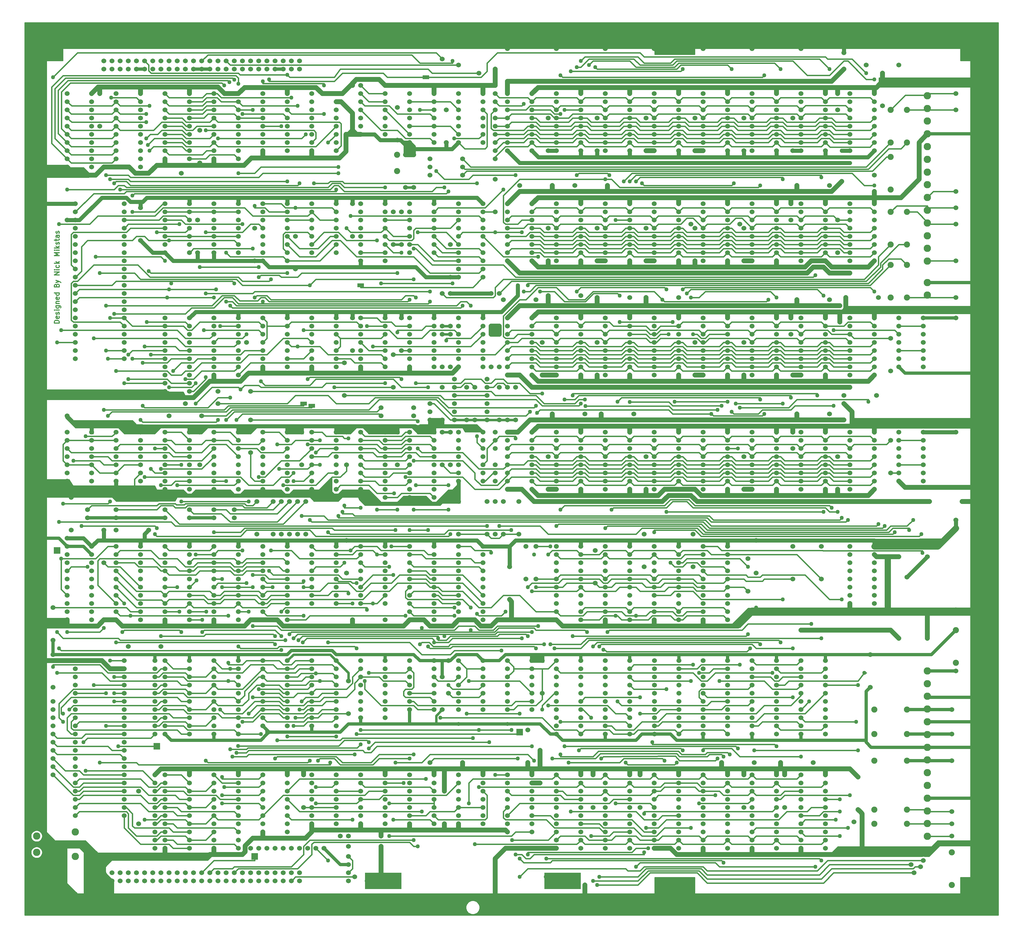
<source format=gbr>
G04 #@! TF.GenerationSoftware,KiCad,Pcbnew,(5.1.5)-3*
G04 #@! TF.CreationDate,2021-09-27T22:17:11-06:00*
G04 #@! TF.ProjectId,taito_video_processor_pcb,74616974-6f5f-4766-9964-656f5f70726f,rev?*
G04 #@! TF.SameCoordinates,Original*
G04 #@! TF.FileFunction,Copper,L1,Top*
G04 #@! TF.FilePolarity,Positive*
%FSLAX46Y46*%
G04 Gerber Fmt 4.6, Leading zero omitted, Abs format (unit mm)*
G04 Created by KiCad (PCBNEW (5.1.5)-3) date 2021-09-27 22:17:11*
%MOMM*%
%LPD*%
G04 APERTURE LIST*
%ADD10C,0.300000*%
%ADD11C,1.524000*%
%ADD12C,4.064000*%
%ADD13R,2.032000X1.270000*%
%ADD14C,2.286000*%
%ADD15C,1.905000*%
%ADD16R,2.032000X2.032000*%
%ADD17R,11.430000X5.080000*%
%ADD18C,1.270000*%
%ADD19C,5.080000*%
%ADD20C,1.016000*%
%ADD21C,1.524000*%
%ADD22C,1.270000*%
%ADD23C,0.381000*%
%ADD24C,1.905000*%
%ADD25C,2.540000*%
%ADD26C,0.762000*%
%ADD27C,0.254000*%
G04 APERTURE END LIST*
D10*
X163873571Y-170460000D02*
X162373571Y-170460000D01*
X162373571Y-170102857D01*
X162445000Y-169888571D01*
X162587857Y-169745714D01*
X162730714Y-169674285D01*
X163016428Y-169602857D01*
X163230714Y-169602857D01*
X163516428Y-169674285D01*
X163659285Y-169745714D01*
X163802142Y-169888571D01*
X163873571Y-170102857D01*
X163873571Y-170460000D01*
X163802142Y-168388571D02*
X163873571Y-168531428D01*
X163873571Y-168817142D01*
X163802142Y-168960000D01*
X163659285Y-169031428D01*
X163087857Y-169031428D01*
X162945000Y-168960000D01*
X162873571Y-168817142D01*
X162873571Y-168531428D01*
X162945000Y-168388571D01*
X163087857Y-168317142D01*
X163230714Y-168317142D01*
X163373571Y-169031428D01*
X163802142Y-167745714D02*
X163873571Y-167602857D01*
X163873571Y-167317142D01*
X163802142Y-167174285D01*
X163659285Y-167102857D01*
X163587857Y-167102857D01*
X163445000Y-167174285D01*
X163373571Y-167317142D01*
X163373571Y-167531428D01*
X163302142Y-167674285D01*
X163159285Y-167745714D01*
X163087857Y-167745714D01*
X162945000Y-167674285D01*
X162873571Y-167531428D01*
X162873571Y-167317142D01*
X162945000Y-167174285D01*
X163873571Y-166460000D02*
X162873571Y-166460000D01*
X162373571Y-166460000D02*
X162445000Y-166531428D01*
X162516428Y-166460000D01*
X162445000Y-166388571D01*
X162373571Y-166460000D01*
X162516428Y-166460000D01*
X162873571Y-165102857D02*
X164087857Y-165102857D01*
X164230714Y-165174285D01*
X164302142Y-165245714D01*
X164373571Y-165388571D01*
X164373571Y-165602857D01*
X164302142Y-165745714D01*
X163802142Y-165102857D02*
X163873571Y-165245714D01*
X163873571Y-165531428D01*
X163802142Y-165674285D01*
X163730714Y-165745714D01*
X163587857Y-165817142D01*
X163159285Y-165817142D01*
X163016428Y-165745714D01*
X162945000Y-165674285D01*
X162873571Y-165531428D01*
X162873571Y-165245714D01*
X162945000Y-165102857D01*
X162873571Y-164388571D02*
X163873571Y-164388571D01*
X163016428Y-164388571D02*
X162945000Y-164317142D01*
X162873571Y-164174285D01*
X162873571Y-163960000D01*
X162945000Y-163817142D01*
X163087857Y-163745714D01*
X163873571Y-163745714D01*
X163802142Y-162460000D02*
X163873571Y-162602857D01*
X163873571Y-162888571D01*
X163802142Y-163031428D01*
X163659285Y-163102857D01*
X163087857Y-163102857D01*
X162945000Y-163031428D01*
X162873571Y-162888571D01*
X162873571Y-162602857D01*
X162945000Y-162460000D01*
X163087857Y-162388571D01*
X163230714Y-162388571D01*
X163373571Y-163102857D01*
X163873571Y-161102857D02*
X162373571Y-161102857D01*
X163802142Y-161102857D02*
X163873571Y-161245714D01*
X163873571Y-161531428D01*
X163802142Y-161674285D01*
X163730714Y-161745714D01*
X163587857Y-161817142D01*
X163159285Y-161817142D01*
X163016428Y-161745714D01*
X162945000Y-161674285D01*
X162873571Y-161531428D01*
X162873571Y-161245714D01*
X162945000Y-161102857D01*
X163087857Y-158745714D02*
X163159285Y-158531428D01*
X163230714Y-158460000D01*
X163373571Y-158388571D01*
X163587857Y-158388571D01*
X163730714Y-158460000D01*
X163802142Y-158531428D01*
X163873571Y-158674285D01*
X163873571Y-159245714D01*
X162373571Y-159245714D01*
X162373571Y-158745714D01*
X162445000Y-158602857D01*
X162516428Y-158531428D01*
X162659285Y-158460000D01*
X162802142Y-158460000D01*
X162945000Y-158531428D01*
X163016428Y-158602857D01*
X163087857Y-158745714D01*
X163087857Y-159245714D01*
X162873571Y-157888571D02*
X163873571Y-157531428D01*
X162873571Y-157174285D02*
X163873571Y-157531428D01*
X164230714Y-157674285D01*
X164302142Y-157745714D01*
X164373571Y-157888571D01*
X163873571Y-155460000D02*
X162373571Y-155460000D01*
X163873571Y-154602857D01*
X162373571Y-154602857D01*
X163873571Y-153888571D02*
X162873571Y-153888571D01*
X162373571Y-153888571D02*
X162445000Y-153960000D01*
X162516428Y-153888571D01*
X162445000Y-153817142D01*
X162373571Y-153888571D01*
X162516428Y-153888571D01*
X163802142Y-152531428D02*
X163873571Y-152674285D01*
X163873571Y-152960000D01*
X163802142Y-153102857D01*
X163730714Y-153174285D01*
X163587857Y-153245714D01*
X163159285Y-153245714D01*
X163016428Y-153174285D01*
X162945000Y-153102857D01*
X162873571Y-152960000D01*
X162873571Y-152674285D01*
X162945000Y-152531428D01*
X163873571Y-151888571D02*
X162373571Y-151888571D01*
X163302142Y-151745714D02*
X163873571Y-151317142D01*
X162873571Y-151317142D02*
X163445000Y-151888571D01*
X163873571Y-149531428D02*
X162373571Y-149531428D01*
X163445000Y-149031428D01*
X162373571Y-148531428D01*
X163873571Y-148531428D01*
X163873571Y-147817142D02*
X162873571Y-147817142D01*
X162373571Y-147817142D02*
X162445000Y-147888571D01*
X162516428Y-147817142D01*
X162445000Y-147745714D01*
X162373571Y-147817142D01*
X162516428Y-147817142D01*
X163873571Y-147102857D02*
X162373571Y-147102857D01*
X163302142Y-146960000D02*
X163873571Y-146531428D01*
X162873571Y-146531428D02*
X163445000Y-147102857D01*
X163802142Y-145960000D02*
X163873571Y-145817142D01*
X163873571Y-145531428D01*
X163802142Y-145388571D01*
X163659285Y-145317142D01*
X163587857Y-145317142D01*
X163445000Y-145388571D01*
X163373571Y-145531428D01*
X163373571Y-145745714D01*
X163302142Y-145888571D01*
X163159285Y-145960000D01*
X163087857Y-145960000D01*
X162945000Y-145888571D01*
X162873571Y-145745714D01*
X162873571Y-145531428D01*
X162945000Y-145388571D01*
X162873571Y-144888571D02*
X162873571Y-144317142D01*
X162373571Y-144674285D02*
X163659285Y-144674285D01*
X163802142Y-144602857D01*
X163873571Y-144460000D01*
X163873571Y-144317142D01*
X163873571Y-143174285D02*
X163087857Y-143174285D01*
X162945000Y-143245714D01*
X162873571Y-143388571D01*
X162873571Y-143674285D01*
X162945000Y-143817142D01*
X163802142Y-143174285D02*
X163873571Y-143317142D01*
X163873571Y-143674285D01*
X163802142Y-143817142D01*
X163659285Y-143888571D01*
X163516428Y-143888571D01*
X163373571Y-143817142D01*
X163302142Y-143674285D01*
X163302142Y-143317142D01*
X163230714Y-143174285D01*
X163802142Y-142531428D02*
X163873571Y-142388571D01*
X163873571Y-142102857D01*
X163802142Y-141960000D01*
X163659285Y-141888571D01*
X163587857Y-141888571D01*
X163445000Y-141960000D01*
X163373571Y-142102857D01*
X163373571Y-142317142D01*
X163302142Y-142460000D01*
X163159285Y-142531428D01*
X163087857Y-142531428D01*
X162945000Y-142460000D01*
X162873571Y-142317142D01*
X162873571Y-142102857D01*
X162945000Y-141960000D01*
D11*
X356957000Y-275590000D03*
X356957000Y-278130000D03*
X356957000Y-280670000D03*
X356957000Y-283210000D03*
X356957000Y-285750000D03*
X356957000Y-288290000D03*
X356957000Y-290830000D03*
X356957000Y-293370000D03*
X356957000Y-295910000D03*
X356957000Y-298450000D03*
X349337000Y-298450000D03*
X349337000Y-295910000D03*
X349337000Y-293370000D03*
X349337000Y-290830000D03*
X349337000Y-288290000D03*
X349337000Y-285750000D03*
X349337000Y-283210000D03*
X349337000Y-280670000D03*
X349337000Y-278130000D03*
X349337000Y-275590000D03*
X425450000Y-212090000D03*
X425450000Y-209550000D03*
X425450000Y-204470000D03*
X425450000Y-207010000D03*
X425450000Y-214630000D03*
X425450000Y-217170000D03*
X425450000Y-219710000D03*
X433070000Y-219710000D03*
X433070000Y-217170000D03*
X433070000Y-214630000D03*
X433070000Y-212090000D03*
X433070000Y-209550000D03*
X433070000Y-207010000D03*
X433070000Y-204470000D03*
D12*
X355600000Y-83820000D03*
X449580000Y-83820000D03*
X161290000Y-84455000D03*
X160020000Y-347980000D03*
X355600000Y-347980000D03*
X449580000Y-347980000D03*
D11*
X184150000Y-306070000D03*
X184150000Y-308610000D03*
X184150000Y-311150000D03*
X184150000Y-313690000D03*
X184150000Y-316230000D03*
X184150000Y-318770000D03*
X184150000Y-321310000D03*
X184150000Y-323850000D03*
X168910000Y-323850000D03*
X168910000Y-321310000D03*
X168910000Y-318770000D03*
X168910000Y-316230000D03*
X168910000Y-313690000D03*
X168910000Y-311150000D03*
X168910000Y-308610000D03*
X168910000Y-306070000D03*
X168910000Y-275590000D03*
X168910000Y-278130000D03*
X168910000Y-280670000D03*
X168910000Y-283210000D03*
X168910000Y-285750000D03*
X168910000Y-288290000D03*
X168910000Y-290830000D03*
X168910000Y-293370000D03*
X168910000Y-295910000D03*
X168910000Y-298450000D03*
X168910000Y-300990000D03*
X168910000Y-303530000D03*
X184150000Y-303530000D03*
X184150000Y-300990000D03*
X184150000Y-298450000D03*
X184150000Y-295910000D03*
X184150000Y-293370000D03*
X184150000Y-290830000D03*
X184150000Y-288290000D03*
X184150000Y-285750000D03*
X184150000Y-283210000D03*
X184150000Y-280670000D03*
X184150000Y-278130000D03*
X184150000Y-275590000D03*
X196850000Y-311150000D03*
X196850000Y-313690000D03*
X196850000Y-316230000D03*
X196850000Y-318770000D03*
X196850000Y-321310000D03*
X196850000Y-323850000D03*
X196850000Y-326390000D03*
X196850000Y-328930000D03*
X196850000Y-331470000D03*
X196850000Y-334010000D03*
X204470000Y-334010000D03*
X204470000Y-331470000D03*
X204470000Y-328930000D03*
X204470000Y-326390000D03*
X204470000Y-323850000D03*
X204470000Y-321310000D03*
X204470000Y-318770000D03*
X204470000Y-316230000D03*
X204470000Y-313690000D03*
X204470000Y-311150000D03*
X219710000Y-311150000D03*
X219710000Y-313690000D03*
X219710000Y-316230000D03*
X219710000Y-318770000D03*
X219710000Y-321310000D03*
X219710000Y-323850000D03*
X219710000Y-326390000D03*
X219710000Y-328930000D03*
X219710000Y-331470000D03*
X219710000Y-334010000D03*
X212090000Y-334010000D03*
X212090000Y-331470000D03*
X212090000Y-328930000D03*
X212090000Y-326390000D03*
X212090000Y-323850000D03*
X212090000Y-321310000D03*
X212090000Y-318770000D03*
X212090000Y-316230000D03*
X212090000Y-313690000D03*
X212090000Y-311150000D03*
X166370000Y-240030000D03*
X166370000Y-242570000D03*
X166370000Y-245110000D03*
X166370000Y-247650000D03*
X166370000Y-250190000D03*
X166370000Y-252730000D03*
X166370000Y-255270000D03*
X166370000Y-257810000D03*
X166370000Y-260350000D03*
X166370000Y-262890000D03*
X173990000Y-262890000D03*
X173990000Y-260350000D03*
X173990000Y-257810000D03*
X173990000Y-255270000D03*
X173990000Y-252730000D03*
X173990000Y-250190000D03*
X173990000Y-247650000D03*
X173990000Y-245110000D03*
X173990000Y-242570000D03*
X173990000Y-240030000D03*
X189230000Y-240030000D03*
X189230000Y-242570000D03*
X189230000Y-245110000D03*
X189230000Y-247650000D03*
X189230000Y-250190000D03*
X189230000Y-252730000D03*
X189230000Y-255270000D03*
X189230000Y-257810000D03*
X189230000Y-260350000D03*
X189230000Y-262890000D03*
X181610000Y-262890000D03*
X181610000Y-260350000D03*
X181610000Y-257810000D03*
X181610000Y-255270000D03*
X181610000Y-252730000D03*
X181610000Y-250190000D03*
X181610000Y-247650000D03*
X181610000Y-245110000D03*
X181610000Y-242570000D03*
X181610000Y-240030000D03*
X196850000Y-240030000D03*
X196850000Y-242570000D03*
X196850000Y-245110000D03*
X196850000Y-247650000D03*
X196850000Y-250190000D03*
X196850000Y-252730000D03*
X196850000Y-255270000D03*
X196850000Y-257810000D03*
X196850000Y-260350000D03*
X196850000Y-262890000D03*
X204470000Y-262890000D03*
X204470000Y-260350000D03*
X204470000Y-257810000D03*
X204470000Y-255270000D03*
X204470000Y-252730000D03*
X204470000Y-250190000D03*
X204470000Y-247650000D03*
X204470000Y-245110000D03*
X204470000Y-242570000D03*
X204470000Y-240030000D03*
X219710000Y-240030000D03*
X219710000Y-242570000D03*
X219710000Y-245110000D03*
X219710000Y-247650000D03*
X219710000Y-250190000D03*
X219710000Y-252730000D03*
X219710000Y-255270000D03*
X219710000Y-257810000D03*
X219710000Y-260350000D03*
X219710000Y-262890000D03*
X212090000Y-262890000D03*
X212090000Y-260350000D03*
X212090000Y-257810000D03*
X212090000Y-255270000D03*
X212090000Y-252730000D03*
X212090000Y-250190000D03*
X212090000Y-247650000D03*
X212090000Y-245110000D03*
X212090000Y-242570000D03*
X212090000Y-240030000D03*
X227330000Y-240030000D03*
X227330000Y-242570000D03*
X227330000Y-245110000D03*
X227330000Y-247650000D03*
X227330000Y-250190000D03*
X227330000Y-252730000D03*
X227330000Y-255270000D03*
X227330000Y-257810000D03*
X227330000Y-260350000D03*
X227330000Y-262890000D03*
X234950000Y-262890000D03*
X234950000Y-260350000D03*
X234950000Y-257810000D03*
X234950000Y-255270000D03*
X234950000Y-252730000D03*
X234950000Y-250190000D03*
X234950000Y-247650000D03*
X234950000Y-245110000D03*
X234950000Y-242570000D03*
X234950000Y-240030000D03*
X204470000Y-275590000D03*
X204470000Y-278130000D03*
X204470000Y-280670000D03*
X204470000Y-283210000D03*
X204470000Y-285750000D03*
X204470000Y-288290000D03*
X204470000Y-290830000D03*
X204470000Y-293370000D03*
X204470000Y-295910000D03*
X204470000Y-298450000D03*
X196850000Y-298450000D03*
X196850000Y-295910000D03*
X196850000Y-293370000D03*
X196850000Y-290830000D03*
X196850000Y-288290000D03*
X196850000Y-285750000D03*
X196850000Y-283210000D03*
X196850000Y-280670000D03*
X196850000Y-278130000D03*
X196850000Y-275590000D03*
X212090000Y-275590000D03*
X212090000Y-278130000D03*
X212090000Y-280670000D03*
X212090000Y-283210000D03*
X212090000Y-285750000D03*
X212090000Y-288290000D03*
X212090000Y-290830000D03*
X212090000Y-293370000D03*
X212090000Y-295910000D03*
X212090000Y-298450000D03*
X219710000Y-298450000D03*
X219710000Y-295910000D03*
X219710000Y-293370000D03*
X219710000Y-290830000D03*
X219710000Y-288290000D03*
X219710000Y-285750000D03*
X219710000Y-283210000D03*
X219710000Y-280670000D03*
X219710000Y-278130000D03*
X219710000Y-275590000D03*
X234950000Y-311150000D03*
X234950000Y-313690000D03*
X234950000Y-316230000D03*
X234950000Y-318770000D03*
X234950000Y-321310000D03*
X234950000Y-323850000D03*
X234950000Y-326390000D03*
X234950000Y-328930000D03*
X227330000Y-328930000D03*
X227330000Y-326390000D03*
X227330000Y-323850000D03*
X227330000Y-321310000D03*
X227330000Y-311150000D03*
X227330000Y-313690000D03*
X227330000Y-316230000D03*
X227330000Y-318770000D03*
X250190000Y-311150000D03*
X250190000Y-313690000D03*
X250190000Y-316230000D03*
X250190000Y-318770000D03*
X250190000Y-321310000D03*
X250190000Y-323850000D03*
X250190000Y-326390000D03*
X242570000Y-326390000D03*
X242570000Y-323850000D03*
X242570000Y-321310000D03*
X242570000Y-313690000D03*
X242570000Y-311150000D03*
X242570000Y-316230000D03*
X242570000Y-318770000D03*
X257810000Y-318770000D03*
X257810000Y-316230000D03*
X257810000Y-311150000D03*
X257810000Y-313690000D03*
X257810000Y-321310000D03*
X257810000Y-323850000D03*
X257810000Y-326390000D03*
X265430000Y-326390000D03*
X265430000Y-323850000D03*
X265430000Y-321310000D03*
X265430000Y-318770000D03*
X265430000Y-316230000D03*
X265430000Y-313690000D03*
X265430000Y-311150000D03*
X273050000Y-318770000D03*
X273050000Y-316230000D03*
X273050000Y-311150000D03*
X273050000Y-313690000D03*
X273050000Y-321310000D03*
X273050000Y-323850000D03*
X273050000Y-326390000D03*
X280670000Y-326390000D03*
X280670000Y-323850000D03*
X280670000Y-321310000D03*
X280670000Y-318770000D03*
X280670000Y-316230000D03*
X280670000Y-313690000D03*
X280670000Y-311150000D03*
X295910000Y-311150000D03*
X295910000Y-313690000D03*
X295910000Y-316230000D03*
X295910000Y-318770000D03*
X295910000Y-321310000D03*
X295910000Y-323850000D03*
X295910000Y-326390000D03*
X288290000Y-326390000D03*
X288290000Y-323850000D03*
X288290000Y-321310000D03*
X288290000Y-313690000D03*
X288290000Y-311150000D03*
X288290000Y-316230000D03*
X288290000Y-318770000D03*
X303530000Y-318770000D03*
X303530000Y-316230000D03*
X303530000Y-313690000D03*
X303530000Y-311150000D03*
X303530000Y-321310000D03*
X303530000Y-323850000D03*
X303530000Y-326390000D03*
X303530000Y-328930000D03*
X311150000Y-328930000D03*
X311150000Y-326390000D03*
X311150000Y-323850000D03*
X311150000Y-321310000D03*
X311150000Y-318770000D03*
X311150000Y-316230000D03*
X311150000Y-313690000D03*
X311150000Y-311150000D03*
X326390000Y-311150000D03*
X326390000Y-313690000D03*
X326390000Y-316230000D03*
X326390000Y-318770000D03*
X326390000Y-321310000D03*
X326390000Y-323850000D03*
X326390000Y-326390000D03*
X326390000Y-328930000D03*
X326390000Y-331470000D03*
X326390000Y-334010000D03*
X318770000Y-334010000D03*
X318770000Y-331470000D03*
X318770000Y-328930000D03*
X318770000Y-326390000D03*
X318770000Y-323850000D03*
X318770000Y-321310000D03*
X318770000Y-318770000D03*
X318770000Y-316230000D03*
X318770000Y-313690000D03*
X318770000Y-311150000D03*
X334010000Y-311150000D03*
X334010000Y-313690000D03*
X334010000Y-316230000D03*
X334010000Y-318770000D03*
X334010000Y-321310000D03*
X334010000Y-323850000D03*
X334010000Y-326390000D03*
X334010000Y-328930000D03*
X334010000Y-331470000D03*
X334010000Y-334010000D03*
X341630000Y-334010000D03*
X341630000Y-331470000D03*
X341630000Y-328930000D03*
X341630000Y-326390000D03*
X341630000Y-323850000D03*
X341630000Y-321310000D03*
X341630000Y-318770000D03*
X341630000Y-316230000D03*
X341630000Y-313690000D03*
X341630000Y-311150000D03*
X349250000Y-311150000D03*
X349250000Y-313690000D03*
X349250000Y-316230000D03*
X349250000Y-318770000D03*
X349250000Y-321310000D03*
X349250000Y-323850000D03*
X349250000Y-326390000D03*
X349250000Y-328930000D03*
X349250000Y-331470000D03*
X349250000Y-334010000D03*
X356870000Y-334010000D03*
X356870000Y-331470000D03*
X356870000Y-328930000D03*
X356870000Y-326390000D03*
X356870000Y-323850000D03*
X356870000Y-321310000D03*
X356870000Y-318770000D03*
X356870000Y-316230000D03*
X356870000Y-313690000D03*
X356870000Y-311150000D03*
X372110000Y-311150000D03*
X372110000Y-313690000D03*
X372110000Y-316230000D03*
X372110000Y-318770000D03*
X372110000Y-321310000D03*
X372110000Y-323850000D03*
X372110000Y-326390000D03*
X372110000Y-328930000D03*
X372110000Y-331470000D03*
X372110000Y-334010000D03*
X364490000Y-334010000D03*
X364490000Y-331470000D03*
X364490000Y-328930000D03*
X364490000Y-326390000D03*
X364490000Y-323850000D03*
X364490000Y-321310000D03*
X364490000Y-318770000D03*
X364490000Y-316230000D03*
X364490000Y-313690000D03*
X364490000Y-311150000D03*
X379730000Y-311150000D03*
X379730000Y-313690000D03*
X379730000Y-316230000D03*
X379730000Y-318770000D03*
X379730000Y-321310000D03*
X379730000Y-323850000D03*
X379730000Y-326390000D03*
X379730000Y-328930000D03*
X379730000Y-331470000D03*
X379730000Y-334010000D03*
X387350000Y-334010000D03*
X387350000Y-331470000D03*
X387350000Y-328930000D03*
X387350000Y-326390000D03*
X387350000Y-323850000D03*
X387350000Y-321310000D03*
X387350000Y-318770000D03*
X387350000Y-316230000D03*
X387350000Y-313690000D03*
X387350000Y-311150000D03*
X402590000Y-311150000D03*
X402590000Y-313690000D03*
X402590000Y-316230000D03*
X402590000Y-318770000D03*
X402590000Y-321310000D03*
X402590000Y-323850000D03*
X402590000Y-326390000D03*
X402590000Y-328930000D03*
X402590000Y-331470000D03*
X402590000Y-334010000D03*
X394970000Y-334010000D03*
X394970000Y-331470000D03*
X394970000Y-328930000D03*
X394970000Y-326390000D03*
X394970000Y-323850000D03*
X394970000Y-321310000D03*
X394970000Y-318770000D03*
X394970000Y-316230000D03*
X394970000Y-313690000D03*
X394970000Y-311150000D03*
X227330000Y-285750000D03*
X227330000Y-283210000D03*
X227330000Y-280670000D03*
X227330000Y-278130000D03*
X227330000Y-275590000D03*
X227330000Y-288290000D03*
X227330000Y-290830000D03*
X227330000Y-293370000D03*
X227330000Y-295910000D03*
X234950000Y-295910000D03*
X234950000Y-293370000D03*
X234950000Y-290830000D03*
X234950000Y-288290000D03*
X234950000Y-285750000D03*
X234950000Y-283210000D03*
X234950000Y-280670000D03*
X234950000Y-278130000D03*
X234950000Y-275590000D03*
X250190000Y-275590000D03*
X250190000Y-278130000D03*
X250190000Y-280670000D03*
X250190000Y-283210000D03*
X250190000Y-285750000D03*
X250190000Y-288290000D03*
X250190000Y-290830000D03*
X250190000Y-293370000D03*
X250190000Y-295910000D03*
X242570000Y-295910000D03*
X242570000Y-293370000D03*
X242570000Y-290830000D03*
X242570000Y-288290000D03*
X242570000Y-275590000D03*
X242570000Y-278130000D03*
X242570000Y-280670000D03*
X242570000Y-283210000D03*
X242570000Y-285750000D03*
X257810000Y-283210000D03*
X257810000Y-280670000D03*
X257810000Y-278130000D03*
X257810000Y-275590000D03*
X257810000Y-285750000D03*
X257810000Y-288290000D03*
X257810000Y-290830000D03*
X257810000Y-293370000D03*
X265430000Y-293370000D03*
X265430000Y-290830000D03*
X265430000Y-288290000D03*
X265430000Y-285750000D03*
X265430000Y-283210000D03*
X265430000Y-280670000D03*
X265430000Y-278130000D03*
X265430000Y-275590000D03*
X273050000Y-283210000D03*
X273050000Y-280670000D03*
X273050000Y-275590000D03*
X273050000Y-278130000D03*
X273050000Y-285750000D03*
X273050000Y-288290000D03*
X273050000Y-290830000D03*
X280670000Y-290830000D03*
X280670000Y-288290000D03*
X280670000Y-285750000D03*
X280670000Y-283210000D03*
X280670000Y-280670000D03*
X280670000Y-278130000D03*
X280670000Y-275590000D03*
X295910000Y-275590000D03*
X295910000Y-278130000D03*
X295910000Y-280670000D03*
X295910000Y-283210000D03*
X295910000Y-285750000D03*
X295910000Y-288290000D03*
X295910000Y-290830000D03*
X288290000Y-290830000D03*
X288290000Y-288290000D03*
X288290000Y-285750000D03*
X288290000Y-278130000D03*
X288290000Y-275590000D03*
X288290000Y-280670000D03*
X288290000Y-283210000D03*
X303530000Y-283210000D03*
X303530000Y-280670000D03*
X303530000Y-275590000D03*
X303530000Y-278130000D03*
X303530000Y-285750000D03*
X303530000Y-288290000D03*
X303530000Y-290830000D03*
X311150000Y-290830000D03*
X311150000Y-288290000D03*
X311150000Y-285750000D03*
X311150000Y-283210000D03*
X311150000Y-280670000D03*
X311150000Y-278130000D03*
X311150000Y-275590000D03*
X318770000Y-275590000D03*
X318770000Y-278130000D03*
X318770000Y-280670000D03*
X318770000Y-283210000D03*
X318770000Y-285750000D03*
X318770000Y-288290000D03*
X318770000Y-290830000D03*
X318770000Y-293370000D03*
X318770000Y-295910000D03*
X318770000Y-298450000D03*
X326390000Y-298450000D03*
X326390000Y-295910000D03*
X326390000Y-293370000D03*
X326390000Y-290830000D03*
X326390000Y-288290000D03*
X326390000Y-285750000D03*
X326390000Y-283210000D03*
X326390000Y-280670000D03*
X326390000Y-278130000D03*
X326390000Y-275590000D03*
X334010000Y-275590000D03*
X334010000Y-278130000D03*
X334010000Y-280670000D03*
X334010000Y-283210000D03*
X334010000Y-285750000D03*
X334010000Y-288290000D03*
X334010000Y-290830000D03*
X334010000Y-293370000D03*
X334010000Y-295910000D03*
X334010000Y-298450000D03*
X341630000Y-298450000D03*
X341630000Y-295910000D03*
X341630000Y-293370000D03*
X341630000Y-290830000D03*
X341630000Y-288290000D03*
X341630000Y-285750000D03*
X341630000Y-283210000D03*
X341630000Y-280670000D03*
X341630000Y-278130000D03*
X341630000Y-275590000D03*
X372110000Y-275590000D03*
X372110000Y-278130000D03*
X372110000Y-280670000D03*
X372110000Y-283210000D03*
X372110000Y-285750000D03*
X372110000Y-288290000D03*
X372110000Y-290830000D03*
X372110000Y-293370000D03*
X372110000Y-295910000D03*
X372110000Y-298450000D03*
X364490000Y-298450000D03*
X364490000Y-295910000D03*
X364490000Y-293370000D03*
X364490000Y-290830000D03*
X364490000Y-288290000D03*
X364490000Y-285750000D03*
X364490000Y-283210000D03*
X364490000Y-280670000D03*
X364490000Y-278130000D03*
X364490000Y-275590000D03*
X387350000Y-275590000D03*
X387350000Y-278130000D03*
X387350000Y-280670000D03*
X387350000Y-283210000D03*
X387350000Y-285750000D03*
X387350000Y-288290000D03*
X387350000Y-290830000D03*
X387350000Y-293370000D03*
X387350000Y-295910000D03*
X387350000Y-298450000D03*
X379730000Y-298450000D03*
X379730000Y-295910000D03*
X379730000Y-293370000D03*
X379730000Y-290830000D03*
X379730000Y-288290000D03*
X379730000Y-285750000D03*
X379730000Y-283210000D03*
X379730000Y-280670000D03*
X379730000Y-278130000D03*
X379730000Y-275590000D03*
X394970000Y-275590000D03*
X394970000Y-278130000D03*
X394970000Y-280670000D03*
X394970000Y-283210000D03*
X394970000Y-285750000D03*
X394970000Y-288290000D03*
X394970000Y-290830000D03*
X394970000Y-293370000D03*
X394970000Y-295910000D03*
X394970000Y-298450000D03*
X402590000Y-298450000D03*
X402590000Y-295910000D03*
X402590000Y-293370000D03*
X402590000Y-290830000D03*
X402590000Y-288290000D03*
X402590000Y-285750000D03*
X402590000Y-283210000D03*
X402590000Y-280670000D03*
X402590000Y-278130000D03*
X402590000Y-275590000D03*
X242570000Y-247650000D03*
X242570000Y-245110000D03*
X242570000Y-242570000D03*
X242570000Y-240030000D03*
X242570000Y-250190000D03*
X242570000Y-252730000D03*
X242570000Y-255270000D03*
X242570000Y-257810000D03*
X250190000Y-257810000D03*
X250190000Y-255270000D03*
X250190000Y-252730000D03*
X250190000Y-250190000D03*
X250190000Y-247650000D03*
X250190000Y-245110000D03*
X250190000Y-242570000D03*
X250190000Y-240030000D03*
X265430000Y-240030000D03*
X265430000Y-242570000D03*
X265430000Y-245110000D03*
X265430000Y-247650000D03*
X265430000Y-250190000D03*
X265430000Y-252730000D03*
X265430000Y-255270000D03*
X265430000Y-257810000D03*
X257810000Y-257810000D03*
X257810000Y-255270000D03*
X257810000Y-252730000D03*
X257810000Y-250190000D03*
X257810000Y-240030000D03*
X257810000Y-242570000D03*
X257810000Y-245110000D03*
X257810000Y-247650000D03*
X280670000Y-240030000D03*
X280670000Y-242570000D03*
X280670000Y-245110000D03*
X280670000Y-247650000D03*
X280670000Y-250190000D03*
X280670000Y-252730000D03*
X280670000Y-255270000D03*
X280670000Y-257810000D03*
X280670000Y-260350000D03*
X280670000Y-262890000D03*
X273050000Y-262890000D03*
X273050000Y-260350000D03*
X273050000Y-257810000D03*
X273050000Y-255270000D03*
X273050000Y-252730000D03*
X273050000Y-250190000D03*
X273050000Y-247650000D03*
X273050000Y-245110000D03*
X273050000Y-242570000D03*
X273050000Y-240030000D03*
X288290000Y-240030000D03*
X288290000Y-242570000D03*
X288290000Y-245110000D03*
X288290000Y-247650000D03*
X288290000Y-250190000D03*
X288290000Y-252730000D03*
X288290000Y-255270000D03*
X288290000Y-257810000D03*
X288290000Y-260350000D03*
X288290000Y-262890000D03*
X295910000Y-262890000D03*
X295910000Y-260350000D03*
X295910000Y-257810000D03*
X295910000Y-255270000D03*
X295910000Y-252730000D03*
X295910000Y-250190000D03*
X295910000Y-247650000D03*
X295910000Y-245110000D03*
X295910000Y-242570000D03*
X295910000Y-240030000D03*
X326390000Y-240030000D03*
X326390000Y-242570000D03*
X326390000Y-245110000D03*
X326390000Y-247650000D03*
X326390000Y-250190000D03*
X326390000Y-252730000D03*
X326390000Y-255270000D03*
X326390000Y-257810000D03*
X326390000Y-260350000D03*
X326390000Y-262890000D03*
X318770000Y-262890000D03*
X318770000Y-260350000D03*
X318770000Y-257810000D03*
X318770000Y-255270000D03*
X318770000Y-252730000D03*
X318770000Y-250190000D03*
X318770000Y-247650000D03*
X318770000Y-245110000D03*
X318770000Y-242570000D03*
X318770000Y-240030000D03*
X334010000Y-240030000D03*
X334010000Y-242570000D03*
X334010000Y-245110000D03*
X334010000Y-247650000D03*
X334010000Y-250190000D03*
X334010000Y-252730000D03*
X334010000Y-255270000D03*
X334010000Y-257810000D03*
X334010000Y-260350000D03*
X334010000Y-262890000D03*
X341630000Y-262890000D03*
X341630000Y-260350000D03*
X341630000Y-257810000D03*
X341630000Y-255270000D03*
X341630000Y-252730000D03*
X341630000Y-250190000D03*
X341630000Y-247650000D03*
X341630000Y-245110000D03*
X341630000Y-242570000D03*
X341630000Y-240030000D03*
X349250000Y-240030000D03*
X349250000Y-242570000D03*
X349250000Y-245110000D03*
X349250000Y-247650000D03*
X349250000Y-250190000D03*
X349250000Y-252730000D03*
X349250000Y-255270000D03*
X349250000Y-257810000D03*
X349250000Y-260350000D03*
X349250000Y-262890000D03*
X356870000Y-262890000D03*
X356870000Y-260350000D03*
X356870000Y-257810000D03*
X356870000Y-255270000D03*
X356870000Y-252730000D03*
X356870000Y-250190000D03*
X356870000Y-247650000D03*
X356870000Y-245110000D03*
X356870000Y-242570000D03*
X356870000Y-240030000D03*
X372110000Y-240030000D03*
X372110000Y-242570000D03*
X372110000Y-245110000D03*
X372110000Y-247650000D03*
X372110000Y-250190000D03*
X372110000Y-252730000D03*
X372110000Y-255270000D03*
X372110000Y-257810000D03*
X372110000Y-260350000D03*
X372110000Y-262890000D03*
X364490000Y-262890000D03*
X364490000Y-260350000D03*
X364490000Y-257810000D03*
X364490000Y-255270000D03*
X364490000Y-252730000D03*
X364490000Y-250190000D03*
X364490000Y-247650000D03*
X364490000Y-245110000D03*
X364490000Y-242570000D03*
X364490000Y-240030000D03*
X410210000Y-247650000D03*
X410210000Y-245110000D03*
X410210000Y-242570000D03*
X410210000Y-240030000D03*
X410210000Y-250190000D03*
X410210000Y-252730000D03*
X410210000Y-255270000D03*
X410210000Y-257810000D03*
X417830000Y-257810000D03*
X417830000Y-255270000D03*
X417830000Y-252730000D03*
X417830000Y-250190000D03*
X417830000Y-247650000D03*
X417830000Y-245110000D03*
X417830000Y-242570000D03*
X417830000Y-240030000D03*
X265430000Y-96520000D03*
X265430000Y-99060000D03*
X265430000Y-101600000D03*
X265430000Y-104140000D03*
X265430000Y-106680000D03*
X265430000Y-109220000D03*
X265430000Y-111760000D03*
X257810000Y-111760000D03*
X257810000Y-109220000D03*
X257810000Y-106680000D03*
X257810000Y-99060000D03*
X257810000Y-96520000D03*
X257810000Y-101600000D03*
X257810000Y-104140000D03*
X257810000Y-140970000D03*
X257810000Y-138430000D03*
X257810000Y-135890000D03*
X257810000Y-133350000D03*
X257810000Y-143510000D03*
X257810000Y-146050000D03*
X257810000Y-148590000D03*
X257810000Y-151130000D03*
X265430000Y-151130000D03*
X265430000Y-148590000D03*
X265430000Y-146050000D03*
X265430000Y-143510000D03*
X265430000Y-140970000D03*
X265430000Y-138430000D03*
X265430000Y-135890000D03*
X265430000Y-133350000D03*
X257810000Y-176530000D03*
X257810000Y-173990000D03*
X257810000Y-168910000D03*
X257810000Y-171450000D03*
X257810000Y-179070000D03*
X257810000Y-181610000D03*
X257810000Y-184150000D03*
X265430000Y-184150000D03*
X265430000Y-181610000D03*
X265430000Y-179070000D03*
X265430000Y-176530000D03*
X265430000Y-173990000D03*
X265430000Y-171450000D03*
X265430000Y-168910000D03*
X257810000Y-214630000D03*
X257810000Y-212090000D03*
X257810000Y-209550000D03*
X257810000Y-207010000D03*
X257810000Y-204470000D03*
X257810000Y-217170000D03*
X257810000Y-219710000D03*
X257810000Y-222250000D03*
X257810000Y-224790000D03*
X265430000Y-224790000D03*
X265430000Y-222250000D03*
X265430000Y-219710000D03*
X265430000Y-217170000D03*
X265430000Y-214630000D03*
X265430000Y-212090000D03*
X265430000Y-209550000D03*
X265430000Y-207010000D03*
X265430000Y-204470000D03*
X173990000Y-204470000D03*
X173990000Y-207010000D03*
X173990000Y-209550000D03*
X173990000Y-212090000D03*
X173990000Y-214630000D03*
X173990000Y-217170000D03*
X173990000Y-219710000D03*
X166370000Y-219710000D03*
X166370000Y-217170000D03*
X166370000Y-214630000D03*
X166370000Y-207010000D03*
X166370000Y-204470000D03*
X166370000Y-209550000D03*
X166370000Y-212090000D03*
X181610000Y-212090000D03*
X181610000Y-209550000D03*
X181610000Y-204470000D03*
X181610000Y-207010000D03*
X181610000Y-214630000D03*
X181610000Y-217170000D03*
X181610000Y-219710000D03*
X189230000Y-219710000D03*
X189230000Y-217170000D03*
X189230000Y-214630000D03*
X189230000Y-212090000D03*
X189230000Y-209550000D03*
X189230000Y-207010000D03*
X189230000Y-204470000D03*
X204470000Y-204470000D03*
X204470000Y-207010000D03*
X204470000Y-209550000D03*
X204470000Y-212090000D03*
X204470000Y-214630000D03*
X204470000Y-217170000D03*
X204470000Y-219710000D03*
X204470000Y-222250000D03*
X196850000Y-222250000D03*
X196850000Y-219710000D03*
X196850000Y-217170000D03*
X196850000Y-214630000D03*
X196850000Y-204470000D03*
X196850000Y-207010000D03*
X196850000Y-209550000D03*
X196850000Y-212090000D03*
X212090000Y-212090000D03*
X212090000Y-209550000D03*
X212090000Y-207010000D03*
X212090000Y-204470000D03*
X212090000Y-214630000D03*
X212090000Y-217170000D03*
X212090000Y-219710000D03*
X212090000Y-222250000D03*
X219710000Y-222250000D03*
X219710000Y-219710000D03*
X219710000Y-217170000D03*
X219710000Y-214630000D03*
X219710000Y-212090000D03*
X219710000Y-209550000D03*
X219710000Y-207010000D03*
X219710000Y-204470000D03*
X234950000Y-204470000D03*
X234950000Y-207010000D03*
X234950000Y-209550000D03*
X234950000Y-212090000D03*
X234950000Y-214630000D03*
X234950000Y-217170000D03*
X234950000Y-219710000D03*
X234950000Y-222250000D03*
X227330000Y-222250000D03*
X227330000Y-219710000D03*
X227330000Y-217170000D03*
X227330000Y-214630000D03*
X227330000Y-204470000D03*
X227330000Y-207010000D03*
X227330000Y-209550000D03*
X227330000Y-212090000D03*
X242570000Y-212090000D03*
X242570000Y-209550000D03*
X242570000Y-207010000D03*
X242570000Y-204470000D03*
X242570000Y-214630000D03*
X242570000Y-217170000D03*
X242570000Y-219710000D03*
X242570000Y-222250000D03*
X250190000Y-222250000D03*
X250190000Y-219710000D03*
X250190000Y-217170000D03*
X250190000Y-214630000D03*
X250190000Y-212090000D03*
X250190000Y-209550000D03*
X250190000Y-207010000D03*
X250190000Y-204470000D03*
X273050000Y-214630000D03*
X273050000Y-212090000D03*
X273050000Y-209550000D03*
X273050000Y-207010000D03*
X273050000Y-204470000D03*
X273050000Y-217170000D03*
X273050000Y-219710000D03*
X273050000Y-222250000D03*
X273050000Y-224790000D03*
X280670000Y-224790000D03*
X280670000Y-222250000D03*
X280670000Y-219710000D03*
X280670000Y-217170000D03*
X280670000Y-214630000D03*
X280670000Y-212090000D03*
X280670000Y-209550000D03*
X280670000Y-207010000D03*
X280670000Y-204470000D03*
X288290000Y-212090000D03*
X288290000Y-209550000D03*
X288290000Y-204470000D03*
X288290000Y-207010000D03*
X288290000Y-214630000D03*
X288290000Y-217170000D03*
X288290000Y-219710000D03*
X295910000Y-219710000D03*
X295910000Y-217170000D03*
X295910000Y-214630000D03*
X295910000Y-212090000D03*
X295910000Y-209550000D03*
X295910000Y-207010000D03*
X295910000Y-204470000D03*
X303530000Y-212090000D03*
X303530000Y-209550000D03*
X303530000Y-207010000D03*
X303530000Y-204470000D03*
X303530000Y-214630000D03*
X303530000Y-217170000D03*
X303530000Y-219710000D03*
X303530000Y-222250000D03*
X311150000Y-222250000D03*
X311150000Y-219710000D03*
X311150000Y-217170000D03*
X311150000Y-214630000D03*
X311150000Y-212090000D03*
X311150000Y-209550000D03*
X311150000Y-207010000D03*
X311150000Y-204470000D03*
X318770000Y-212090000D03*
X318770000Y-209550000D03*
X318770000Y-207010000D03*
X318770000Y-204470000D03*
X318770000Y-214630000D03*
X318770000Y-217170000D03*
X318770000Y-219710000D03*
X318770000Y-222250000D03*
X326390000Y-222250000D03*
X326390000Y-219710000D03*
X326390000Y-217170000D03*
X326390000Y-214630000D03*
X326390000Y-212090000D03*
X326390000Y-209550000D03*
X326390000Y-207010000D03*
X326390000Y-204470000D03*
X341630000Y-204470000D03*
X341630000Y-207010000D03*
X341630000Y-209550000D03*
X341630000Y-212090000D03*
X341630000Y-214630000D03*
X341630000Y-217170000D03*
X341630000Y-219710000D03*
X341630000Y-222250000D03*
X334010000Y-222250000D03*
X334010000Y-219710000D03*
X334010000Y-217170000D03*
X334010000Y-214630000D03*
X334010000Y-204470000D03*
X334010000Y-207010000D03*
X334010000Y-209550000D03*
X334010000Y-212090000D03*
X349250000Y-212090000D03*
X349250000Y-209550000D03*
X349250000Y-207010000D03*
X349250000Y-204470000D03*
X349250000Y-214630000D03*
X349250000Y-217170000D03*
X349250000Y-219710000D03*
X349250000Y-222250000D03*
X356870000Y-222250000D03*
X356870000Y-219710000D03*
X356870000Y-217170000D03*
X356870000Y-214630000D03*
X356870000Y-212090000D03*
X356870000Y-209550000D03*
X356870000Y-207010000D03*
X356870000Y-204470000D03*
X372110000Y-204470000D03*
X372110000Y-207010000D03*
X372110000Y-209550000D03*
X372110000Y-212090000D03*
X372110000Y-214630000D03*
X372110000Y-217170000D03*
X372110000Y-219710000D03*
X372110000Y-222250000D03*
X364490000Y-222250000D03*
X364490000Y-219710000D03*
X364490000Y-217170000D03*
X364490000Y-214630000D03*
X364490000Y-204470000D03*
X364490000Y-207010000D03*
X364490000Y-209550000D03*
X364490000Y-212090000D03*
X379730000Y-212090000D03*
X379730000Y-209550000D03*
X379730000Y-207010000D03*
X379730000Y-204470000D03*
X379730000Y-214630000D03*
X379730000Y-217170000D03*
X379730000Y-219710000D03*
X379730000Y-222250000D03*
X387350000Y-222250000D03*
X387350000Y-219710000D03*
X387350000Y-217170000D03*
X387350000Y-214630000D03*
X387350000Y-212090000D03*
X387350000Y-209550000D03*
X387350000Y-207010000D03*
X387350000Y-204470000D03*
X402590000Y-204470000D03*
X402590000Y-207010000D03*
X402590000Y-209550000D03*
X402590000Y-212090000D03*
X402590000Y-214630000D03*
X402590000Y-217170000D03*
X402590000Y-219710000D03*
X402590000Y-222250000D03*
X394970000Y-222250000D03*
X394970000Y-219710000D03*
X394970000Y-217170000D03*
X394970000Y-214630000D03*
X394970000Y-204470000D03*
X394970000Y-207010000D03*
X394970000Y-209550000D03*
X394970000Y-212090000D03*
X417830000Y-204470000D03*
X417830000Y-207010000D03*
X417830000Y-209550000D03*
X417830000Y-212090000D03*
X417830000Y-214630000D03*
X417830000Y-217170000D03*
X417830000Y-219710000D03*
X417830000Y-222250000D03*
X410210000Y-222250000D03*
X410210000Y-219710000D03*
X410210000Y-217170000D03*
X410210000Y-214630000D03*
X410210000Y-204470000D03*
X410210000Y-207010000D03*
X410210000Y-209550000D03*
X410210000Y-212090000D03*
X196850000Y-168910000D03*
X196850000Y-171450000D03*
X196850000Y-173990000D03*
X196850000Y-176530000D03*
X196850000Y-179070000D03*
X196850000Y-181610000D03*
X196850000Y-184150000D03*
X196850000Y-186690000D03*
X196850000Y-189230000D03*
X196850000Y-191770000D03*
X204470000Y-191770000D03*
X204470000Y-189230000D03*
X204470000Y-186690000D03*
X204470000Y-184150000D03*
X204470000Y-181610000D03*
X204470000Y-179070000D03*
X204470000Y-176530000D03*
X204470000Y-173990000D03*
X204470000Y-171450000D03*
X204470000Y-168910000D03*
X212090000Y-176530000D03*
X212090000Y-173990000D03*
X212090000Y-171450000D03*
X212090000Y-168910000D03*
X212090000Y-179070000D03*
X212090000Y-181610000D03*
X212090000Y-184150000D03*
X212090000Y-186690000D03*
X219710000Y-186690000D03*
X219710000Y-184150000D03*
X219710000Y-181610000D03*
X219710000Y-179070000D03*
X219710000Y-176530000D03*
X219710000Y-173990000D03*
X219710000Y-171450000D03*
X219710000Y-168910000D03*
X234950000Y-168910000D03*
X234950000Y-171450000D03*
X234950000Y-173990000D03*
X234950000Y-176530000D03*
X234950000Y-179070000D03*
X234950000Y-181610000D03*
X234950000Y-184150000D03*
X227330000Y-184150000D03*
X227330000Y-181610000D03*
X227330000Y-179070000D03*
X227330000Y-171450000D03*
X227330000Y-168910000D03*
X227330000Y-173990000D03*
X227330000Y-176530000D03*
X242570000Y-176530000D03*
X242570000Y-173990000D03*
X242570000Y-168910000D03*
X242570000Y-171450000D03*
X242570000Y-179070000D03*
X242570000Y-181610000D03*
X242570000Y-184150000D03*
X250190000Y-184150000D03*
X250190000Y-181610000D03*
X250190000Y-179070000D03*
X250190000Y-176530000D03*
X250190000Y-173990000D03*
X250190000Y-171450000D03*
X250190000Y-168910000D03*
X273050000Y-176530000D03*
X273050000Y-173990000D03*
X273050000Y-168910000D03*
X273050000Y-171450000D03*
X273050000Y-179070000D03*
X273050000Y-181610000D03*
X273050000Y-184150000D03*
X280670000Y-184150000D03*
X280670000Y-181610000D03*
X280670000Y-179070000D03*
X280670000Y-176530000D03*
X280670000Y-173990000D03*
X280670000Y-171450000D03*
X280670000Y-168910000D03*
X295910000Y-168910000D03*
X295910000Y-171450000D03*
X295910000Y-173990000D03*
X295910000Y-176530000D03*
X295910000Y-179070000D03*
X295910000Y-181610000D03*
X295910000Y-184150000D03*
X288290000Y-184150000D03*
X288290000Y-181610000D03*
X288290000Y-179070000D03*
X288290000Y-171450000D03*
X288290000Y-168910000D03*
X288290000Y-173990000D03*
X288290000Y-176530000D03*
X303530000Y-176530000D03*
X303530000Y-173990000D03*
X303530000Y-171450000D03*
X303530000Y-168910000D03*
X303530000Y-179070000D03*
X303530000Y-181610000D03*
X303530000Y-184150000D03*
X303530000Y-186690000D03*
X311150000Y-186690000D03*
X311150000Y-184150000D03*
X311150000Y-181610000D03*
X311150000Y-179070000D03*
X311150000Y-176530000D03*
X311150000Y-173990000D03*
X311150000Y-171450000D03*
X311150000Y-168910000D03*
X326390000Y-168910000D03*
X326390000Y-171450000D03*
X326390000Y-173990000D03*
X326390000Y-176530000D03*
X326390000Y-179070000D03*
X326390000Y-181610000D03*
X326390000Y-184150000D03*
X326390000Y-186690000D03*
X318770000Y-186690000D03*
X318770000Y-184150000D03*
X318770000Y-181610000D03*
X318770000Y-179070000D03*
X318770000Y-168910000D03*
X318770000Y-171450000D03*
X318770000Y-173990000D03*
X318770000Y-176530000D03*
X334010000Y-176530000D03*
X334010000Y-173990000D03*
X334010000Y-171450000D03*
X334010000Y-168910000D03*
X334010000Y-179070000D03*
X334010000Y-181610000D03*
X334010000Y-184150000D03*
X334010000Y-186690000D03*
X341630000Y-186690000D03*
X341630000Y-184150000D03*
X341630000Y-181610000D03*
X341630000Y-179070000D03*
X341630000Y-176530000D03*
X341630000Y-173990000D03*
X341630000Y-171450000D03*
X341630000Y-168910000D03*
X356870000Y-168910000D03*
X356870000Y-171450000D03*
X356870000Y-173990000D03*
X356870000Y-176530000D03*
X356870000Y-179070000D03*
X356870000Y-181610000D03*
X356870000Y-184150000D03*
X356870000Y-186690000D03*
X349250000Y-186690000D03*
X349250000Y-184150000D03*
X349250000Y-181610000D03*
X349250000Y-179070000D03*
X349250000Y-168910000D03*
X349250000Y-171450000D03*
X349250000Y-173990000D03*
X349250000Y-176530000D03*
X364490000Y-176530000D03*
X364490000Y-173990000D03*
X364490000Y-171450000D03*
X364490000Y-168910000D03*
X364490000Y-179070000D03*
X364490000Y-181610000D03*
X364490000Y-184150000D03*
X364490000Y-186690000D03*
X372110000Y-186690000D03*
X372110000Y-184150000D03*
X372110000Y-181610000D03*
X372110000Y-179070000D03*
X372110000Y-176530000D03*
X372110000Y-173990000D03*
X372110000Y-171450000D03*
X372110000Y-168910000D03*
X387350000Y-168910000D03*
X387350000Y-171450000D03*
X387350000Y-173990000D03*
X387350000Y-176530000D03*
X387350000Y-179070000D03*
X387350000Y-181610000D03*
X387350000Y-184150000D03*
X387350000Y-186690000D03*
X379730000Y-186690000D03*
X379730000Y-184150000D03*
X379730000Y-181610000D03*
X379730000Y-179070000D03*
X379730000Y-168910000D03*
X379730000Y-171450000D03*
X379730000Y-173990000D03*
X379730000Y-176530000D03*
X394970000Y-176530000D03*
X394970000Y-173990000D03*
X394970000Y-171450000D03*
X394970000Y-168910000D03*
X394970000Y-179070000D03*
X394970000Y-181610000D03*
X394970000Y-184150000D03*
X394970000Y-186690000D03*
X402590000Y-186690000D03*
X402590000Y-184150000D03*
X402590000Y-181610000D03*
X402590000Y-179070000D03*
X402590000Y-176530000D03*
X402590000Y-173990000D03*
X402590000Y-171450000D03*
X402590000Y-168910000D03*
X417830000Y-168910000D03*
X417830000Y-171450000D03*
X417830000Y-173990000D03*
X417830000Y-176530000D03*
X417830000Y-179070000D03*
X417830000Y-181610000D03*
X417830000Y-184150000D03*
X417830000Y-186690000D03*
X410210000Y-186690000D03*
X410210000Y-184150000D03*
X410210000Y-181610000D03*
X410210000Y-179070000D03*
X410210000Y-168910000D03*
X410210000Y-171450000D03*
X410210000Y-173990000D03*
X410210000Y-176530000D03*
X425450000Y-176530000D03*
X425450000Y-173990000D03*
X425450000Y-168910000D03*
X425450000Y-171450000D03*
X425450000Y-179070000D03*
X425450000Y-181610000D03*
X425450000Y-184150000D03*
X433070000Y-184150000D03*
X433070000Y-181610000D03*
X433070000Y-179070000D03*
X433070000Y-176530000D03*
X433070000Y-173990000D03*
X433070000Y-171450000D03*
X433070000Y-168910000D03*
X184150000Y-163830000D03*
X184150000Y-166370000D03*
X184150000Y-168910000D03*
X184150000Y-171450000D03*
X184150000Y-173990000D03*
X184150000Y-176530000D03*
X184150000Y-179070000D03*
X184150000Y-181610000D03*
X168910000Y-181610000D03*
X168910000Y-179070000D03*
X168910000Y-176530000D03*
X168910000Y-173990000D03*
X168910000Y-171450000D03*
X168910000Y-168910000D03*
X168910000Y-166370000D03*
X168910000Y-163830000D03*
X168910000Y-133350000D03*
X168910000Y-135890000D03*
X168910000Y-138430000D03*
X168910000Y-140970000D03*
X168910000Y-143510000D03*
X168910000Y-146050000D03*
X168910000Y-148590000D03*
X168910000Y-151130000D03*
X168910000Y-153670000D03*
X168910000Y-156210000D03*
X168910000Y-158750000D03*
X168910000Y-161290000D03*
X184150000Y-161290000D03*
X184150000Y-158750000D03*
X184150000Y-156210000D03*
X184150000Y-153670000D03*
X184150000Y-151130000D03*
X184150000Y-148590000D03*
X184150000Y-146050000D03*
X184150000Y-143510000D03*
X184150000Y-140970000D03*
X184150000Y-138430000D03*
X184150000Y-135890000D03*
X184150000Y-133350000D03*
X196850000Y-140970000D03*
X196850000Y-138430000D03*
X196850000Y-133350000D03*
X196850000Y-135890000D03*
X196850000Y-143510000D03*
X196850000Y-146050000D03*
X196850000Y-148590000D03*
X204470000Y-148590000D03*
X204470000Y-146050000D03*
X204470000Y-143510000D03*
X204470000Y-140970000D03*
X204470000Y-138430000D03*
X204470000Y-135890000D03*
X204470000Y-133350000D03*
X212090000Y-140970000D03*
X212090000Y-138430000D03*
X212090000Y-133350000D03*
X212090000Y-135890000D03*
X212090000Y-143510000D03*
X212090000Y-146050000D03*
X212090000Y-148590000D03*
X219710000Y-148590000D03*
X219710000Y-146050000D03*
X219710000Y-143510000D03*
X219710000Y-140970000D03*
X219710000Y-138430000D03*
X219710000Y-135890000D03*
X219710000Y-133350000D03*
X227330000Y-140970000D03*
X227330000Y-138430000D03*
X227330000Y-135890000D03*
X227330000Y-133350000D03*
X227330000Y-143510000D03*
X227330000Y-146050000D03*
X227330000Y-148590000D03*
X227330000Y-151130000D03*
X234950000Y-151130000D03*
X234950000Y-148590000D03*
X234950000Y-146050000D03*
X234950000Y-143510000D03*
X234950000Y-140970000D03*
X234950000Y-138430000D03*
X234950000Y-135890000D03*
X234950000Y-133350000D03*
X250190000Y-133350000D03*
X250190000Y-135890000D03*
X250190000Y-138430000D03*
X250190000Y-140970000D03*
X250190000Y-143510000D03*
X250190000Y-146050000D03*
X250190000Y-148590000D03*
X242570000Y-148590000D03*
X242570000Y-146050000D03*
X242570000Y-143510000D03*
X242570000Y-135890000D03*
X242570000Y-133350000D03*
X242570000Y-138430000D03*
X242570000Y-140970000D03*
X280670000Y-133350000D03*
X280670000Y-135890000D03*
X280670000Y-138430000D03*
X280670000Y-140970000D03*
X280670000Y-143510000D03*
X280670000Y-146050000D03*
X280670000Y-148590000D03*
X273050000Y-148590000D03*
X273050000Y-146050000D03*
X273050000Y-143510000D03*
X273050000Y-135890000D03*
X273050000Y-133350000D03*
X273050000Y-138430000D03*
X273050000Y-140970000D03*
X288290000Y-133350000D03*
X288290000Y-135890000D03*
X288290000Y-138430000D03*
X288290000Y-140970000D03*
X288290000Y-143510000D03*
X288290000Y-146050000D03*
X288290000Y-148590000D03*
X288290000Y-151130000D03*
X288290000Y-153670000D03*
X288290000Y-156210000D03*
X295910000Y-156210000D03*
X295910000Y-153670000D03*
X295910000Y-151130000D03*
X295910000Y-148590000D03*
X295910000Y-146050000D03*
X295910000Y-143510000D03*
X295910000Y-140970000D03*
X295910000Y-138430000D03*
X295910000Y-135890000D03*
X295910000Y-133350000D03*
X311150000Y-133350000D03*
X311150000Y-135890000D03*
X311150000Y-138430000D03*
X311150000Y-140970000D03*
X311150000Y-143510000D03*
X311150000Y-146050000D03*
X311150000Y-148590000D03*
X311150000Y-151130000D03*
X303530000Y-151130000D03*
X303530000Y-148590000D03*
X303530000Y-146050000D03*
X303530000Y-143510000D03*
X303530000Y-133350000D03*
X303530000Y-135890000D03*
X303530000Y-138430000D03*
X303530000Y-140970000D03*
X318770000Y-140970000D03*
X318770000Y-138430000D03*
X318770000Y-135890000D03*
X318770000Y-133350000D03*
X318770000Y-143510000D03*
X318770000Y-146050000D03*
X318770000Y-148590000D03*
X318770000Y-151130000D03*
X326390000Y-151130000D03*
X326390000Y-148590000D03*
X326390000Y-146050000D03*
X326390000Y-143510000D03*
X326390000Y-140970000D03*
X326390000Y-138430000D03*
X326390000Y-135890000D03*
X326390000Y-133350000D03*
X341630000Y-133350000D03*
X341630000Y-135890000D03*
X341630000Y-138430000D03*
X341630000Y-140970000D03*
X341630000Y-143510000D03*
X341630000Y-146050000D03*
X341630000Y-148590000D03*
X341630000Y-151130000D03*
X334010000Y-151130000D03*
X334010000Y-148590000D03*
X334010000Y-146050000D03*
X334010000Y-143510000D03*
X334010000Y-133350000D03*
X334010000Y-135890000D03*
X334010000Y-138430000D03*
X334010000Y-140970000D03*
X349250000Y-140970000D03*
X349250000Y-138430000D03*
X349250000Y-135890000D03*
X349250000Y-133350000D03*
X349250000Y-143510000D03*
X349250000Y-146050000D03*
X349250000Y-148590000D03*
X349250000Y-151130000D03*
X356870000Y-151130000D03*
X356870000Y-148590000D03*
X356870000Y-146050000D03*
X356870000Y-143510000D03*
X356870000Y-140970000D03*
X356870000Y-138430000D03*
X356870000Y-135890000D03*
X356870000Y-133350000D03*
X372110000Y-133350000D03*
X372110000Y-135890000D03*
X372110000Y-138430000D03*
X372110000Y-140970000D03*
X372110000Y-143510000D03*
X372110000Y-146050000D03*
X372110000Y-148590000D03*
X372110000Y-151130000D03*
X364490000Y-151130000D03*
X364490000Y-148590000D03*
X364490000Y-146050000D03*
X364490000Y-143510000D03*
X364490000Y-133350000D03*
X364490000Y-135890000D03*
X364490000Y-138430000D03*
X364490000Y-140970000D03*
X379730000Y-140970000D03*
X379730000Y-138430000D03*
X379730000Y-135890000D03*
X379730000Y-133350000D03*
X379730000Y-143510000D03*
X379730000Y-146050000D03*
X379730000Y-148590000D03*
X379730000Y-151130000D03*
X387350000Y-151130000D03*
X387350000Y-148590000D03*
X387350000Y-146050000D03*
X387350000Y-143510000D03*
X387350000Y-140970000D03*
X387350000Y-138430000D03*
X387350000Y-135890000D03*
X387350000Y-133350000D03*
X402590000Y-133350000D03*
X402590000Y-135890000D03*
X402590000Y-138430000D03*
X402590000Y-140970000D03*
X402590000Y-143510000D03*
X402590000Y-146050000D03*
X402590000Y-148590000D03*
X402590000Y-151130000D03*
X394970000Y-151130000D03*
X394970000Y-148590000D03*
X394970000Y-146050000D03*
X394970000Y-143510000D03*
X394970000Y-133350000D03*
X394970000Y-135890000D03*
X394970000Y-138430000D03*
X394970000Y-140970000D03*
X410210000Y-140970000D03*
X410210000Y-138430000D03*
X410210000Y-135890000D03*
X410210000Y-133350000D03*
X410210000Y-143510000D03*
X410210000Y-146050000D03*
X410210000Y-148590000D03*
X410210000Y-151130000D03*
X417830000Y-151130000D03*
X417830000Y-148590000D03*
X417830000Y-146050000D03*
X417830000Y-143510000D03*
X417830000Y-140970000D03*
X417830000Y-138430000D03*
X417830000Y-135890000D03*
X417830000Y-133350000D03*
X173990000Y-99060000D03*
X173990000Y-101600000D03*
X173990000Y-104140000D03*
X173990000Y-106680000D03*
X173990000Y-109220000D03*
X173990000Y-111760000D03*
X173990000Y-114300000D03*
X173990000Y-116840000D03*
X173990000Y-119380000D03*
X173990000Y-121920000D03*
X166370000Y-121920000D03*
X166370000Y-119380000D03*
X166370000Y-116840000D03*
X166370000Y-114300000D03*
X166370000Y-111760000D03*
X166370000Y-109220000D03*
X166370000Y-106680000D03*
X166370000Y-104140000D03*
X166370000Y-101600000D03*
X166370000Y-99060000D03*
X181610000Y-99060000D03*
X181610000Y-101600000D03*
X181610000Y-104140000D03*
X181610000Y-106680000D03*
X181610000Y-109220000D03*
X181610000Y-111760000D03*
X181610000Y-114300000D03*
X181610000Y-116840000D03*
X181610000Y-119380000D03*
X181610000Y-121920000D03*
X189230000Y-121920000D03*
X189230000Y-119380000D03*
X189230000Y-116840000D03*
X189230000Y-114300000D03*
X189230000Y-111760000D03*
X189230000Y-109220000D03*
X189230000Y-106680000D03*
X189230000Y-104140000D03*
X189230000Y-101600000D03*
X189230000Y-99060000D03*
X204470000Y-99060000D03*
X204470000Y-101600000D03*
X204470000Y-104140000D03*
X204470000Y-106680000D03*
X204470000Y-109220000D03*
X204470000Y-111760000D03*
X204470000Y-114300000D03*
X204470000Y-116840000D03*
X204470000Y-119380000D03*
X196850000Y-119380000D03*
X196850000Y-116840000D03*
X196850000Y-114300000D03*
X196850000Y-111760000D03*
X196850000Y-99060000D03*
X196850000Y-101600000D03*
X196850000Y-104140000D03*
X196850000Y-106680000D03*
X196850000Y-109220000D03*
X212090000Y-109220000D03*
X212090000Y-106680000D03*
X212090000Y-104140000D03*
X212090000Y-101600000D03*
X212090000Y-99060000D03*
X212090000Y-111760000D03*
X212090000Y-114300000D03*
X212090000Y-116840000D03*
X212090000Y-119380000D03*
X219710000Y-119380000D03*
X219710000Y-116840000D03*
X219710000Y-114300000D03*
X219710000Y-111760000D03*
X219710000Y-109220000D03*
X219710000Y-106680000D03*
X219710000Y-104140000D03*
X219710000Y-101600000D03*
X219710000Y-99060000D03*
X234950000Y-99060000D03*
X234950000Y-101600000D03*
X234950000Y-104140000D03*
X234950000Y-106680000D03*
X234950000Y-109220000D03*
X234950000Y-111760000D03*
X234950000Y-114300000D03*
X234950000Y-116840000D03*
X227330000Y-116840000D03*
X227330000Y-114300000D03*
X227330000Y-111760000D03*
X227330000Y-109220000D03*
X227330000Y-99060000D03*
X227330000Y-101600000D03*
X227330000Y-104140000D03*
X227330000Y-106680000D03*
X242570000Y-106680000D03*
X242570000Y-104140000D03*
X242570000Y-101600000D03*
X242570000Y-99060000D03*
X242570000Y-109220000D03*
X242570000Y-111760000D03*
X242570000Y-114300000D03*
X242570000Y-116840000D03*
X250190000Y-116840000D03*
X250190000Y-114300000D03*
X250190000Y-111760000D03*
X250190000Y-109220000D03*
X250190000Y-106680000D03*
X250190000Y-104140000D03*
X250190000Y-101600000D03*
X250190000Y-99060000D03*
X280670000Y-99060000D03*
X280670000Y-101600000D03*
X280670000Y-104140000D03*
X280670000Y-106680000D03*
X280670000Y-109220000D03*
X280670000Y-111760000D03*
X280670000Y-114300000D03*
X273050000Y-114300000D03*
X273050000Y-111760000D03*
X273050000Y-109220000D03*
X273050000Y-101600000D03*
X273050000Y-99060000D03*
X273050000Y-104140000D03*
X273050000Y-106680000D03*
X288290000Y-106680000D03*
X288290000Y-104140000D03*
X288290000Y-99060000D03*
X288290000Y-101600000D03*
X288290000Y-109220000D03*
X288290000Y-111760000D03*
X288290000Y-114300000D03*
X295910000Y-114300000D03*
X295910000Y-111760000D03*
X295910000Y-109220000D03*
X295910000Y-106680000D03*
X295910000Y-104140000D03*
X295910000Y-101600000D03*
X295910000Y-99060000D03*
X303530000Y-106680000D03*
X303530000Y-104140000D03*
X303530000Y-101600000D03*
X303530000Y-99060000D03*
X303530000Y-109220000D03*
X303530000Y-111760000D03*
X303530000Y-114300000D03*
X303530000Y-116840000D03*
X311150000Y-116840000D03*
X311150000Y-114300000D03*
X311150000Y-111760000D03*
X311150000Y-109220000D03*
X311150000Y-106680000D03*
X311150000Y-104140000D03*
X311150000Y-101600000D03*
X311150000Y-99060000D03*
X326390000Y-99060000D03*
X326390000Y-101600000D03*
X326390000Y-104140000D03*
X326390000Y-106680000D03*
X326390000Y-109220000D03*
X326390000Y-111760000D03*
X326390000Y-114300000D03*
X326390000Y-116840000D03*
X318770000Y-116840000D03*
X318770000Y-114300000D03*
X318770000Y-111760000D03*
X318770000Y-109220000D03*
X318770000Y-99060000D03*
X318770000Y-101600000D03*
X318770000Y-104140000D03*
X318770000Y-106680000D03*
X334010000Y-106680000D03*
X334010000Y-104140000D03*
X334010000Y-101600000D03*
X334010000Y-99060000D03*
X334010000Y-109220000D03*
X334010000Y-111760000D03*
X334010000Y-114300000D03*
X334010000Y-116840000D03*
X341630000Y-116840000D03*
X341630000Y-114300000D03*
X341630000Y-111760000D03*
X341630000Y-109220000D03*
X341630000Y-106680000D03*
X341630000Y-104140000D03*
X341630000Y-101600000D03*
X341630000Y-99060000D03*
X356870000Y-99060000D03*
X356870000Y-101600000D03*
X356870000Y-104140000D03*
X356870000Y-106680000D03*
X356870000Y-109220000D03*
X356870000Y-111760000D03*
X356870000Y-114300000D03*
X356870000Y-116840000D03*
X349250000Y-116840000D03*
X349250000Y-114300000D03*
X349250000Y-111760000D03*
X349250000Y-109220000D03*
X349250000Y-99060000D03*
X349250000Y-101600000D03*
X349250000Y-104140000D03*
X349250000Y-106680000D03*
X364490000Y-106680000D03*
X364490000Y-104140000D03*
X364490000Y-101600000D03*
X364490000Y-99060000D03*
X364490000Y-109220000D03*
X364490000Y-111760000D03*
X364490000Y-114300000D03*
X364490000Y-116840000D03*
X372110000Y-116840000D03*
X372110000Y-114300000D03*
X372110000Y-111760000D03*
X372110000Y-109220000D03*
X372110000Y-106680000D03*
X372110000Y-104140000D03*
X372110000Y-101600000D03*
X372110000Y-99060000D03*
X387350000Y-99060000D03*
X387350000Y-101600000D03*
X387350000Y-104140000D03*
X387350000Y-106680000D03*
X387350000Y-109220000D03*
X387350000Y-111760000D03*
X387350000Y-114300000D03*
X387350000Y-116840000D03*
X379730000Y-116840000D03*
X379730000Y-114300000D03*
X379730000Y-111760000D03*
X379730000Y-109220000D03*
X379730000Y-99060000D03*
X379730000Y-101600000D03*
X379730000Y-104140000D03*
X379730000Y-106680000D03*
X402590000Y-99060000D03*
X402590000Y-101600000D03*
X402590000Y-104140000D03*
X402590000Y-106680000D03*
X402590000Y-109220000D03*
X402590000Y-111760000D03*
X402590000Y-114300000D03*
X402590000Y-116840000D03*
X394970000Y-116840000D03*
X394970000Y-114300000D03*
X394970000Y-111760000D03*
X394970000Y-109220000D03*
X394970000Y-99060000D03*
X394970000Y-101600000D03*
X394970000Y-104140000D03*
X394970000Y-106680000D03*
X410210000Y-106680000D03*
X410210000Y-104140000D03*
X410210000Y-101600000D03*
X410210000Y-99060000D03*
X410210000Y-109220000D03*
X410210000Y-111760000D03*
X410210000Y-114300000D03*
X410210000Y-116840000D03*
X417830000Y-116840000D03*
X417830000Y-114300000D03*
X417830000Y-111760000D03*
X417830000Y-109220000D03*
X417830000Y-106680000D03*
X417830000Y-104140000D03*
X417830000Y-101600000D03*
X417830000Y-99060000D03*
X208280000Y-341630000D03*
X210820000Y-341630000D03*
X205740000Y-341630000D03*
X203200000Y-341630000D03*
X200660000Y-341630000D03*
X198120000Y-341630000D03*
X195580000Y-341630000D03*
X177800000Y-341630000D03*
X180340000Y-341630000D03*
X182880000Y-341630000D03*
X185420000Y-341630000D03*
X190500000Y-341630000D03*
X187960000Y-341630000D03*
X193040000Y-341630000D03*
X213360000Y-341630000D03*
X215900000Y-341630000D03*
X218440000Y-341630000D03*
X220980000Y-341630000D03*
X226060000Y-341630000D03*
X223520000Y-341630000D03*
X228600000Y-341630000D03*
X187960000Y-344170000D03*
X190500000Y-344170000D03*
X185420000Y-344170000D03*
X220980000Y-344170000D03*
X213360000Y-344170000D03*
X182880000Y-344170000D03*
X180340000Y-344170000D03*
X218440000Y-344170000D03*
X215900000Y-344170000D03*
X193040000Y-344170000D03*
X208280000Y-344170000D03*
X205740000Y-344170000D03*
X177800000Y-344170000D03*
X195580000Y-344170000D03*
X198120000Y-344170000D03*
X210820000Y-344170000D03*
X200660000Y-344170000D03*
X203200000Y-344170000D03*
X228600000Y-344170000D03*
X223520000Y-344170000D03*
X226060000Y-344170000D03*
X231140000Y-341630000D03*
X236220000Y-344170000D03*
X233680000Y-344170000D03*
X238760000Y-344170000D03*
X231140000Y-344170000D03*
X238760000Y-341630000D03*
X233680000Y-341630000D03*
X236220000Y-341630000D03*
X236220000Y-88900000D03*
X233680000Y-88900000D03*
X238760000Y-88900000D03*
X231140000Y-91440000D03*
X238760000Y-91440000D03*
X233680000Y-91440000D03*
X236220000Y-91440000D03*
X231140000Y-88900000D03*
X226060000Y-91440000D03*
X223520000Y-91440000D03*
X228600000Y-91440000D03*
X203200000Y-91440000D03*
X200660000Y-91440000D03*
X210820000Y-91440000D03*
X198120000Y-91440000D03*
X195580000Y-91440000D03*
X177800000Y-91440000D03*
X205740000Y-91440000D03*
X208280000Y-91440000D03*
X193040000Y-91440000D03*
X215900000Y-91440000D03*
X218440000Y-91440000D03*
X180340000Y-91440000D03*
X182880000Y-91440000D03*
X213360000Y-91440000D03*
X220980000Y-91440000D03*
X185420000Y-91440000D03*
X190500000Y-91440000D03*
X187960000Y-91440000D03*
X228600000Y-88900000D03*
X223520000Y-88900000D03*
X226060000Y-88900000D03*
X220980000Y-88900000D03*
X218440000Y-88900000D03*
X215900000Y-88900000D03*
X213360000Y-88900000D03*
X193040000Y-88900000D03*
X187960000Y-88900000D03*
X190500000Y-88900000D03*
X185420000Y-88900000D03*
X182880000Y-88900000D03*
X180340000Y-88900000D03*
X177800000Y-88900000D03*
X195580000Y-88900000D03*
X198120000Y-88900000D03*
X200660000Y-88900000D03*
X203200000Y-88900000D03*
X205740000Y-88900000D03*
X210820000Y-88900000D03*
X208280000Y-88900000D03*
X299720000Y-91440000D03*
X299720000Y-81280000D03*
X303530000Y-85090000D03*
X303530000Y-95250000D03*
X318770000Y-95250000D03*
X318770000Y-85090000D03*
X334010000Y-85090000D03*
X334010000Y-95250000D03*
X349250000Y-95250000D03*
X349250000Y-85090000D03*
X364490000Y-85090000D03*
X364490000Y-95250000D03*
X379730000Y-95250000D03*
X379730000Y-85090000D03*
X394970000Y-85090000D03*
X394970000Y-95250000D03*
X299720000Y-96520000D03*
X299720000Y-99060000D03*
X299720000Y-101600000D03*
X299720000Y-104140000D03*
X299720000Y-106680000D03*
X299720000Y-109220000D03*
X299720000Y-111760000D03*
X299720000Y-114300000D03*
X299720000Y-116840000D03*
X299720000Y-119380000D03*
D13*
X278130000Y-93980000D03*
D11*
X408305000Y-86360000D03*
X408305000Y-91440000D03*
X406400000Y-104140000D03*
X406400000Y-99060000D03*
X415290000Y-90170000D03*
X425450000Y-90170000D03*
D14*
X434340000Y-302539400D03*
X434340000Y-306501800D03*
X434340000Y-298577000D03*
X434340000Y-294614600D03*
X434340000Y-290652200D03*
X434340000Y-286689800D03*
X434340000Y-282727400D03*
X434340000Y-278765000D03*
X434340000Y-310464200D03*
X434340000Y-314426600D03*
X434340000Y-318389000D03*
X434340000Y-322351400D03*
X434340000Y-326313800D03*
X434340000Y-330276200D03*
X434340000Y-151206200D03*
X434340000Y-147243800D03*
X434340000Y-143281400D03*
X434340000Y-139319000D03*
X434340000Y-135356600D03*
X434340000Y-131394200D03*
X434340000Y-99695000D03*
X434340000Y-103657400D03*
X434340000Y-107619800D03*
X434340000Y-111582200D03*
X434340000Y-115544600D03*
X434340000Y-119507000D03*
X434340000Y-127431800D03*
X434340000Y-123469400D03*
D11*
X176530000Y-99060000D03*
X176530000Y-109220000D03*
X191770000Y-123825000D03*
X201930000Y-123825000D03*
X207645000Y-110490000D03*
X207645000Y-120650000D03*
X255270000Y-106680000D03*
X255270000Y-96520000D03*
X269240000Y-113538000D03*
X269240000Y-103378000D03*
X284480000Y-104140000D03*
X284480000Y-114300000D03*
X316230000Y-116840000D03*
X316230000Y-106680000D03*
X331470000Y-106680000D03*
X331470000Y-116840000D03*
X346710000Y-106680000D03*
X346710000Y-116840000D03*
X361950000Y-116840000D03*
X361950000Y-106680000D03*
X377190000Y-106680000D03*
X377190000Y-116840000D03*
X392430000Y-116840000D03*
X392430000Y-106680000D03*
X420370000Y-92710000D03*
X420370000Y-102870000D03*
X443230000Y-99060000D03*
X453390000Y-99060000D03*
X443230000Y-104140000D03*
X453390000Y-104140000D03*
D15*
X269113000Y-123190000D03*
X269113000Y-118110000D03*
D11*
X271780000Y-118110000D03*
X271780000Y-128270000D03*
X274320000Y-128270000D03*
X274320000Y-118110000D03*
X289560000Y-119380000D03*
X279400000Y-119380000D03*
X279400000Y-121920000D03*
X289560000Y-121920000D03*
X279400000Y-124460000D03*
X289560000Y-124460000D03*
X267970000Y-135890000D03*
X267970000Y-146050000D03*
X270510000Y-135890000D03*
X270510000Y-146050000D03*
D15*
X422910000Y-104140000D03*
X422910000Y-114300000D03*
X427990000Y-114300000D03*
X427990000Y-104140000D03*
X422910000Y-118745000D03*
X422910000Y-128905000D03*
X422910000Y-135890000D03*
X422910000Y-146050000D03*
X427990000Y-146050000D03*
X427990000Y-135890000D03*
X422910000Y-162560000D03*
X422910000Y-152400000D03*
X427990000Y-152400000D03*
X427990000Y-162560000D03*
D11*
X299720000Y-125730000D03*
X299720000Y-135890000D03*
D14*
X434340000Y-157835600D03*
X434340000Y-161798000D03*
D11*
X443230000Y-129540000D03*
X453390000Y-129540000D03*
X453390000Y-134620000D03*
X443230000Y-134620000D03*
X443230000Y-139700000D03*
X453390000Y-139700000D03*
X453390000Y-151130000D03*
X443230000Y-151130000D03*
X453390000Y-162560000D03*
X443230000Y-162560000D03*
X443230000Y-168910000D03*
X453390000Y-168910000D03*
X166370000Y-138430000D03*
X156210000Y-138430000D03*
X189230000Y-144780000D03*
X189230000Y-134620000D03*
X207010000Y-138430000D03*
X207010000Y-148590000D03*
X224790000Y-151130000D03*
X224790000Y-140970000D03*
X237490000Y-143510000D03*
X237490000Y-153670000D03*
X285750000Y-156210000D03*
X285750000Y-146050000D03*
X317500000Y-127635000D03*
X307340000Y-127635000D03*
X334645000Y-127635000D03*
X324485000Y-127635000D03*
X316230000Y-151130000D03*
X316230000Y-140970000D03*
X331470000Y-140970000D03*
X331470000Y-151130000D03*
X346710000Y-151130000D03*
X346710000Y-140970000D03*
X360680000Y-139700000D03*
X360680000Y-129540000D03*
X361950000Y-140970000D03*
X361950000Y-151130000D03*
X375920000Y-139700000D03*
X375920000Y-129540000D03*
X377190000Y-151130000D03*
X377190000Y-140970000D03*
X391795000Y-133350000D03*
X391795000Y-138430000D03*
X403860000Y-127635000D03*
X393700000Y-127635000D03*
X407670000Y-131445000D03*
X407670000Y-126365000D03*
X417830000Y-124460000D03*
X417830000Y-129540000D03*
X255270000Y-143510000D03*
X255270000Y-133350000D03*
X406400000Y-138430000D03*
X406400000Y-148590000D03*
X222250000Y-186690000D03*
X222250000Y-176530000D03*
X255270000Y-168910000D03*
X255270000Y-179070000D03*
X270510000Y-179070000D03*
X270510000Y-168910000D03*
X312420000Y-163195000D03*
X302260000Y-163195000D03*
X316230000Y-161925000D03*
X326390000Y-161925000D03*
X314325000Y-176530000D03*
X314325000Y-186690000D03*
X331470000Y-186690000D03*
X331470000Y-176530000D03*
X341630000Y-162560000D03*
X331470000Y-162560000D03*
X346710000Y-162560000D03*
X356870000Y-162560000D03*
X361950000Y-176530000D03*
X361950000Y-186690000D03*
X377190000Y-186690000D03*
X377190000Y-176530000D03*
X391795000Y-173990000D03*
X391795000Y-168910000D03*
X403860000Y-163195000D03*
X393700000Y-163195000D03*
X407035000Y-165100000D03*
X407035000Y-170180000D03*
X419100000Y-162560000D03*
X408940000Y-162560000D03*
X252730000Y-193040000D03*
X252730000Y-182880000D03*
X267970000Y-180340000D03*
X267970000Y-190500000D03*
X283210000Y-173990000D03*
X283210000Y-184150000D03*
X285750000Y-184150000D03*
X285750000Y-173990000D03*
X283210000Y-161290000D03*
X283210000Y-171450000D03*
X285750000Y-171450000D03*
X285750000Y-161290000D03*
X298450000Y-171450000D03*
X298450000Y-161290000D03*
X300990000Y-161290000D03*
X300990000Y-171450000D03*
X298450000Y-184150000D03*
X298450000Y-173990000D03*
X300990000Y-173990000D03*
X300990000Y-184150000D03*
X422910000Y-185420000D03*
X422910000Y-175260000D03*
D13*
X257810000Y-158750000D03*
D11*
X392430000Y-209550000D03*
X392430000Y-204470000D03*
X408305000Y-200660000D03*
X408305000Y-195580000D03*
X279400000Y-200660000D03*
X279400000Y-198120000D03*
X279400000Y-195580000D03*
X287020000Y-195580000D03*
X287020000Y-198120000D03*
X287020000Y-200660000D03*
X287020000Y-193040000D03*
X287020000Y-190500000D03*
X287020000Y-187960000D03*
X297180000Y-193040000D03*
X297180000Y-190500000D03*
X297180000Y-187960000D03*
X297180000Y-200660000D03*
X297180000Y-198120000D03*
X297180000Y-195580000D03*
X299720000Y-204470000D03*
X299720000Y-207010000D03*
X299720000Y-209550000D03*
X299720000Y-214630000D03*
X299720000Y-217170000D03*
X299720000Y-219710000D03*
X254000000Y-339090000D03*
X254000000Y-341630000D03*
X254000000Y-344170000D03*
X283210000Y-200660000D03*
X283210000Y-190500000D03*
X290830000Y-190500000D03*
X290830000Y-200660000D03*
X293370000Y-200660000D03*
X293370000Y-190500000D03*
X300990000Y-200660000D03*
X300990000Y-190500000D03*
X303530000Y-190500000D03*
X303530000Y-200660000D03*
X306070000Y-200660000D03*
X306070000Y-190500000D03*
X161925000Y-311150000D03*
X161925000Y-308610000D03*
X161925000Y-306070000D03*
X161925000Y-303530000D03*
X161925000Y-300990000D03*
X161925000Y-298450000D03*
X161925000Y-295910000D03*
X161925000Y-293370000D03*
X161925000Y-290830000D03*
X161925000Y-288290000D03*
X193675000Y-275590000D03*
X193675000Y-278130000D03*
X193675000Y-280670000D03*
X193675000Y-283210000D03*
X193675000Y-285750000D03*
X193675000Y-288290000D03*
X193675000Y-290830000D03*
X193675000Y-293370000D03*
X193675000Y-295910000D03*
X193675000Y-298450000D03*
X193675000Y-334010000D03*
X193675000Y-331470000D03*
X193675000Y-328930000D03*
X193675000Y-326390000D03*
X193675000Y-323850000D03*
X193675000Y-321310000D03*
X193675000Y-318770000D03*
X193675000Y-316230000D03*
X193675000Y-313690000D03*
X193675000Y-311150000D03*
X246380000Y-334010000D03*
X243840000Y-334010000D03*
X241300000Y-334010000D03*
X238760000Y-334010000D03*
X236220000Y-334010000D03*
X233680000Y-334010000D03*
X231140000Y-334010000D03*
X228600000Y-334010000D03*
X226060000Y-334010000D03*
X223520000Y-334010000D03*
D13*
X240030000Y-195580000D03*
X242570000Y-196215000D03*
D11*
X225425000Y-236220000D03*
X225425000Y-226060000D03*
X230505000Y-236220000D03*
X230505000Y-226060000D03*
X233045000Y-236220000D03*
X233045000Y-226060000D03*
X235585000Y-226060000D03*
X235585000Y-236220000D03*
X238125000Y-226060000D03*
X238125000Y-236220000D03*
X240665000Y-226060000D03*
X240665000Y-236220000D03*
X208280000Y-199390000D03*
X198120000Y-199390000D03*
X203200000Y-195580000D03*
X213360000Y-195580000D03*
X213360000Y-191770000D03*
X223520000Y-191770000D03*
X223520000Y-200660000D03*
X223520000Y-210820000D03*
X274320000Y-196850000D03*
X264160000Y-196850000D03*
X264160000Y-199390000D03*
X274320000Y-199390000D03*
X327660000Y-198755000D03*
X317500000Y-198755000D03*
X332740000Y-198755000D03*
X342900000Y-198755000D03*
X403860000Y-198755000D03*
X393700000Y-198755000D03*
X418465000Y-193040000D03*
X408305000Y-193040000D03*
X166370000Y-199390000D03*
X156210000Y-199390000D03*
X207645000Y-214630000D03*
X207645000Y-204470000D03*
X239395000Y-204470000D03*
X239395000Y-214630000D03*
X253365000Y-214630000D03*
X253365000Y-204470000D03*
X269240000Y-204470000D03*
X269240000Y-214630000D03*
X316230000Y-212090000D03*
X316230000Y-222250000D03*
X346710000Y-212090000D03*
X346710000Y-222250000D03*
X377190000Y-222250000D03*
X377190000Y-212090000D03*
X406400000Y-222250000D03*
X406400000Y-212090000D03*
X453390000Y-204470000D03*
X443230000Y-204470000D03*
X434975000Y-226060000D03*
X445135000Y-226060000D03*
X283210000Y-214630000D03*
X283210000Y-204470000D03*
X285750000Y-204470000D03*
X285750000Y-214630000D03*
X422910000Y-217170000D03*
X422910000Y-207010000D03*
X196850000Y-231140000D03*
X196850000Y-228600000D03*
X204470000Y-228600000D03*
X204470000Y-231140000D03*
X212090000Y-228600000D03*
X212090000Y-231140000D03*
X218440000Y-231140000D03*
X218440000Y-228600000D03*
X172720000Y-231140000D03*
X172720000Y-228600000D03*
X181610000Y-228600000D03*
X181610000Y-231140000D03*
X425450000Y-243205000D03*
X425450000Y-268605000D03*
X434340000Y-268605000D03*
X434340000Y-243205000D03*
X443230000Y-234315000D03*
X443230000Y-259715000D03*
X167640000Y-234950000D03*
X167640000Y-224790000D03*
X191770000Y-234950000D03*
X181610000Y-234950000D03*
X288290000Y-226060000D03*
X288290000Y-236220000D03*
X297180000Y-236220000D03*
X297180000Y-226060000D03*
X299720000Y-226060000D03*
X299720000Y-236220000D03*
X302260000Y-226060000D03*
X302260000Y-236220000D03*
X307086000Y-236220000D03*
X307086000Y-226060000D03*
X177800000Y-245110000D03*
X177800000Y-234950000D03*
X309245000Y-250190000D03*
X309245000Y-240030000D03*
X312420000Y-240030000D03*
X312420000Y-250190000D03*
X330835000Y-251460000D03*
X330835000Y-241300000D03*
X346075000Y-236220000D03*
X346075000Y-246380000D03*
X361315000Y-246380000D03*
X361315000Y-236220000D03*
D16*
X163195000Y-241300000D03*
D11*
X161925000Y-259080000D03*
X161925000Y-269240000D03*
X156210000Y-237490000D03*
X166370000Y-237490000D03*
X265430000Y-262890000D03*
X255270000Y-262890000D03*
X304165000Y-256540000D03*
X304165000Y-246380000D03*
X381000000Y-238125000D03*
X381000000Y-248285000D03*
X443230000Y-231775000D03*
X453390000Y-231775000D03*
X378460000Y-243840000D03*
X378460000Y-254000000D03*
X392430000Y-250190000D03*
X392430000Y-240030000D03*
X401320000Y-240030000D03*
X401320000Y-250190000D03*
X443230000Y-278765000D03*
X453390000Y-278765000D03*
X441960000Y-290830000D03*
X452120000Y-290830000D03*
X452120000Y-298450000D03*
X441960000Y-298450000D03*
X254000000Y-330200000D03*
X264160000Y-330200000D03*
X452120000Y-330200000D03*
X441960000Y-330200000D03*
D15*
X443230000Y-266065000D03*
X443230000Y-276225000D03*
X417830000Y-290830000D03*
X427990000Y-290830000D03*
X427990000Y-298450000D03*
X417830000Y-298450000D03*
X441960000Y-335280000D03*
X441960000Y-345440000D03*
D11*
X411480000Y-351155000D03*
X411480000Y-325755000D03*
X452120000Y-306705000D03*
X441960000Y-306705000D03*
X441960000Y-322580000D03*
X452120000Y-322580000D03*
X441960000Y-326390000D03*
X452120000Y-326390000D03*
D15*
X427990000Y-306705000D03*
X417830000Y-306705000D03*
X417830000Y-321945000D03*
X427990000Y-321945000D03*
X427990000Y-326390000D03*
X417830000Y-326390000D03*
D11*
X195580000Y-271145000D03*
X185420000Y-271145000D03*
X254000000Y-281940000D03*
X254000000Y-292100000D03*
X285115000Y-285750000D03*
X285115000Y-275590000D03*
X188595000Y-326390000D03*
X188595000Y-316230000D03*
X264160000Y-333375000D03*
X254000000Y-333375000D03*
X264160000Y-336550000D03*
X254000000Y-336550000D03*
X289560000Y-307340000D03*
X279400000Y-307340000D03*
X309880000Y-297180000D03*
X309880000Y-307340000D03*
X370205000Y-307340000D03*
X380365000Y-307340000D03*
X398780000Y-307340000D03*
X388620000Y-307340000D03*
D16*
X194310000Y-302260000D03*
X307340000Y-297815000D03*
X224790000Y-336550000D03*
D11*
X161925000Y-273685000D03*
X161925000Y-283845000D03*
X283210000Y-290830000D03*
X283210000Y-280670000D03*
X314325000Y-275590000D03*
X314325000Y-285750000D03*
X416560000Y-283845000D03*
X416560000Y-273685000D03*
X240030000Y-321310000D03*
X240030000Y-311150000D03*
X251460000Y-330200000D03*
X241300000Y-330200000D03*
X283845000Y-326390000D03*
X283845000Y-316230000D03*
X313690000Y-303530000D03*
X313690000Y-313690000D03*
X330200000Y-321310000D03*
X330200000Y-311150000D03*
X344805000Y-311150000D03*
X344805000Y-321310000D03*
X377190000Y-321310000D03*
X377190000Y-311150000D03*
X389890000Y-311150000D03*
X389890000Y-321310000D03*
X412750000Y-311785000D03*
X412750000Y-321945000D03*
D14*
X168910000Y-336550000D03*
X168910000Y-332740000D03*
X168910000Y-328930000D03*
X156845000Y-335280000D03*
X156845000Y-330200000D03*
D17*
X264795000Y-344170000D03*
X320675000Y-344170000D03*
D11*
X325120000Y-345440000D03*
X327660000Y-345440000D03*
X253365000Y-238125000D03*
X253365000Y-248285000D03*
D18*
X217170000Y-165100000D03*
X231140000Y-267970000D03*
X274320000Y-156845000D03*
X286385000Y-158115000D03*
X306705000Y-158750000D03*
X285750000Y-131445000D03*
X190500000Y-325120000D03*
X161925000Y-277495000D03*
X163195000Y-279400000D03*
X165100000Y-294640000D03*
X381000000Y-259080000D03*
D11*
X224790000Y-81280000D03*
X251460000Y-81280000D03*
X278130000Y-81280000D03*
X198120000Y-81280000D03*
X156210000Y-107950000D03*
X156210000Y-168910000D03*
X156210000Y-290830000D03*
X156210000Y-317500000D03*
X167640000Y-351790000D03*
X194310000Y-351790000D03*
X220980000Y-351790000D03*
X246380000Y-351790000D03*
X315595000Y-351790000D03*
X344170000Y-351790000D03*
X370840000Y-351790000D03*
X396240000Y-351790000D03*
X423545000Y-351790000D03*
D18*
X331470000Y-97155000D03*
D11*
X406400000Y-202565000D03*
X303530000Y-334010000D03*
D18*
X303530000Y-295275000D03*
X207010000Y-224155000D03*
X313690000Y-334010000D03*
D11*
X316230000Y-202565000D03*
X346710000Y-202565000D03*
D18*
X377190000Y-202565000D03*
X262890000Y-242570000D03*
X261620000Y-257810000D03*
X224790000Y-133985000D03*
X213995000Y-171450000D03*
X360045000Y-264795000D03*
X362585000Y-167005000D03*
X345440000Y-264795000D03*
X346710000Y-131445000D03*
X331470000Y-131445000D03*
X329565000Y-264795000D03*
X331470000Y-167005000D03*
X273050000Y-153035000D03*
X242570000Y-153035000D03*
X288290000Y-295275000D03*
X242570000Y-264795000D03*
X230505000Y-119126000D03*
X251460000Y-264795000D03*
X172085000Y-309880000D03*
X171450000Y-300990000D03*
X166370000Y-128905000D03*
X166370000Y-266700000D03*
X177800000Y-265430000D03*
X265430000Y-128270000D03*
X178435000Y-285750000D03*
X167005000Y-290830000D03*
X165100000Y-292100000D03*
X178435000Y-295910000D03*
X182245000Y-302260000D03*
X179070000Y-199390000D03*
X180975000Y-288290000D03*
X177800000Y-197485000D03*
X180975000Y-285750000D03*
X243840000Y-314960000D03*
X174625000Y-283210000D03*
X176530000Y-307340000D03*
X248285000Y-307340000D03*
X180975000Y-280670000D03*
X172720000Y-246380000D03*
X179705000Y-275590000D03*
X250190000Y-128905000D03*
X164465000Y-243840000D03*
X176530000Y-154940000D03*
X178435000Y-179070000D03*
X179705000Y-226060000D03*
X165100000Y-226695000D03*
X311785000Y-242570000D03*
X314325000Y-192405000D03*
X274955000Y-189230000D03*
X241935000Y-158750000D03*
X220980000Y-294640000D03*
X179705000Y-168910000D03*
X314960000Y-270510000D03*
X278765000Y-190500000D03*
X276225000Y-270510000D03*
X226695000Y-188595000D03*
X185420000Y-180340000D03*
X222885000Y-292100000D03*
X313055000Y-264795000D03*
X276860000Y-265430000D03*
X224155000Y-264795000D03*
X224155000Y-287020000D03*
X312420000Y-252730000D03*
X186690000Y-181610000D03*
X312420000Y-271780000D03*
X278765000Y-271145000D03*
X226060000Y-284480000D03*
X343535000Y-261620000D03*
X184150000Y-189230000D03*
X292100000Y-259080000D03*
X185420000Y-187960000D03*
X328295000Y-266700000D03*
X292100000Y-266065000D03*
X236855000Y-295910000D03*
X235585000Y-267335000D03*
X184150000Y-257810000D03*
X311150000Y-254000000D03*
X189865000Y-182880000D03*
X183515000Y-266700000D03*
X311150000Y-266700000D03*
X283845000Y-267970000D03*
X201930000Y-266700000D03*
X237490000Y-293370000D03*
X236855000Y-268605000D03*
X238760000Y-290830000D03*
X309880000Y-252730000D03*
X190500000Y-177800000D03*
X309880000Y-267970000D03*
X281940000Y-268605000D03*
X238379000Y-269240000D03*
X239395000Y-288290000D03*
X186055000Y-261620000D03*
X216535000Y-261620000D03*
X316230000Y-242570000D03*
X307975000Y-268605000D03*
X191135000Y-170180000D03*
X280670000Y-269875000D03*
X239776000Y-269875000D03*
X291465000Y-281940000D03*
X193675000Y-236220000D03*
X285750000Y-236220000D03*
X201930000Y-214630000D03*
X201930000Y-226060000D03*
X222885000Y-226060000D03*
X200660000Y-220980000D03*
X206629000Y-250571000D03*
X209677000Y-260350000D03*
X233045000Y-260350000D03*
X259715000Y-259715000D03*
X208915000Y-172720000D03*
X233045000Y-267970000D03*
X208407000Y-262890000D03*
X208407000Y-266700000D03*
X203200000Y-187960000D03*
X201295000Y-260350000D03*
X199390000Y-185420000D03*
X200660000Y-252730000D03*
X195580000Y-220980000D03*
X271145000Y-313690000D03*
X268605000Y-234950000D03*
X212090000Y-235585000D03*
X206375000Y-242570000D03*
X220980000Y-241300000D03*
X214630000Y-250190000D03*
X222250000Y-251460000D03*
X256540000Y-271780000D03*
X219710000Y-271145000D03*
X222885000Y-260350000D03*
X224155000Y-252730000D03*
X214630000Y-252730000D03*
X260350000Y-300990000D03*
X219583000Y-302133000D03*
X257810000Y-301625000D03*
X217170000Y-303149000D03*
X240030000Y-250825000D03*
X230378000Y-252730000D03*
X240030000Y-261620000D03*
X271780000Y-261620000D03*
X224155000Y-248920000D03*
X226060000Y-218440000D03*
X236855000Y-219710000D03*
X243840000Y-210820000D03*
X246380000Y-105410000D03*
X216535000Y-276225000D03*
X216535000Y-281940000D03*
X226695000Y-298450000D03*
X229235000Y-247650000D03*
X279400000Y-163830000D03*
X227330000Y-163830000D03*
X180975000Y-167640000D03*
X213995000Y-290830000D03*
X229870000Y-241300000D03*
X247650000Y-114300000D03*
X233680000Y-220980000D03*
X311150000Y-302260000D03*
X217170000Y-278130000D03*
X219075000Y-304292000D03*
X233045000Y-109220000D03*
X243840000Y-279517499D03*
X232410000Y-215900000D03*
X245110000Y-214630000D03*
X274320000Y-331470000D03*
X209550000Y-306705000D03*
X241935000Y-306705000D03*
X214630000Y-311785000D03*
X214630000Y-317500000D03*
X214630000Y-320040000D03*
X215265000Y-314960000D03*
X245110000Y-281940000D03*
X245110000Y-207010000D03*
X273050000Y-306070000D03*
X275590000Y-333375000D03*
X244475000Y-306705000D03*
X231775000Y-208280000D03*
X163830000Y-139700000D03*
X163195000Y-266700000D03*
X234315000Y-269240000D03*
X278130000Y-312420000D03*
X278765000Y-234950000D03*
X273050000Y-234950000D03*
X276860000Y-322580000D03*
D11*
X283210000Y-88265000D03*
D18*
X161925000Y-93980000D03*
X163830000Y-271780000D03*
X233045000Y-272288000D03*
X255270000Y-325120000D03*
X254000000Y-206375000D03*
X257810000Y-227965000D03*
X252730000Y-227330000D03*
X254635000Y-241300000D03*
X274320000Y-304800000D03*
X231140000Y-306070000D03*
X196850000Y-151130000D03*
X175260000Y-149860000D03*
X181610000Y-269875000D03*
X231140000Y-270510000D03*
X229870000Y-156845000D03*
X250190000Y-299212000D03*
X234950000Y-299212000D03*
X243840000Y-320040000D03*
X290830000Y-292100000D03*
X307340000Y-292100000D03*
X313055000Y-149860000D03*
X304800000Y-297180000D03*
X294640000Y-297180000D03*
X257810000Y-297180000D03*
X163195000Y-176530000D03*
X297180000Y-233680000D03*
X260350000Y-302895000D03*
X297815000Y-300990000D03*
X163830000Y-232410000D03*
X209550000Y-187325000D03*
X217805000Y-305435000D03*
X255905000Y-304800000D03*
X286385000Y-88900000D03*
X270510000Y-148590000D03*
X179070000Y-181610000D03*
X273050000Y-163195000D03*
X178435000Y-165100000D03*
X234950000Y-93218000D03*
D11*
X294640000Y-92710000D03*
D18*
X286893000Y-113030000D03*
X285115000Y-283210000D03*
X267970000Y-325120000D03*
X269240000Y-228600000D03*
X262890000Y-228600000D03*
X267335000Y-240030000D03*
X282575000Y-293370000D03*
X274955000Y-220980000D03*
X275590000Y-142240000D03*
X181610000Y-185420000D03*
X285115000Y-220980000D03*
X270510000Y-187960000D03*
X241300000Y-187960000D03*
X266700000Y-320040000D03*
X309880000Y-158750000D03*
X306705000Y-306070000D03*
X424180000Y-235585000D03*
X300990000Y-233680000D03*
X229235000Y-94615000D03*
X415290000Y-92710000D03*
X299720000Y-311150000D03*
X302260000Y-128905000D03*
X294640000Y-314960000D03*
X291465000Y-320040000D03*
X285115000Y-228600000D03*
X274320000Y-228600000D03*
X284480000Y-175895000D03*
X194310000Y-234315000D03*
X168275000Y-213360000D03*
X294005000Y-260985000D03*
X292735000Y-299720000D03*
X302895000Y-260350000D03*
X170815000Y-233680000D03*
X306070000Y-124460000D03*
X195580000Y-267970000D03*
X281305000Y-123190000D03*
X231775000Y-300355000D03*
X301625000Y-272415000D03*
X247650000Y-269875000D03*
X304927000Y-331470000D03*
X304673000Y-234950000D03*
X247650000Y-235585000D03*
X266700000Y-330200000D03*
X266700000Y-246380000D03*
X347345000Y-334010000D03*
X309880000Y-335915000D03*
X267970000Y-248920000D03*
X311785000Y-306705000D03*
X268605000Y-307340000D03*
X307340000Y-337185000D03*
X370840000Y-338455000D03*
X346075000Y-335280000D03*
X306070000Y-335915000D03*
X358140000Y-303530000D03*
X325755000Y-303530000D03*
X360680000Y-327660000D03*
X361315000Y-173990000D03*
X373380000Y-91440000D03*
X330835000Y-90805000D03*
X274320000Y-147320000D03*
X293370000Y-332740000D03*
X399415000Y-155575000D03*
X316230000Y-289560000D03*
X374015000Y-127000000D03*
X345440000Y-127000000D03*
X375285000Y-209550000D03*
X370840000Y-305435000D03*
X317500000Y-306070000D03*
X320040000Y-294640000D03*
X372745000Y-304800000D03*
X320040000Y-304800000D03*
X337820000Y-288290000D03*
X368935000Y-306070000D03*
X374650000Y-195580000D03*
X389255000Y-195580000D03*
X332740000Y-306070000D03*
X343535000Y-126365000D03*
X389255000Y-125730000D03*
X388620000Y-91440000D03*
X329565000Y-330200000D03*
X329565000Y-293370000D03*
X328930000Y-90170000D03*
X344805000Y-292100000D03*
X387350000Y-162560000D03*
X360680000Y-162560000D03*
X344805000Y-287020000D03*
X356235000Y-307340000D03*
X340360000Y-307340000D03*
X368300000Y-317500000D03*
X337185000Y-320040000D03*
X405130000Y-196215000D03*
X354330000Y-245110000D03*
X373380000Y-198120000D03*
X353060000Y-284480000D03*
X341630000Y-126365000D03*
X401320000Y-125095000D03*
X403860000Y-91440000D03*
X326390000Y-88900000D03*
X352425000Y-306705000D03*
X322580000Y-307340000D03*
X401955000Y-161925000D03*
X359410000Y-161290000D03*
X323215000Y-322580000D03*
X375920000Y-276860000D03*
X375285000Y-302895000D03*
X321310000Y-302260000D03*
X417830000Y-160655000D03*
X378460000Y-246380000D03*
X358140000Y-160020000D03*
X417830000Y-94615000D03*
X323850000Y-267970000D03*
X325120000Y-90805000D03*
X378460000Y-267335000D03*
X360680000Y-281940000D03*
X417830000Y-127635000D03*
X339725000Y-126365000D03*
X415925000Y-194945000D03*
X375920000Y-196850000D03*
X361315000Y-276860000D03*
X363220000Y-279400000D03*
X363220000Y-320040000D03*
X379095000Y-271780000D03*
X333375000Y-272161000D03*
X383540000Y-198755000D03*
X367030000Y-198755000D03*
X312737500Y-198437500D03*
X382270000Y-127635000D03*
X334010000Y-125730000D03*
X409575000Y-327660000D03*
X320040000Y-105410000D03*
X320040000Y-93345000D03*
X383540000Y-93345000D03*
X351790000Y-163195000D03*
X384810000Y-163195000D03*
X386080000Y-279400000D03*
X346075000Y-323215000D03*
X410210000Y-317500000D03*
X407035000Y-318770000D03*
X346710000Y-327660000D03*
X401320000Y-337820000D03*
X314325000Y-290830000D03*
X315595000Y-337185000D03*
X401955000Y-229235000D03*
X353060000Y-160020000D03*
X325120000Y-160655000D03*
X353060000Y-229235000D03*
X321310000Y-104140000D03*
X320040000Y-228600000D03*
X404495000Y-227965000D03*
X407035000Y-330200000D03*
X405765000Y-325120000D03*
X406400000Y-229235000D03*
X335915000Y-228600000D03*
X335280000Y-124460000D03*
X325120000Y-124460000D03*
X407035000Y-322580000D03*
X407670000Y-256540000D03*
X368935000Y-197485000D03*
X327787000Y-196342000D03*
X392430000Y-271780000D03*
X332105000Y-271145000D03*
X392430000Y-287020000D03*
X261620000Y-177800000D03*
X259080000Y-281940000D03*
X307340000Y-342900000D03*
D11*
X433070000Y-337820000D03*
X429260000Y-339090000D03*
D18*
X332105000Y-342900000D03*
X330200000Y-344170000D03*
D11*
X432181000Y-339725000D03*
D18*
X331470000Y-345440000D03*
D11*
X430149000Y-341630000D03*
D18*
X260350000Y-279400000D03*
X262890000Y-144780000D03*
X298450000Y-241935000D03*
D11*
X255905000Y-342900000D03*
D18*
X256540000Y-298450000D03*
X318135000Y-271780000D03*
X388620000Y-269875000D03*
X391795000Y-193675000D03*
X321310000Y-194310000D03*
X358140000Y-91440000D03*
X400050000Y-193040000D03*
X323215000Y-92075000D03*
X323850000Y-193040000D03*
X401320000Y-268605000D03*
X316865000Y-270510000D03*
X330200000Y-271145000D03*
X382270000Y-270510000D03*
X382270000Y-194310000D03*
X337820000Y-194945000D03*
X337185000Y-138430000D03*
X397510000Y-288290000D03*
X398145000Y-264160000D03*
X354965000Y-170180000D03*
X334645000Y-266700000D03*
X338455000Y-170180000D03*
X399415000Y-339725000D03*
X343535000Y-339725000D03*
X353695000Y-173990000D03*
X389255000Y-256540000D03*
X387350000Y-302260000D03*
X348615000Y-300990000D03*
X369570000Y-281940000D03*
X394970000Y-305435000D03*
X364490000Y-303530000D03*
X372110000Y-194945000D03*
X355600000Y-194945000D03*
X370205000Y-196215000D03*
X341630000Y-195072000D03*
X414655000Y-279400000D03*
X380365000Y-303530000D03*
X412750000Y-303530000D03*
X412115000Y-294640000D03*
X412750000Y-283210000D03*
X252730000Y-245110000D03*
X421005000Y-233680000D03*
X241935000Y-231775000D03*
X419100000Y-233045000D03*
X240030000Y-252730000D03*
X239395000Y-230505000D03*
X254000000Y-254635000D03*
X255270000Y-257810000D03*
X256540000Y-251460000D03*
X287020000Y-261620000D03*
X287020000Y-259080000D03*
X299720000Y-142240000D03*
X337185000Y-261620000D03*
X338455000Y-161925000D03*
X313690000Y-160655000D03*
X307975000Y-142240000D03*
X318770000Y-233680000D03*
X429895000Y-231775000D03*
X428625000Y-234950000D03*
X334010000Y-234315000D03*
X432816000Y-242062000D03*
X432435000Y-236220000D03*
X349250000Y-235585000D03*
X409575000Y-231775000D03*
X250825000Y-230505000D03*
X407670000Y-231140000D03*
X252095000Y-229235000D03*
X259715000Y-171450000D03*
X253365000Y-140970000D03*
X206375000Y-195580000D03*
X220345000Y-191135000D03*
X265430000Y-189230000D03*
X264160000Y-158115000D03*
X241300000Y-208280000D03*
X268224000Y-223520000D03*
X174625000Y-175260000D03*
X164465000Y-172720000D03*
X172085000Y-205740000D03*
X190500000Y-218440000D03*
X240030000Y-172720000D03*
X236855000Y-217170000D03*
X189865000Y-196215000D03*
X289560000Y-165100000D03*
X217170000Y-193675000D03*
X189230000Y-200660000D03*
X213360000Y-200660000D03*
X292100000Y-165100000D03*
X215900000Y-163830000D03*
X312420000Y-196215000D03*
X308610000Y-102235000D03*
X310515000Y-198120000D03*
X192405000Y-180340000D03*
X192405000Y-215900000D03*
X279400000Y-160655000D03*
X209550000Y-161290000D03*
X193675000Y-209550000D03*
X194310000Y-142240000D03*
X198120000Y-190500000D03*
X206375000Y-189230000D03*
X195580000Y-215900000D03*
X271780000Y-218440000D03*
X274320000Y-213360000D03*
X220980000Y-139700000D03*
X275590000Y-209550000D03*
X275590000Y-201041000D03*
X274955000Y-162560000D03*
X224790000Y-162560000D03*
X224155000Y-147320000D03*
X306070000Y-206375000D03*
X294005000Y-205740000D03*
D11*
X394970000Y-266065000D03*
D18*
X364490000Y-129540000D03*
X379730000Y-129540000D03*
X349250000Y-129540000D03*
D11*
X379730000Y-165100000D03*
X364490000Y-165100000D03*
X349250000Y-165100000D03*
X379730000Y-200660000D03*
X364490000Y-200660000D03*
X349250000Y-200660000D03*
D18*
X392430000Y-186690000D03*
X410210000Y-120650000D03*
X394970000Y-120650000D03*
X379730000Y-120650000D03*
X364490000Y-120650000D03*
X349250000Y-120650000D03*
X334010000Y-120650000D03*
X318770000Y-120650000D03*
X407670000Y-116840000D03*
X410210000Y-154940000D03*
X410210000Y-190500000D03*
X394970000Y-190500000D03*
X379730000Y-190500000D03*
X364490000Y-190500000D03*
X349250000Y-190500000D03*
X334010000Y-190500000D03*
X318770000Y-190500000D03*
D11*
X427990000Y-249555000D03*
D18*
X394970000Y-154940000D03*
X410210000Y-226060000D03*
D11*
X318770000Y-226060000D03*
D18*
X318770000Y-154940000D03*
X334010000Y-154940000D03*
X349250000Y-154940000D03*
X364490000Y-154940000D03*
X379730000Y-154940000D03*
X392430000Y-154940000D03*
X392430000Y-226060000D03*
X394970000Y-226060000D03*
X379730000Y-226060000D03*
X364490000Y-226060000D03*
X334010000Y-226060000D03*
X349250000Y-226060000D03*
X327660000Y-194310000D03*
X326390000Y-195580000D03*
X316865000Y-240030000D03*
X197485000Y-162560000D03*
X212090000Y-162560000D03*
X198120000Y-160020000D03*
X212725000Y-160020000D03*
X198755000Y-158115000D03*
X218440000Y-158115000D03*
X198120000Y-144780000D03*
X186690000Y-135890000D03*
X201295000Y-139700000D03*
X222250000Y-173990000D03*
X191770000Y-154305000D03*
X234950000Y-154940000D03*
X180086000Y-100330000D03*
X180975000Y-127000000D03*
X238760000Y-127000000D03*
X227330000Y-95250000D03*
X246380000Y-96520000D03*
X237490000Y-134620000D03*
X254635000Y-137160000D03*
X276225000Y-104140000D03*
X269240000Y-173355000D03*
X269240000Y-154940000D03*
X226060000Y-156210000D03*
X182880000Y-128905000D03*
X283845000Y-128270000D03*
X186690000Y-130810000D03*
X285115000Y-129540000D03*
X405130000Y-172720000D03*
X209550000Y-142240000D03*
X226060000Y-153035000D03*
X207645000Y-153035000D03*
X215900000Y-148590000D03*
X294005000Y-127000000D03*
X243205000Y-127000000D03*
X179705000Y-125730000D03*
X234950000Y-126365000D03*
X178435000Y-124460000D03*
X250825000Y-123825000D03*
X250825000Y-121920000D03*
X219710000Y-123825000D03*
X219710000Y-96012000D03*
X218440000Y-94742000D03*
X216916000Y-95504000D03*
X215265000Y-96520000D03*
X191008000Y-113030000D03*
X191008000Y-107950000D03*
X191008000Y-105410000D03*
X191516000Y-115062000D03*
X192024000Y-102870000D03*
X192024000Y-116840000D03*
X238125000Y-102870000D03*
X224155000Y-104140000D03*
X236220000Y-100330000D03*
X213360000Y-113030000D03*
X240665000Y-111760000D03*
X209550000Y-110490000D03*
X220980000Y-105410000D03*
D11*
X288290000Y-90170000D03*
D18*
X238125000Y-177800000D03*
X308610000Y-160655000D03*
X249555000Y-190500000D03*
X215900000Y-219710000D03*
X215900000Y-200660000D03*
X219075000Y-200660000D03*
D19*
X267970000Y-344170000D03*
X261620000Y-344170000D03*
D11*
X315595000Y-342900000D03*
D18*
X247650000Y-337820000D03*
D20*
X443230000Y-168910000D02*
X433070000Y-168910000D01*
D21*
X234950000Y-97155000D02*
X234950000Y-99060000D01*
X245825602Y-99060000D02*
X250190000Y-99060000D01*
X234950000Y-97155000D02*
X243920602Y-97155000D01*
X243920602Y-97155000D02*
X245825602Y-99060000D01*
X250190000Y-99060000D02*
X252095000Y-99060000D01*
X252095000Y-99060000D02*
X254635000Y-96520000D01*
X263525000Y-94615000D02*
X265430000Y-96520000D01*
X254635000Y-96520000D02*
X256459398Y-94615000D01*
X256459398Y-94615000D02*
X263525000Y-94615000D01*
X255270000Y-96520000D02*
X254635000Y-96520000D01*
X265430000Y-96520000D02*
X280670000Y-96520000D01*
X280670000Y-96520000D02*
X280670000Y-99060000D01*
X280670000Y-96520000D02*
X295910000Y-96520000D01*
X295910000Y-96520000D02*
X295910000Y-99060000D01*
X295910000Y-96520000D02*
X299720000Y-96520000D01*
X299720000Y-96520000D02*
X299720000Y-91440000D01*
X221615000Y-97155000D02*
X219710000Y-99060000D01*
X234950000Y-97155000D02*
X221615000Y-97155000D01*
X219710000Y-99060000D02*
X215392000Y-99060000D01*
X215392000Y-99060000D02*
X213360000Y-97028000D01*
X213360000Y-97028000D02*
X204724000Y-97028000D01*
X204470000Y-97282000D02*
X204470000Y-99060000D01*
X204724000Y-97028000D02*
X204470000Y-97282000D01*
X204724000Y-97028000D02*
X188976000Y-97028000D01*
X189230000Y-97282000D02*
X189230000Y-99060000D01*
X188976000Y-97028000D02*
X189230000Y-97282000D01*
X176022000Y-97028000D02*
X173990000Y-99060000D01*
X188976000Y-97028000D02*
X176022000Y-97028000D01*
X176530000Y-97536000D02*
X176022000Y-97028000D01*
X176530000Y-99060000D02*
X176530000Y-97536000D01*
D22*
X326390000Y-118872000D02*
X326390000Y-116840000D01*
X311150000Y-116840000D02*
X313182000Y-118872000D01*
X313182000Y-118872000D02*
X326390000Y-118872000D01*
X326390000Y-118872000D02*
X331470000Y-118872000D01*
X331470000Y-118872000D02*
X331470000Y-116840000D01*
X341630000Y-118872000D02*
X341630000Y-116840000D01*
X331470000Y-118872000D02*
X341630000Y-118872000D01*
X341630000Y-118872000D02*
X356870000Y-118872000D01*
X356870000Y-118872000D02*
X356870000Y-116840000D01*
X356870000Y-118872000D02*
X372110000Y-118872000D01*
X372110000Y-118872000D02*
X372110000Y-116840000D01*
X372110000Y-118872000D02*
X377190000Y-118872000D01*
X377190000Y-118872000D02*
X377190000Y-116840000D01*
X377190000Y-118872000D02*
X387350000Y-118872000D01*
X387350000Y-118872000D02*
X387350000Y-116840000D01*
X402590000Y-118872000D02*
X402590000Y-116840000D01*
X387350000Y-118872000D02*
X402590000Y-118872000D01*
X415798000Y-118872000D02*
X417830000Y-116840000D01*
X402590000Y-118872000D02*
X415798000Y-118872000D01*
X166370000Y-138430000D02*
X168910000Y-138430000D01*
D20*
X172720000Y-231140000D02*
X181610000Y-231140000D01*
X181610000Y-231140000D02*
X196850000Y-231140000D01*
X204470000Y-231140000D02*
X212090000Y-231140000D01*
D21*
X326390000Y-153035000D02*
X326390000Y-151130000D01*
X311150000Y-151130000D02*
X313055000Y-153035000D01*
X316230000Y-151130000D02*
X316230000Y-153035000D01*
X313055000Y-153035000D02*
X316230000Y-153035000D01*
X316230000Y-153035000D02*
X326390000Y-153035000D01*
X326390000Y-153035000D02*
X341630000Y-153035000D01*
X341630000Y-153035000D02*
X341630000Y-151130000D01*
X341630000Y-153035000D02*
X356870000Y-153035000D01*
X356870000Y-153035000D02*
X356870000Y-151130000D01*
X356870000Y-153035000D02*
X361950000Y-153035000D01*
X361950000Y-153035000D02*
X361950000Y-151130000D01*
X361950000Y-153035000D02*
X372110000Y-153035000D01*
X372110000Y-153035000D02*
X372110000Y-151130000D01*
X387350000Y-153035000D02*
X387350000Y-151130000D01*
X372110000Y-153035000D02*
X387350000Y-153035000D01*
X417830000Y-151130000D02*
X415925000Y-153035000D01*
X404495000Y-153035000D02*
X402590000Y-151130000D01*
X415925000Y-153035000D02*
X404495000Y-153035000D01*
X402590000Y-151130000D02*
X398145000Y-151130000D01*
X398145000Y-151130000D02*
X396240000Y-153035000D01*
X396240000Y-153035000D02*
X387350000Y-153035000D01*
X326390000Y-188595000D02*
X326390000Y-186690000D01*
X311150000Y-186690000D02*
X313055000Y-188595000D01*
X313055000Y-188595000D02*
X326390000Y-188595000D01*
X326390000Y-188595000D02*
X331470000Y-188595000D01*
X331470000Y-188595000D02*
X331470000Y-186690000D01*
X341630000Y-188595000D02*
X341630000Y-186690000D01*
X331470000Y-188595000D02*
X341630000Y-188595000D01*
X341630000Y-188595000D02*
X356870000Y-188595000D01*
X356870000Y-186690000D02*
X356870000Y-188595000D01*
X356870000Y-188595000D02*
X372110000Y-188595000D01*
X372110000Y-188595000D02*
X372110000Y-186690000D01*
X372110000Y-188595000D02*
X377190000Y-188595000D01*
X377190000Y-188595000D02*
X377190000Y-186690000D01*
X377190000Y-188595000D02*
X387350000Y-188595000D01*
X387350000Y-188595000D02*
X387350000Y-186690000D01*
X402590000Y-188595000D02*
X402590000Y-186690000D01*
X387350000Y-188595000D02*
X402590000Y-188595000D01*
X415925000Y-188595000D02*
X417830000Y-186690000D01*
X402590000Y-188595000D02*
X415925000Y-188595000D01*
X406400000Y-224155000D02*
X406400000Y-222250000D01*
X417830000Y-222250000D02*
X415925000Y-224155000D01*
X415925000Y-224155000D02*
X406400000Y-224155000D01*
X406400000Y-224155000D02*
X402590000Y-224155000D01*
X402590000Y-224155000D02*
X402590000Y-222250000D01*
X402590000Y-224155000D02*
X387350000Y-224155000D01*
X387350000Y-224155000D02*
X387350000Y-222250000D01*
X387350000Y-224155000D02*
X372110000Y-224155000D01*
X372110000Y-224155000D02*
X372110000Y-222250000D01*
X372110000Y-224155000D02*
X363855000Y-224155000D01*
X363855000Y-224155000D02*
X361950000Y-222250000D01*
X361950000Y-222250000D02*
X356870000Y-222250000D01*
X356870000Y-222250000D02*
X352425000Y-222250000D01*
X352425000Y-222250000D02*
X350520000Y-224155000D01*
X350520000Y-224155000D02*
X346710000Y-224155000D01*
X346710000Y-224155000D02*
X346710000Y-222250000D01*
X346710000Y-224155000D02*
X341630000Y-224155000D01*
X341630000Y-224155000D02*
X341630000Y-222250000D01*
X341630000Y-224155000D02*
X326390000Y-224155000D01*
X326390000Y-224155000D02*
X326390000Y-222250000D01*
X313055000Y-224155000D02*
X311150000Y-222250000D01*
X326390000Y-224155000D02*
X313055000Y-224155000D01*
D22*
X443230000Y-204470000D02*
X433070000Y-204470000D01*
X189230000Y-132715000D02*
X189230000Y-134620000D01*
X189230000Y-132715000D02*
X189865000Y-132715000D01*
X189865000Y-132715000D02*
X191135000Y-131445000D01*
X191135000Y-131445000D02*
X204470000Y-131445000D01*
X204470000Y-131445000D02*
X204470000Y-133350000D01*
X204470000Y-131445000D02*
X219710000Y-131445000D01*
X219710000Y-131445000D02*
X219710000Y-133350000D01*
X219710000Y-131445000D02*
X234950000Y-131445000D01*
X234950000Y-131445000D02*
X234950000Y-133350000D01*
X250190000Y-131445000D02*
X250190000Y-133350000D01*
X234950000Y-131445000D02*
X250190000Y-131445000D01*
X250190000Y-131445000D02*
X255270000Y-131445000D01*
X255270000Y-131445000D02*
X255270000Y-133350000D01*
X255270000Y-131445000D02*
X265430000Y-131445000D01*
X265430000Y-131445000D02*
X265430000Y-133350000D01*
X265430000Y-131445000D02*
X280670000Y-131445000D01*
X280670000Y-131445000D02*
X280670000Y-133350000D01*
X294005000Y-131445000D02*
X295910000Y-133350000D01*
X280670000Y-131445000D02*
X294005000Y-131445000D01*
X219710000Y-167005000D02*
X219710000Y-168910000D01*
X204470000Y-168910000D02*
X206375000Y-167005000D01*
X206375000Y-167005000D02*
X219710000Y-167005000D01*
X219710000Y-167005000D02*
X234950000Y-167005000D01*
X234950000Y-167005000D02*
X234950000Y-168910000D01*
X234950000Y-167005000D02*
X250190000Y-167005000D01*
X250190000Y-167005000D02*
X250190000Y-168910000D01*
X250190000Y-167005000D02*
X255270000Y-167005000D01*
X255270000Y-167005000D02*
X255270000Y-168910000D01*
X255270000Y-167005000D02*
X265430000Y-167005000D01*
X265430000Y-167005000D02*
X265430000Y-168910000D01*
X265430000Y-167005000D02*
X270510000Y-167005000D01*
X270510000Y-167005000D02*
X270510000Y-168910000D01*
X270510000Y-167005000D02*
X280670000Y-167005000D01*
X280670000Y-167005000D02*
X280670000Y-168910000D01*
X280670000Y-167005000D02*
X295910000Y-167005000D01*
X295910000Y-167005000D02*
X295910000Y-168910000D01*
X171450000Y-237490000D02*
X173990000Y-240030000D01*
X166370000Y-237490000D02*
X171450000Y-237490000D01*
X177800000Y-238125000D02*
X177800000Y-234950000D01*
X173990000Y-240030000D02*
X175895000Y-238125000D01*
X175895000Y-238125000D02*
X177800000Y-238125000D01*
X189230000Y-238125000D02*
X189230000Y-240030000D01*
X177800000Y-238125000D02*
X189230000Y-238125000D01*
X189230000Y-238125000D02*
X190500000Y-238125000D01*
X190500000Y-238125000D02*
X190500000Y-236220000D01*
X190500000Y-236220000D02*
X191770000Y-234950000D01*
X190500000Y-238125000D02*
X204470000Y-238125000D01*
X204470000Y-238125000D02*
X204470000Y-240030000D01*
X204470000Y-238125000D02*
X219710000Y-238125000D01*
X219710000Y-238125000D02*
X219710000Y-240030000D01*
X219710000Y-238125000D02*
X234950000Y-238125000D01*
X234950000Y-238125000D02*
X234950000Y-240030000D01*
X234950000Y-238125000D02*
X250190000Y-238125000D01*
X250190000Y-238125000D02*
X250190000Y-240030000D01*
X250190000Y-238125000D02*
X265430000Y-238125000D01*
X265430000Y-238125000D02*
X265430000Y-240030000D01*
X280670000Y-238125000D02*
X280670000Y-240030000D01*
X265430000Y-238125000D02*
X280670000Y-238125000D01*
X280670000Y-238125000D02*
X294005000Y-238125000D01*
X294005000Y-238125000D02*
X295910000Y-240030000D01*
X295910000Y-240030000D02*
X304165000Y-240030000D01*
X304165000Y-240030000D02*
X304165000Y-246380000D01*
X304165000Y-240030000D02*
X306070000Y-238125000D01*
X306070000Y-238125000D02*
X326390000Y-238125000D01*
X326390000Y-238125000D02*
X326390000Y-240030000D01*
X326390000Y-238125000D02*
X341630000Y-238125000D01*
X341630000Y-238125000D02*
X341630000Y-240030000D01*
X341630000Y-238125000D02*
X356870000Y-238125000D01*
X356870000Y-238125000D02*
X356870000Y-240030000D01*
X356870000Y-238125000D02*
X372110000Y-238125000D01*
X372110000Y-238125000D02*
X372110000Y-240030000D01*
X372110000Y-238125000D02*
X381000000Y-238125000D01*
X381000000Y-238125000D02*
X417830000Y-238125000D01*
X417830000Y-238125000D02*
X417830000Y-240030000D01*
D23*
X438150000Y-239395000D02*
X435610000Y-239395000D01*
X417830000Y-238125000D02*
X424815000Y-238125000D01*
X424815000Y-238125000D02*
X426085000Y-239395000D01*
X426085000Y-239395000D02*
X427990000Y-239395000D01*
D24*
X443230000Y-234315000D02*
X437515000Y-240030000D01*
X437515000Y-240030000D02*
X417830000Y-240030000D01*
D22*
X443230000Y-234315000D02*
X443230000Y-231775000D01*
D20*
X161925000Y-273685000D02*
X193675000Y-273685000D01*
X193675000Y-273685000D02*
X193675000Y-275590000D01*
X193675000Y-273685000D02*
X204470000Y-273685000D01*
X204470000Y-273685000D02*
X204470000Y-275590000D01*
X204470000Y-273685000D02*
X219710000Y-273685000D01*
X219710000Y-273685000D02*
X219710000Y-275590000D01*
X265430000Y-273685000D02*
X265430000Y-275590000D01*
X265430000Y-273685000D02*
X274320000Y-273685000D01*
X274320000Y-273685000D02*
X276225000Y-275590000D01*
X276225000Y-275590000D02*
X280670000Y-275590000D01*
X283210000Y-279592370D02*
X283210000Y-275590000D01*
X283210000Y-280670000D02*
X283210000Y-279592370D01*
X280670000Y-275590000D02*
X283210000Y-275590000D01*
X283210000Y-275590000D02*
X285115000Y-275590000D01*
X285115000Y-275590000D02*
X285750000Y-275590000D01*
X285750000Y-275590000D02*
X287655000Y-273685000D01*
X287655000Y-273685000D02*
X294005000Y-273685000D01*
X294005000Y-273685000D02*
X295910000Y-275590000D01*
X311150000Y-273685000D02*
X311150000Y-275590000D01*
X295910000Y-275590000D02*
X300990000Y-275590000D01*
X302895000Y-273685000D02*
X311150000Y-273685000D01*
X300990000Y-275590000D02*
X302895000Y-273685000D01*
X311150000Y-275590000D02*
X314325000Y-275590000D01*
X311150000Y-273685000D02*
X326390000Y-273685000D01*
X326390000Y-273685000D02*
X326390000Y-275590000D01*
X326390000Y-273685000D02*
X341630000Y-273685000D01*
X341630000Y-273685000D02*
X341630000Y-275590000D01*
X341630000Y-273685000D02*
X356870000Y-273685000D01*
X356957000Y-273772000D02*
X356957000Y-275590000D01*
X356870000Y-273685000D02*
X356957000Y-273772000D01*
X356870000Y-273685000D02*
X372110000Y-273685000D01*
X372110000Y-273685000D02*
X372110000Y-275590000D01*
X372110000Y-273685000D02*
X387350000Y-273685000D01*
X387350000Y-273685000D02*
X387350000Y-275590000D01*
X387350000Y-273685000D02*
X402590000Y-273685000D01*
X402590000Y-273685000D02*
X402590000Y-275590000D01*
X402590000Y-273685000D02*
X416560000Y-273685000D01*
X435610000Y-273685000D02*
X443230000Y-266065000D01*
X416560000Y-273685000D02*
X435610000Y-273685000D01*
D21*
X204470000Y-309245000D02*
X204470000Y-311150000D01*
X193675000Y-311150000D02*
X195580000Y-309245000D01*
X195580000Y-309245000D02*
X204470000Y-309245000D01*
X204470000Y-309245000D02*
X219710000Y-309245000D01*
X219710000Y-309245000D02*
X219710000Y-311150000D01*
X219710000Y-309245000D02*
X234950000Y-309245000D01*
X234950000Y-309245000D02*
X234950000Y-311150000D01*
X234950000Y-309245000D02*
X240030000Y-309245000D01*
X240030000Y-309245000D02*
X240030000Y-311150000D01*
X265430000Y-309245000D02*
X265430000Y-311150000D01*
X240030000Y-309245000D02*
X265430000Y-309245000D01*
X265430000Y-309245000D02*
X280670000Y-309245000D01*
X280670000Y-309245000D02*
X280670000Y-311150000D01*
X289560000Y-309245000D02*
X289560000Y-307340000D01*
X289560000Y-309245000D02*
X295910000Y-309245000D01*
X295910000Y-309245000D02*
X295910000Y-311150000D01*
X283845000Y-316230000D02*
X283845000Y-309245000D01*
X280670000Y-309245000D02*
X283845000Y-309245000D01*
X283845000Y-309245000D02*
X289560000Y-309245000D01*
X311150000Y-309245000D02*
X311150000Y-311150000D01*
X311150000Y-309245000D02*
X313690000Y-309245000D01*
X313690000Y-309245000D02*
X313690000Y-303530000D01*
X309880000Y-307340000D02*
X309880000Y-308417630D01*
X309880000Y-308417630D02*
X309880000Y-309245000D01*
X295910000Y-309245000D02*
X309880000Y-309245000D01*
X309880000Y-309245000D02*
X311150000Y-309245000D01*
X313690000Y-309245000D02*
X326390000Y-309245000D01*
X326390000Y-309245000D02*
X326390000Y-311150000D01*
X326390000Y-309245000D02*
X330200000Y-309245000D01*
X330200000Y-309245000D02*
X330200000Y-311150000D01*
X341630000Y-309245000D02*
X341630000Y-311150000D01*
X330200000Y-309245000D02*
X341630000Y-309245000D01*
X341630000Y-309245000D02*
X344805000Y-309245000D01*
X344805000Y-309245000D02*
X344805000Y-311150000D01*
X356870000Y-309245000D02*
X356870000Y-311150000D01*
X344805000Y-309245000D02*
X356870000Y-309245000D01*
X372110000Y-309245000D02*
X372110000Y-311150000D01*
X370205000Y-307340000D02*
X370205000Y-309245000D01*
X356870000Y-309245000D02*
X370205000Y-309245000D01*
X370205000Y-309245000D02*
X372110000Y-309245000D01*
X372110000Y-309245000D02*
X377190000Y-309245000D01*
X377190000Y-309245000D02*
X377190000Y-311150000D01*
X377190000Y-309245000D02*
X387350000Y-309245000D01*
X387350000Y-309245000D02*
X387350000Y-311150000D01*
X389890000Y-309245000D02*
X389890000Y-311150000D01*
X388620000Y-307340000D02*
X388620000Y-309245000D01*
X387350000Y-309245000D02*
X388620000Y-309245000D01*
X388620000Y-309245000D02*
X389890000Y-309245000D01*
X389890000Y-309245000D02*
X402590000Y-309245000D01*
X402590000Y-309245000D02*
X402590000Y-311150000D01*
X410210000Y-309245000D02*
X412750000Y-311785000D01*
X402590000Y-309245000D02*
X410210000Y-309245000D01*
D20*
X251460000Y-339090000D02*
X254000000Y-339090000D01*
X246380000Y-334010000D02*
X251460000Y-339090000D01*
D23*
X295910000Y-204470000D02*
X295275000Y-203835000D01*
X295275000Y-203835000D02*
X294640000Y-203200000D01*
X294640000Y-203200000D02*
X293370000Y-203200000D01*
X283210000Y-201737630D02*
X283017630Y-201930000D01*
X283210000Y-200660000D02*
X283210000Y-201737630D01*
X283017630Y-201930000D02*
X281940000Y-201930000D01*
X280670000Y-204470000D02*
X280670000Y-203392370D01*
X280670000Y-203392370D02*
X280670000Y-202565000D01*
X279400000Y-200660000D02*
X279400000Y-201737630D01*
X279400000Y-201737630D02*
X279400000Y-202565000D01*
X269240000Y-203392370D02*
X269047630Y-203200000D01*
X269240000Y-204470000D02*
X269240000Y-203392370D01*
X269047630Y-203200000D02*
X267970000Y-203200000D01*
X265430000Y-204470000D02*
X264352370Y-204470000D01*
X264352370Y-204470000D02*
X263525000Y-204470000D01*
X166370000Y-199390000D02*
X167005000Y-200025000D01*
X167005000Y-200025000D02*
X168275000Y-201295000D01*
D20*
X161925000Y-269240000D02*
X161925000Y-273685000D01*
X250190000Y-273685000D02*
X265430000Y-273685000D01*
X248920000Y-272415000D02*
X250190000Y-273685000D01*
X236220000Y-272415000D02*
X248920000Y-272415000D01*
X219710000Y-273685000D02*
X234950000Y-273685000D01*
X234950000Y-273685000D02*
X236220000Y-272415000D01*
D22*
X184785000Y-131445000D02*
X186055000Y-132715000D01*
X177165000Y-131445000D02*
X184785000Y-131445000D01*
X186055000Y-132715000D02*
X189230000Y-132715000D01*
X168910000Y-138430000D02*
X170180000Y-138430000D01*
X170180000Y-138430000D02*
X177165000Y-131445000D01*
X301625000Y-167005000D02*
X295910000Y-167005000D01*
X306705000Y-158750000D02*
X306705000Y-161925000D01*
X306705000Y-161925000D02*
X301625000Y-167005000D01*
D23*
X182880000Y-304800000D02*
X184150000Y-306070000D01*
X161925000Y-303530000D02*
X163195000Y-304800000D01*
X163195000Y-304800000D02*
X182880000Y-304800000D01*
X182880000Y-246380000D02*
X189230000Y-252730000D01*
X177800000Y-245110000D02*
X179070000Y-246380000D01*
X179070000Y-246380000D02*
X182880000Y-246380000D01*
X161925000Y-306070000D02*
X165735000Y-309880000D01*
X165735000Y-309880000D02*
X170180000Y-309880000D01*
X170180000Y-309880000D02*
X171450000Y-311150000D01*
X171450000Y-311150000D02*
X184150000Y-311150000D01*
X161925000Y-308610000D02*
X168275000Y-314960000D01*
X168275000Y-314960000D02*
X170180000Y-314960000D01*
X170180000Y-314960000D02*
X171450000Y-313690000D01*
X171450000Y-313690000D02*
X184150000Y-313690000D01*
X161925000Y-311150000D02*
X168275000Y-317500000D01*
X168275000Y-317500000D02*
X170180000Y-317500000D01*
X170180000Y-317500000D02*
X171450000Y-316230000D01*
X171450000Y-316230000D02*
X184150000Y-316230000D01*
X190500000Y-325120000D02*
X194310000Y-325120000D01*
X194310000Y-325120000D02*
X195580000Y-323850000D01*
X195580000Y-323850000D02*
X196850000Y-323850000D01*
X199390000Y-328930000D02*
X204470000Y-328930000D01*
X198120000Y-327660000D02*
X199390000Y-328930000D01*
X184785000Y-321310000D02*
X186690000Y-323215000D01*
X184150000Y-321310000D02*
X184785000Y-321310000D01*
X186690000Y-323215000D02*
X186690000Y-327025000D01*
X186690000Y-327025000D02*
X187325000Y-327660000D01*
X187325000Y-327660000D02*
X198120000Y-327660000D01*
X199390000Y-334010000D02*
X204470000Y-334010000D01*
X198120000Y-332740000D02*
X199390000Y-334010000D01*
X189230000Y-332740000D02*
X198120000Y-332740000D01*
X184150000Y-323850000D02*
X184150000Y-327660000D01*
X184150000Y-327660000D02*
X189230000Y-332740000D01*
X195580000Y-328930000D02*
X196850000Y-328930000D01*
X170180000Y-322580000D02*
X184785000Y-322580000D01*
X194310000Y-330200000D02*
X195580000Y-328930000D01*
X184785000Y-322580000D02*
X185420000Y-323215000D01*
X187960000Y-330200000D02*
X194310000Y-330200000D01*
X168910000Y-323850000D02*
X170180000Y-322580000D01*
X185420000Y-327660000D02*
X187960000Y-330200000D01*
X185420000Y-323215000D02*
X185420000Y-327660000D01*
X200660000Y-323850000D02*
X204470000Y-323850000D01*
X170180000Y-320040000D02*
X189230000Y-320040000D01*
X191770000Y-322580000D02*
X199390000Y-322580000D01*
X168910000Y-321310000D02*
X170180000Y-320040000D01*
X189230000Y-320040000D02*
X191770000Y-322580000D01*
X199390000Y-322580000D02*
X200660000Y-323850000D01*
X195580000Y-318770000D02*
X196850000Y-318770000D01*
X194310000Y-320040000D02*
X195580000Y-318770000D01*
X189230000Y-317500000D02*
X191770000Y-320040000D01*
X168910000Y-318770000D02*
X170180000Y-318770000D01*
X170180000Y-318770000D02*
X171450000Y-317500000D01*
X171450000Y-317500000D02*
X189230000Y-317500000D01*
X191770000Y-320040000D02*
X194310000Y-320040000D01*
X201295000Y-318770000D02*
X204470000Y-318770000D01*
X170180000Y-316230000D02*
X171450000Y-314960000D01*
X200025000Y-317500000D02*
X201295000Y-318770000D01*
X168910000Y-316230000D02*
X170180000Y-316230000D01*
X171450000Y-314960000D02*
X189230000Y-314960000D01*
X189230000Y-314960000D02*
X191770000Y-317500000D01*
X191770000Y-317500000D02*
X200025000Y-317500000D01*
X195580000Y-313690000D02*
X196850000Y-313690000D01*
X170180000Y-312420000D02*
X189230000Y-312420000D01*
X189230000Y-312420000D02*
X191770000Y-314960000D01*
X168910000Y-313690000D02*
X170180000Y-312420000D01*
X191770000Y-314960000D02*
X194310000Y-314960000D01*
X194310000Y-314960000D02*
X195580000Y-313690000D01*
X161925000Y-276860000D02*
X176530000Y-276860000D01*
X161925000Y-277495000D02*
X161925000Y-276860000D01*
X176530000Y-276860000D02*
X179070000Y-279400000D01*
X194310000Y-279400000D02*
X195580000Y-278130000D01*
X195580000Y-278130000D02*
X196850000Y-278130000D01*
X179070000Y-279400000D02*
X194310000Y-279400000D01*
X201930000Y-283210000D02*
X204470000Y-283210000D01*
X179705000Y-281940000D02*
X200660000Y-281940000D01*
X163195000Y-279400000D02*
X177165000Y-279400000D01*
X200660000Y-281940000D02*
X201930000Y-283210000D01*
X177165000Y-279400000D02*
X179705000Y-281940000D01*
X163830000Y-293370000D02*
X163830000Y-288925000D01*
X195580000Y-283210000D02*
X196850000Y-283210000D01*
X163830000Y-288925000D02*
X168275000Y-284480000D01*
X165100000Y-294640000D02*
X163830000Y-293370000D01*
X194310000Y-284480000D02*
X195580000Y-283210000D01*
X168275000Y-284480000D02*
X194310000Y-284480000D01*
X161925000Y-222885000D02*
X156845000Y-222885000D01*
D20*
X434340000Y-157835600D02*
X453110600Y-157835600D01*
X434340000Y-111582200D02*
X453212200Y-111582200D01*
X434340000Y-286689800D02*
X434644800Y-286689800D01*
X434644800Y-286689800D02*
X434975000Y-287020000D01*
X434975000Y-287020000D02*
X453390000Y-287020000D01*
X434340000Y-294614600D02*
X453364600Y-294614600D01*
X434340000Y-302539400D02*
X453110600Y-302539400D01*
X434340000Y-318389000D02*
X452374000Y-318389000D01*
X452374000Y-318389000D02*
X452755000Y-318770000D01*
X187960000Y-91440000D02*
X190500000Y-91440000D01*
X205740000Y-91440000D02*
X208280000Y-91440000D01*
X208280000Y-91440000D02*
X210820000Y-91440000D01*
X233680000Y-91440000D02*
X231140000Y-91440000D01*
D21*
X181610000Y-121920000D02*
X177800000Y-121920000D01*
X177800000Y-121920000D02*
X175260000Y-124460000D01*
X175260000Y-124460000D02*
X172466000Y-124460000D01*
X181610000Y-121920000D02*
X185674000Y-121920000D01*
X187579000Y-123825000D02*
X191770000Y-123825000D01*
X185674000Y-121920000D02*
X187579000Y-123825000D01*
X191770000Y-123825000D02*
X194310000Y-121412000D01*
X194310000Y-121412000D02*
X194690999Y-121411999D01*
X196850000Y-119380000D02*
X196850000Y-121412000D01*
X194690999Y-121411999D02*
X196850000Y-121412000D01*
X196850000Y-121412000D02*
X212090000Y-121411999D01*
X212090000Y-119380000D02*
X212090000Y-121411999D01*
D23*
X207645000Y-121285000D02*
X207645000Y-120650000D01*
X207771999Y-121411999D02*
X212090000Y-121411999D01*
D21*
X212090000Y-121411999D02*
X221488001Y-121411999D01*
X221488001Y-121411999D02*
X223774000Y-119126000D01*
X242570000Y-119126000D02*
X242570000Y-116840000D01*
X227330000Y-116840000D02*
X227330000Y-119126000D01*
X223774000Y-119126000D02*
X227330000Y-119126000D01*
X242570000Y-119126000D02*
X251206000Y-119126000D01*
X251206000Y-119126000D02*
X253238000Y-117094000D01*
X253238000Y-117094000D02*
X253238000Y-111760000D01*
X255270000Y-105156000D02*
X255270000Y-106680000D01*
X250190000Y-101600000D02*
X251714000Y-101600000D01*
X251714000Y-101600000D02*
X255270000Y-105156000D01*
X254000000Y-111760000D02*
X255270000Y-110490000D01*
X255270000Y-106680000D02*
X255270000Y-110490000D01*
X255270000Y-110490000D02*
X255270000Y-111760000D01*
X254000000Y-111760000D02*
X255270000Y-111760000D01*
X253238000Y-111760000D02*
X254000000Y-111760000D01*
X256286000Y-111760000D02*
X256286000Y-111506000D01*
X256286000Y-111506000D02*
X255270000Y-110490000D01*
X256286000Y-111760000D02*
X257810000Y-111760000D01*
X255270000Y-111760000D02*
X256286000Y-111760000D01*
D22*
X262128000Y-111760000D02*
X263906000Y-113538000D01*
X257810000Y-111760000D02*
X262128000Y-111760000D01*
X269240000Y-113538000D02*
X263906000Y-113538000D01*
X271780000Y-118110000D02*
X271780000Y-115062000D01*
X270256000Y-113538000D02*
X269240000Y-113538000D01*
X274320000Y-115570000D02*
X273050000Y-114300000D01*
X271526000Y-114300000D02*
X271272000Y-114554000D01*
X273050000Y-114300000D02*
X271526000Y-114300000D01*
X271780000Y-115062000D02*
X271272000Y-114554000D01*
X271272000Y-114554000D02*
X270256000Y-113538000D01*
D21*
X273050000Y-114300000D02*
X273050000Y-118110000D01*
X274320000Y-118110000D02*
X273050000Y-118110000D01*
X271780000Y-118110000D02*
X273050000Y-118110000D01*
D22*
X274320000Y-118110000D02*
X274320000Y-116332000D01*
X274320000Y-116332000D02*
X274320000Y-115570000D01*
X284480000Y-116332000D02*
X274320000Y-116332000D01*
X284480000Y-114300000D02*
X284480000Y-116332000D01*
X288290000Y-114300000D02*
X286258000Y-116332000D01*
X286258000Y-116332000D02*
X284480000Y-116332000D01*
D23*
X303530000Y-85090000D02*
X303530000Y-81280000D01*
X318770000Y-85090000D02*
X318770000Y-84012370D01*
X318770000Y-84012370D02*
X318770000Y-80772000D01*
X334010000Y-85090000D02*
X334010000Y-84012370D01*
X334010000Y-84012370D02*
X334010000Y-80772000D01*
X364490000Y-85090000D02*
X364490000Y-84012370D01*
X364490000Y-84012370D02*
X364490000Y-82042000D01*
X379730000Y-85090000D02*
X379730000Y-82042000D01*
X394970000Y-85090000D02*
X394970000Y-84012370D01*
X394970000Y-84012370D02*
X394970000Y-81788000D01*
D22*
X408305000Y-86360000D02*
X408305000Y-83439000D01*
D21*
X417830000Y-97155000D02*
X417830000Y-99060000D01*
X311150000Y-99060000D02*
X313055000Y-97155000D01*
X402590000Y-99060000D02*
X402590000Y-97155000D01*
X406400000Y-99060000D02*
X406400000Y-97155000D01*
X402590000Y-97155000D02*
X406400000Y-97155000D01*
X406400000Y-97155000D02*
X417830000Y-97155000D01*
X387350000Y-99060000D02*
X387350000Y-97982370D01*
X387350000Y-97982370D02*
X387350000Y-97155000D01*
X387350000Y-97155000D02*
X402590000Y-97155000D01*
X372110000Y-99060000D02*
X372110000Y-97155000D01*
X372110000Y-97155000D02*
X387350000Y-97155000D01*
X356870000Y-97982370D02*
X356870000Y-97155000D01*
X356870000Y-99060000D02*
X356870000Y-97982370D01*
X356870000Y-97155000D02*
X372110000Y-97155000D01*
X341630000Y-99060000D02*
X341630000Y-97155000D01*
X341630000Y-97155000D02*
X356870000Y-97155000D01*
X313055000Y-97155000D02*
X326390000Y-97155000D01*
X326390000Y-99060000D02*
X326390000Y-97155000D01*
X326390000Y-97155000D02*
X331470000Y-97155000D01*
X417830000Y-97155000D02*
X418465000Y-97155000D01*
X418465000Y-97155000D02*
X420370000Y-95250000D01*
X420370000Y-95250000D02*
X420370000Y-92710000D01*
X331470000Y-97155000D02*
X341630000Y-97155000D01*
X326390000Y-131445000D02*
X326390000Y-133350000D01*
X311150000Y-133350000D02*
X313055000Y-131445000D01*
X313055000Y-131445000D02*
X326390000Y-131445000D01*
X326390000Y-131445000D02*
X341630000Y-131445000D01*
X341630000Y-131445000D02*
X341630000Y-133350000D01*
X356870000Y-131445000D02*
X356870000Y-133350000D01*
X341630000Y-131445000D02*
X356870000Y-131445000D01*
X356870000Y-131445000D02*
X372110000Y-131445000D01*
X372110000Y-131445000D02*
X372110000Y-133350000D01*
X372110000Y-131445000D02*
X387350000Y-131445000D01*
X387350000Y-131445000D02*
X387350000Y-133350000D01*
X387350000Y-131445000D02*
X391795000Y-131445000D01*
X391795000Y-131445000D02*
X391795000Y-133350000D01*
X391795000Y-131445000D02*
X402590000Y-131445000D01*
X402590000Y-131445000D02*
X402590000Y-133350000D01*
X402590000Y-131445000D02*
X407670000Y-131445000D01*
X407670000Y-131445000D02*
X417830000Y-131445000D01*
X417830000Y-131445000D02*
X417830000Y-133350000D01*
X417830000Y-131445000D02*
X417830000Y-129540000D01*
X431800000Y-114300000D02*
X434340000Y-111582200D01*
X417830000Y-131445000D02*
X426085000Y-131445000D01*
X431800000Y-125730000D02*
X431800000Y-114300000D01*
X426085000Y-131445000D02*
X431800000Y-125730000D01*
D22*
X285750000Y-161290000D02*
X298450000Y-161290000D01*
D21*
X311150000Y-168910000D02*
X313055000Y-167005000D01*
X326390000Y-167005000D02*
X326390000Y-168910000D01*
X313055000Y-167005000D02*
X326390000Y-167005000D01*
X326390000Y-167005000D02*
X341630000Y-167005000D01*
X341630000Y-167005000D02*
X341630000Y-168910000D01*
X341630000Y-167005000D02*
X356870000Y-167005000D01*
X356870000Y-167005000D02*
X356870000Y-168910000D01*
X356870000Y-167005000D02*
X372110000Y-167005000D01*
X372110000Y-167005000D02*
X372110000Y-168910000D01*
X372110000Y-167005000D02*
X387350000Y-167005000D01*
X387350000Y-167005000D02*
X387350000Y-168910000D01*
X387350000Y-167005000D02*
X391795000Y-167005000D01*
X391795000Y-167005000D02*
X391795000Y-168910000D01*
X407035000Y-167005000D02*
X407035000Y-170180000D01*
X408940000Y-162560000D02*
X408940000Y-165735000D01*
X417830000Y-168910000D02*
X417830000Y-166370000D01*
X311150000Y-204470000D02*
X313055000Y-202565000D01*
X326390000Y-202565000D02*
X326390000Y-204470000D01*
X313055000Y-202565000D02*
X326390000Y-202565000D01*
X326390000Y-202565000D02*
X341630000Y-202565000D01*
X341630000Y-202565000D02*
X341630000Y-204470000D01*
X356870000Y-202565000D02*
X356870000Y-204470000D01*
X341630000Y-202565000D02*
X356870000Y-202565000D01*
X356870000Y-202565000D02*
X372110000Y-202565000D01*
X372110000Y-202565000D02*
X372110000Y-204470000D01*
X372110000Y-202565000D02*
X387350000Y-202565000D01*
X387350000Y-202565000D02*
X387350000Y-204470000D01*
X387350000Y-202565000D02*
X391795000Y-202565000D01*
X392430000Y-204470000D02*
X392430000Y-202565000D01*
X402590000Y-204470000D02*
X402590000Y-202565000D01*
X402590000Y-202565000D02*
X408940000Y-202565000D01*
X408940000Y-202565000D02*
X410845000Y-202565000D01*
X410845000Y-202565000D02*
X411480000Y-202565000D01*
X411480000Y-202565000D02*
X412750000Y-201295000D01*
X451485000Y-202565000D02*
X453390000Y-204470000D01*
X417830000Y-204470000D02*
X417830000Y-202565000D01*
X411480000Y-202565000D02*
X417830000Y-202565000D01*
X417830000Y-202565000D02*
X451485000Y-202565000D01*
X408305000Y-195580000D02*
X410845000Y-198120000D01*
X410845000Y-198120000D02*
X410845000Y-202565000D01*
X402590000Y-202565000D02*
X391795000Y-202565000D01*
X425450000Y-219710000D02*
X426085000Y-220345000D01*
X426085000Y-220345000D02*
X427355000Y-221615000D01*
X427355000Y-221615000D02*
X452120000Y-221615000D01*
X445135000Y-226060000D02*
X446212630Y-226060000D01*
X446212630Y-226060000D02*
X452120000Y-226060000D01*
D20*
X425450000Y-184150000D02*
X426085000Y-184785000D01*
X426085000Y-184785000D02*
X427355000Y-186055000D01*
X427355000Y-186055000D02*
X437515000Y-186055000D01*
X437515000Y-186055000D02*
X451485000Y-186055000D01*
D22*
X168910000Y-133350000D02*
X156210000Y-133350000D01*
X189230000Y-144780000D02*
X193040000Y-148590000D01*
X193040000Y-148590000D02*
X196850000Y-148590000D01*
X196850000Y-148590000D02*
X199390000Y-151130000D01*
X207010000Y-148590000D02*
X207010000Y-151130000D01*
X199390000Y-151130000D02*
X207010000Y-151130000D01*
X212090000Y-148590000D02*
X212090000Y-151130000D01*
X207010000Y-151130000D02*
X212090000Y-151130000D01*
X212090000Y-151130000D02*
X224790000Y-151130000D01*
X224790000Y-151130000D02*
X227330000Y-151130000D01*
X227330000Y-151130000D02*
X227965000Y-151765000D01*
X227965000Y-151765000D02*
X229235000Y-153035000D01*
X229235000Y-153035000D02*
X231140000Y-153035000D01*
X231140000Y-153035000D02*
X236220000Y-153035000D01*
X237490000Y-153670000D02*
X237490000Y-153035000D01*
X236220000Y-153035000D02*
X237490000Y-153035000D01*
X257810000Y-153035000D02*
X257810000Y-151130000D01*
X237490000Y-153035000D02*
X257810000Y-153035000D01*
X288290000Y-156210000D02*
X285750000Y-156210000D01*
X285750000Y-156210000D02*
X278130000Y-156210000D01*
X274955000Y-153035000D02*
X257810000Y-153035000D01*
X278130000Y-156210000D02*
X274955000Y-153035000D01*
D21*
X212090000Y-188595000D02*
X212090000Y-186690000D01*
X210820000Y-188595000D02*
X212090000Y-188595000D01*
X156210000Y-193675000D02*
X205740000Y-193675000D01*
X205740000Y-193675000D02*
X210820000Y-188595000D01*
X220345000Y-188595000D02*
X222250000Y-186690000D01*
X212090000Y-188595000D02*
X220345000Y-188595000D01*
X222250000Y-186690000D02*
X222885000Y-186055000D01*
X222885000Y-186055000D02*
X227330000Y-186055000D01*
X227330000Y-186055000D02*
X227330000Y-184150000D01*
X227330000Y-186055000D02*
X242570000Y-186055000D01*
X242570000Y-186055000D02*
X242570000Y-184150000D01*
X242570000Y-186055000D02*
X257810000Y-186055000D01*
X257810000Y-186055000D02*
X257810000Y-184150000D01*
X257810000Y-186055000D02*
X273050000Y-186055000D01*
X273050000Y-186055000D02*
X273050000Y-184150000D01*
D23*
X270510000Y-179070000D02*
X273050000Y-179070000D01*
D21*
X273050000Y-186055000D02*
X286385000Y-186055000D01*
X286385000Y-186055000D02*
X288290000Y-184150000D01*
D25*
X448945000Y-260350000D02*
X445770000Y-260350000D01*
D21*
X364490000Y-264795000D02*
X364490000Y-262890000D01*
X375285000Y-264795000D02*
X364490000Y-264795000D01*
X364490000Y-264795000D02*
X349250000Y-264795000D01*
X349250000Y-264795000D02*
X349250000Y-262890000D01*
X349250000Y-264795000D02*
X334010000Y-264795000D01*
X334010000Y-264795000D02*
X334010000Y-262890000D01*
X334010000Y-264795000D02*
X320675000Y-264795000D01*
X320675000Y-264795000D02*
X318770000Y-262890000D01*
X304800000Y-262890000D02*
X304800000Y-257175000D01*
X318770000Y-262890000D02*
X304800000Y-262890000D01*
X304800000Y-257175000D02*
X304165000Y-256540000D01*
X293358478Y-262890000D02*
X288290000Y-262890000D01*
X298450000Y-264795000D02*
X295263478Y-264795000D01*
X304800000Y-262890000D02*
X300355000Y-262890000D01*
X295263478Y-264795000D02*
X293358478Y-262890000D01*
X300355000Y-262890000D02*
X298450000Y-264795000D01*
X277495000Y-262890000D02*
X273050000Y-262890000D01*
X279400000Y-264795000D02*
X277495000Y-262890000D01*
X288290000Y-262890000D02*
X286385000Y-264795000D01*
X286385000Y-264795000D02*
X279400000Y-264795000D01*
X272415000Y-263525000D02*
X273050000Y-262890000D01*
X255270000Y-262890000D02*
X255270000Y-264795000D01*
X271145000Y-264795000D02*
X272415000Y-263525000D01*
X255270000Y-264795000D02*
X271145000Y-264795000D01*
X255270000Y-264795000D02*
X251460000Y-264795000D01*
X233680000Y-264795000D02*
X231775000Y-262890000D01*
X231775000Y-262890000D02*
X227330000Y-262890000D01*
X212090000Y-264795000D02*
X212090000Y-262890000D01*
X227330000Y-262890000D02*
X223520000Y-262890000D01*
X221615000Y-264795000D02*
X212090000Y-264795000D01*
X223520000Y-262890000D02*
X221615000Y-264795000D01*
X212090000Y-264795000D02*
X196850000Y-264795000D01*
X196850000Y-264795000D02*
X196850000Y-262890000D01*
X183515000Y-264795000D02*
X181610000Y-262890000D01*
X196850000Y-264795000D02*
X183515000Y-264795000D01*
X181610000Y-262890000D02*
X177800000Y-262890000D01*
X177800000Y-262890000D02*
X175895000Y-264795000D01*
X175895000Y-264795000D02*
X166370000Y-264795000D01*
X166370000Y-264795000D02*
X166370000Y-262890000D01*
X166370000Y-264795000D02*
X158115000Y-264795000D01*
D20*
X415290000Y-285115000D02*
X416560000Y-283845000D01*
X434340000Y-302539400D02*
X416839400Y-302539400D01*
X416839400Y-302539400D02*
X415290000Y-300990000D01*
X415290000Y-300355000D02*
X394970000Y-300355000D01*
X415290000Y-300355000D02*
X415290000Y-285115000D01*
X415290000Y-300990000D02*
X415290000Y-300355000D01*
X394970000Y-300355000D02*
X394970000Y-298450000D01*
X379730000Y-300355000D02*
X379730000Y-298577001D01*
X394970000Y-300355000D02*
X379730000Y-300355000D01*
X379730000Y-300355000D02*
X364490000Y-300355000D01*
X364490000Y-300355000D02*
X364490000Y-298577001D01*
X354330000Y-298450000D02*
X349337000Y-298450000D01*
X364490000Y-300355000D02*
X356235000Y-300355000D01*
X356235000Y-300355000D02*
X354330000Y-298450000D01*
X349337000Y-298450000D02*
X345440000Y-298450000D01*
X345440000Y-298450000D02*
X343535000Y-300355000D01*
X343535000Y-300355000D02*
X334010000Y-300355000D01*
X334010000Y-300355000D02*
X334010000Y-298450000D01*
X320675000Y-300355000D02*
X318770000Y-298450000D01*
X334010000Y-300355000D02*
X320675000Y-300355000D01*
X273050000Y-295275000D02*
X273050000Y-290830000D01*
X318770000Y-298450000D02*
X316865000Y-298450000D01*
X316865000Y-298450000D02*
X313690000Y-295275000D01*
X273050000Y-295275000D02*
X257810000Y-295275000D01*
X257810000Y-295275000D02*
X257810000Y-293370000D01*
X257810000Y-295275000D02*
X254000000Y-295275000D01*
X254000000Y-295275000D02*
X251460000Y-297815000D01*
X251460000Y-297815000D02*
X242570000Y-297815000D01*
X242570000Y-297815000D02*
X242570000Y-295910000D01*
X242570000Y-297815000D02*
X229235000Y-297815000D01*
X226695000Y-300355000D02*
X212090000Y-300355000D01*
X212090000Y-300355000D02*
X212090000Y-298450000D01*
X229235000Y-297815000D02*
X228600000Y-298450000D01*
X228600000Y-297180000D02*
X227330000Y-295910000D01*
X228600000Y-297180000D02*
X228600000Y-298450000D01*
X228600000Y-298450000D02*
X226695000Y-300355000D01*
X229235000Y-297815000D02*
X228600000Y-297180000D01*
X198755000Y-300355000D02*
X196850000Y-298450000D01*
X212090000Y-300355000D02*
X198755000Y-300355000D01*
D21*
X168910000Y-275590000D02*
X167832370Y-275590000D01*
X167832370Y-275590000D02*
X156210000Y-275590000D01*
X168910000Y-275590000D02*
X177165000Y-275590000D01*
X177165000Y-275590000D02*
X179705000Y-278130000D01*
X179705000Y-278130000D02*
X184150000Y-278130000D01*
X410210000Y-257810000D02*
X410210000Y-260350000D01*
X418465000Y-243205000D02*
X417830000Y-242570000D01*
X422275000Y-243205000D02*
X418465000Y-243205000D01*
D20*
X422275000Y-243205000D02*
X422275000Y-245745000D01*
D21*
X425450000Y-243205000D02*
X422275000Y-243205000D01*
D25*
X422275000Y-260350000D02*
X410210000Y-260350000D01*
D20*
X422275000Y-260350000D02*
X422275000Y-256540000D01*
D21*
X212090000Y-334010000D02*
X212090000Y-335915000D01*
X212090000Y-335915000D02*
X210820000Y-335915000D01*
X227330000Y-330835000D02*
X227330000Y-328930000D01*
X220980000Y-335915000D02*
X221795999Y-335099001D01*
X212090000Y-335915000D02*
X220980000Y-335915000D01*
X221795999Y-335099001D02*
X221795999Y-333194001D01*
X221795999Y-333194001D02*
X224155000Y-330835000D01*
X224155000Y-330835000D02*
X227330000Y-330835000D01*
X227330000Y-330835000D02*
X240665000Y-330835000D01*
X240665000Y-330835000D02*
X241300000Y-330200000D01*
X241300000Y-330200000D02*
X242570000Y-328930000D01*
X257810000Y-326390000D02*
X257810000Y-328295000D01*
X242570000Y-328930000D02*
X242570000Y-328295000D01*
X257810000Y-328295000D02*
X242570000Y-328295000D01*
X242570000Y-328295000D02*
X242570000Y-326390000D01*
X257810000Y-328295000D02*
X264160000Y-328295000D01*
X264160000Y-328295000D02*
X264160000Y-330200000D01*
X264160000Y-328295000D02*
X273050000Y-328295000D01*
X273050000Y-328295000D02*
X273050000Y-326390000D01*
X273050000Y-328295000D02*
X283845000Y-328295000D01*
X283845000Y-328295000D02*
X283845000Y-326390000D01*
X283845000Y-328295000D02*
X288290000Y-328295000D01*
X288290000Y-328295000D02*
X288290000Y-326390000D01*
X288290000Y-328295000D02*
X302895000Y-328295000D01*
X302895000Y-328295000D02*
X303530000Y-328930000D01*
X302895000Y-334010000D02*
X318770000Y-334010000D01*
X299720000Y-350520000D02*
X299720000Y-337185000D01*
X299720000Y-337185000D02*
X302895000Y-334010000D01*
X349250000Y-334010000D02*
X354330000Y-334010000D01*
X354330000Y-334010000D02*
X356235000Y-335915000D01*
X356235000Y-335915000D02*
X364490000Y-335915000D01*
X364490000Y-335915000D02*
X364490000Y-334010000D01*
X379730000Y-335915000D02*
X379730000Y-334010000D01*
X364490000Y-335915000D02*
X379730000Y-335915000D01*
X379730000Y-335915000D02*
X394970000Y-335915000D01*
X394970000Y-335915000D02*
X394970000Y-334010000D01*
X394970000Y-335915000D02*
X408940000Y-335915000D01*
X412750000Y-321945000D02*
X413385000Y-322580000D01*
X413385000Y-322580000D02*
X414020000Y-323215000D01*
X414020000Y-323215000D02*
X414020000Y-326390000D01*
X414020000Y-326390000D02*
X414020000Y-335280000D01*
X434340000Y-268605000D02*
X434340000Y-260350000D01*
D25*
X445770000Y-260350000D02*
X434340000Y-260350000D01*
X434340000Y-260350000D02*
X422275000Y-260350000D01*
D23*
X201930000Y-311150000D02*
X204470000Y-313690000D01*
X196850000Y-311150000D02*
X201930000Y-311150000D01*
X199390000Y-278130000D02*
X204470000Y-278130000D01*
X196850000Y-275590000D02*
X199390000Y-278130000D01*
X253365000Y-214630000D02*
X253365000Y-215900000D01*
X253365000Y-215900000D02*
X253365000Y-216535000D01*
X253365000Y-216535000D02*
X251460000Y-218440000D01*
X251460000Y-218440000D02*
X248920000Y-218440000D01*
X248920000Y-218440000D02*
X243840000Y-223520000D01*
X242570000Y-222250000D02*
X242570000Y-223520000D01*
D20*
X288290000Y-219710000D02*
X288290000Y-222250000D01*
D23*
X196850000Y-222250000D02*
X196850000Y-224155000D01*
X212090000Y-222250000D02*
X212090000Y-223520000D01*
X227330000Y-222250000D02*
X227330000Y-223520000D01*
X242570000Y-222250000D02*
X242570000Y-224155000D01*
X288290000Y-226060000D02*
X288290000Y-224982370D01*
X288290000Y-224982370D02*
X288290000Y-224155000D01*
X260350000Y-101600000D02*
X265430000Y-101600000D01*
X257810000Y-99060000D02*
X260350000Y-101600000D01*
X297180000Y-105410000D02*
X295910000Y-104140000D01*
X297180000Y-115570000D02*
X297180000Y-105410000D01*
X296545000Y-116205000D02*
X297180000Y-115570000D01*
X288290000Y-114300000D02*
X290195000Y-116205000D01*
X290195000Y-116205000D02*
X296545000Y-116205000D01*
X242570000Y-321310000D02*
X250190000Y-321310000D01*
D21*
X196850000Y-334010000D02*
X196850000Y-335087630D01*
X196850000Y-335087630D02*
X196850000Y-336550000D01*
X327660000Y-345440000D02*
X327660000Y-346517630D01*
X327660000Y-346517630D02*
X327660000Y-351790000D01*
X313690000Y-313690000D02*
X311150000Y-313690000D01*
D20*
X313690000Y-295275000D02*
X280670000Y-295275000D01*
X280670000Y-295275000D02*
X273050000Y-295275000D01*
D26*
X281305000Y-292735000D02*
X281305000Y-295275000D01*
X283210000Y-290830000D02*
X281305000Y-292735000D01*
D23*
X287020000Y-281940000D02*
X288290000Y-280670000D01*
X280670000Y-280670000D02*
X281940000Y-281940000D01*
X281940000Y-281940000D02*
X287020000Y-281940000D01*
X305435000Y-278765000D02*
X303530000Y-280670000D01*
X303530000Y-275590000D02*
X305435000Y-277495000D01*
X311150000Y-278130000D02*
X305435000Y-278130000D01*
X305435000Y-277495000D02*
X305435000Y-278130000D01*
X305435000Y-278130000D02*
X305435000Y-278765000D01*
X303530000Y-290830000D02*
X305435000Y-290830000D01*
X305435000Y-290830000D02*
X306705000Y-289560000D01*
X306705000Y-289560000D02*
X312420000Y-289560000D01*
X312420000Y-289560000D02*
X314325000Y-287655000D01*
X314325000Y-287655000D02*
X314325000Y-285750000D01*
X314325000Y-278130000D02*
X311150000Y-278130000D01*
X314325000Y-285750000D02*
X314325000Y-278130000D01*
X314325000Y-278130000D02*
X316230000Y-278130000D01*
X316230000Y-278130000D02*
X318770000Y-275590000D01*
D20*
X173990000Y-242570000D02*
X171450000Y-240030000D01*
X171450000Y-240030000D02*
X166370000Y-240030000D01*
X163830000Y-237490000D02*
X156210000Y-237490000D01*
X166370000Y-240030000D02*
X163830000Y-237490000D01*
D23*
X381000000Y-259080000D02*
X381000000Y-260350000D01*
D25*
X410210000Y-260350000D02*
X381635000Y-260350000D01*
X381635000Y-260350000D02*
X379730000Y-260350000D01*
D23*
X240030000Y-321310000D02*
X242570000Y-321310000D01*
X262890000Y-242570000D02*
X262890000Y-242570000D01*
X262890000Y-242570000D02*
X265430000Y-242570000D01*
X262890000Y-257810000D02*
X265430000Y-255270000D01*
X257810000Y-257810000D02*
X262255000Y-257810000D01*
X262255000Y-257810000D02*
X262890000Y-257810000D01*
X189230000Y-217170000D02*
X188595000Y-217805000D01*
X188595000Y-217805000D02*
X187325000Y-219075000D01*
X187325000Y-219075000D02*
X187325000Y-223520000D01*
X217170000Y-204470000D02*
X219710000Y-207010000D01*
X212090000Y-204470000D02*
X217170000Y-204470000D01*
X201930000Y-204470000D02*
X204470000Y-207010000D01*
X196850000Y-204470000D02*
X201930000Y-204470000D01*
X232410000Y-204470000D02*
X234950000Y-207010000D01*
X227330000Y-204470000D02*
X232410000Y-204470000D01*
X234950000Y-135890000D02*
X229235000Y-135890000D01*
X229235000Y-135890000D02*
X227965000Y-134620000D01*
X227965000Y-134620000D02*
X224790000Y-134620000D01*
X224790000Y-134620000D02*
X224790000Y-133985000D01*
X224790000Y-133985000D02*
X224790000Y-133985000D01*
X219710000Y-171450000D02*
X213995000Y-171450000D01*
X213995000Y-171450000D02*
X213995000Y-171450000D01*
X167640000Y-224790000D02*
X167640000Y-223520000D01*
X167640000Y-223520000D02*
X166370000Y-222250000D01*
D21*
X402590000Y-168910000D02*
X402590000Y-167005000D01*
X391795000Y-167005000D02*
X402590000Y-167005000D01*
X402590000Y-167005000D02*
X407035000Y-167005000D01*
X230505000Y-119126000D02*
X242570000Y-119126000D01*
X227330000Y-119126000D02*
X230505000Y-119126000D01*
D23*
X257810000Y-222250000D02*
X257810000Y-224790000D01*
X261620000Y-241300000D02*
X262890000Y-242570000D01*
X256540000Y-241300000D02*
X261620000Y-241300000D01*
X250190000Y-242570000D02*
X255270000Y-242570000D01*
X255270000Y-242570000D02*
X256540000Y-241300000D01*
D21*
X251460000Y-264795000D02*
X233680000Y-264795000D01*
D23*
X189865000Y-309880000D02*
X193675000Y-313690000D01*
X172085000Y-309880000D02*
X189865000Y-309880000D01*
X192405000Y-299720000D02*
X193675000Y-298450000D01*
X171450000Y-300990000D02*
X172720000Y-299720000D01*
X172720000Y-299720000D02*
X192405000Y-299720000D01*
X166370000Y-266700000D02*
X176530000Y-266700000D01*
X176530000Y-266700000D02*
X177800000Y-265430000D01*
X177800000Y-265430000D02*
X177800000Y-265430000D01*
X184150000Y-127635000D02*
X184785000Y-128270000D01*
X182245000Y-127635000D02*
X184150000Y-127635000D01*
X166370000Y-128905000D02*
X180975000Y-128905000D01*
X180975000Y-128905000D02*
X182245000Y-127635000D01*
X184785000Y-128270000D02*
X247650000Y-128270000D01*
X247650000Y-128270000D02*
X248920000Y-127000000D01*
X248920000Y-127000000D02*
X251460000Y-127000000D01*
X251460000Y-127000000D02*
X252730000Y-128270000D01*
X252730000Y-128270000D02*
X265430000Y-128270000D01*
X178435000Y-285750000D02*
X168910000Y-285750000D01*
X167640000Y-294640000D02*
X167640000Y-296545000D01*
X200660000Y-297180000D02*
X201930000Y-298450000D01*
X168910000Y-293370000D02*
X167640000Y-294640000D01*
X201930000Y-298450000D02*
X204470000Y-298450000D01*
X167640000Y-296545000D02*
X168275000Y-297180000D01*
X168275000Y-297180000D02*
X200660000Y-297180000D01*
X195580000Y-293370000D02*
X196850000Y-293370000D01*
X194310000Y-294640000D02*
X195580000Y-293370000D01*
X168910000Y-295910000D02*
X170180000Y-294640000D01*
X170180000Y-294640000D02*
X194310000Y-294640000D01*
X199390000Y-293370000D02*
X204470000Y-293370000D01*
X198120000Y-292100000D02*
X199390000Y-293370000D01*
X167640000Y-298450000D02*
X166370000Y-297180000D01*
X167640000Y-292100000D02*
X198120000Y-292100000D01*
X168910000Y-298450000D02*
X167640000Y-298450000D01*
X166370000Y-297180000D02*
X166370000Y-293370000D01*
X166370000Y-293370000D02*
X167640000Y-292100000D01*
X195580000Y-288290000D02*
X196850000Y-288290000D01*
X194310000Y-289560000D02*
X195580000Y-288290000D01*
X167005000Y-290830000D02*
X168275000Y-289560000D01*
X168275000Y-289560000D02*
X194310000Y-289560000D01*
X201930000Y-288290000D02*
X204470000Y-288290000D01*
X164465000Y-292100000D02*
X164465000Y-290195000D01*
X165100000Y-292100000D02*
X164465000Y-292100000D01*
X167640000Y-287020000D02*
X200660000Y-287020000D01*
X164465000Y-290195000D02*
X167640000Y-287020000D01*
X200660000Y-287020000D02*
X201930000Y-288290000D01*
X180340000Y-303530000D02*
X184150000Y-303530000D01*
X179070000Y-302260000D02*
X180340000Y-303530000D01*
X161925000Y-300990000D02*
X163195000Y-302260000D01*
X163195000Y-302260000D02*
X179070000Y-302260000D01*
X186055000Y-260350000D02*
X189230000Y-260350000D01*
X161925000Y-259080000D02*
X184785000Y-259080000D01*
X184785000Y-259080000D02*
X186055000Y-260350000D01*
X170815000Y-299720000D02*
X172085000Y-298450000D01*
X172085000Y-298450000D02*
X184150000Y-298450000D01*
X161925000Y-298450000D02*
X163195000Y-299720000D01*
X163195000Y-299720000D02*
X170815000Y-299720000D01*
X178435000Y-295910000D02*
X184150000Y-295910000D01*
X182245000Y-302260000D02*
X194310000Y-302260000D01*
X180340000Y-198120000D02*
X179070000Y-199390000D01*
X217170000Y-196850000D02*
X215900000Y-198120000D01*
X215900000Y-198120000D02*
X180340000Y-198120000D01*
X242570000Y-196215000D02*
X242570000Y-196850000D01*
X242570000Y-196850000D02*
X217170000Y-196850000D01*
X180975000Y-288290000D02*
X184150000Y-288290000D01*
X216535000Y-196215000D02*
X240030000Y-196215000D01*
X177800000Y-197485000D02*
X215265000Y-197485000D01*
X240030000Y-196215000D02*
X240030000Y-195580000D01*
X215265000Y-197485000D02*
X216535000Y-196215000D01*
X180975000Y-285750000D02*
X184150000Y-285750000D01*
X174625000Y-283210000D02*
X184150000Y-283210000D01*
X176530000Y-307340000D02*
X187960000Y-307340000D01*
X187960000Y-307340000D02*
X188595000Y-307975000D01*
X188595000Y-307975000D02*
X248285000Y-307975000D01*
X248285000Y-307975000D02*
X248285000Y-307340000D01*
X248920000Y-314960000D02*
X243840000Y-314960000D01*
X250190000Y-313690000D02*
X248920000Y-314960000D01*
X180975000Y-280670000D02*
X184150000Y-280670000D01*
X167640000Y-246380000D02*
X167005000Y-247015000D01*
X167005000Y-247015000D02*
X166370000Y-247650000D01*
X172720000Y-246380000D02*
X167640000Y-246380000D01*
X179705000Y-275590000D02*
X184150000Y-275590000D01*
X260350000Y-99060000D02*
X265430000Y-99060000D01*
X257810000Y-96520000D02*
X260350000Y-99060000D01*
X214630000Y-129540000D02*
X250190000Y-129540000D01*
X184785000Y-129540000D02*
X214630000Y-129540000D01*
X184150000Y-130175000D02*
X184785000Y-129540000D01*
X168910000Y-135890000D02*
X174625000Y-130175000D01*
X174625000Y-130175000D02*
X184150000Y-130175000D01*
X250190000Y-129540000D02*
X250190000Y-128905000D01*
X250190000Y-128905000D02*
X250190000Y-128905000D01*
X165735000Y-254635000D02*
X166370000Y-255270000D01*
X164465000Y-253365000D02*
X165735000Y-254635000D01*
X164465000Y-243840000D02*
X164465000Y-253365000D01*
X164465000Y-243840000D02*
X175260000Y-243840000D01*
X175260000Y-243840000D02*
X179070000Y-240030000D01*
X179070000Y-240030000D02*
X181610000Y-240030000D01*
X184150000Y-179070000D02*
X178435000Y-179070000D01*
X179070001Y-226694999D02*
X179705000Y-226060000D01*
X165100000Y-226695000D02*
X179070001Y-226694999D01*
X227330000Y-158750000D02*
X241935000Y-158750000D01*
X187325000Y-154940000D02*
X189230000Y-156845000D01*
X176530000Y-154940000D02*
X187325000Y-154940000D01*
X189230000Y-156845000D02*
X219075000Y-156845000D01*
X219075000Y-156845000D02*
X220980000Y-158750000D01*
X220980000Y-158750000D02*
X227330000Y-158750000D01*
X241935000Y-158750000D02*
X243840000Y-156845000D01*
X258258902Y-156845000D02*
X274320000Y-156845000D01*
X243840000Y-156845000D02*
X258258902Y-156845000D01*
X274955000Y-189230000D02*
X288925000Y-189230000D01*
X288925000Y-189230000D02*
X290195000Y-187960000D01*
X290195000Y-187960000D02*
X295275000Y-187960000D01*
X295275000Y-187960000D02*
X296545000Y-189230000D01*
X296545000Y-189230000D02*
X298450000Y-189230000D01*
X298450000Y-189230000D02*
X299720000Y-187960000D01*
X299720000Y-187960000D02*
X302260000Y-187960000D01*
X302260000Y-187960000D02*
X303530000Y-189230000D01*
X303530000Y-189230000D02*
X307340000Y-189230000D01*
X307340000Y-189230000D02*
X310515000Y-192405000D01*
X310515000Y-192405000D02*
X314325000Y-192405000D01*
X234950000Y-293370000D02*
X233680000Y-293370000D01*
X233680000Y-293370000D02*
X232410000Y-292100000D01*
X232410000Y-292100000D02*
X226695000Y-292100000D01*
X226695000Y-292100000D02*
X224155000Y-294640000D01*
X224155000Y-294640000D02*
X220980000Y-294640000D01*
X205740000Y-246380000D02*
X207010000Y-245110000D01*
X203200000Y-246380000D02*
X205740000Y-246380000D01*
X182880000Y-241300000D02*
X192405000Y-241300000D01*
X194945000Y-243840000D02*
X200660000Y-243840000D01*
X181610000Y-242570000D02*
X182880000Y-241300000D01*
X192405000Y-241300000D02*
X194945000Y-243840000D01*
X207010000Y-245110000D02*
X212090000Y-245110000D01*
X200660000Y-243840000D02*
X203200000Y-246380000D01*
X212090000Y-245110000D02*
X217170000Y-245110000D01*
X217170000Y-245110000D02*
X218440000Y-246380000D01*
X218440000Y-246380000D02*
X220980000Y-246380000D01*
X220980000Y-246380000D02*
X222250000Y-245110000D01*
X222250000Y-245110000D02*
X227330000Y-245110000D01*
X332740000Y-243840000D02*
X334010000Y-242570000D01*
X318770000Y-242570000D02*
X320040000Y-243840000D01*
X320040000Y-243840000D02*
X332740000Y-243840000D01*
X347980000Y-243840000D02*
X349250000Y-242570000D01*
X334010000Y-242570000D02*
X335280000Y-243840000D01*
X335280000Y-243840000D02*
X347980000Y-243840000D01*
X358775000Y-242570000D02*
X364490000Y-242570000D01*
X357505000Y-243840000D02*
X358775000Y-242570000D01*
X349250000Y-242570000D02*
X350520000Y-243840000D01*
X350520000Y-243840000D02*
X357505000Y-243840000D01*
X186690000Y-171450000D02*
X196850000Y-171450000D01*
X184150000Y-168910000D02*
X186690000Y-171450000D01*
X226060000Y-170180000D02*
X227330000Y-171450000D01*
X202565000Y-171450000D02*
X203835000Y-172720000D01*
X196850000Y-171450000D02*
X202565000Y-171450000D01*
X207645000Y-170180000D02*
X226060000Y-170180000D01*
X203835000Y-172720000D02*
X205105000Y-172720000D01*
X205105000Y-172720000D02*
X207645000Y-170180000D01*
X179705000Y-168910000D02*
X184150000Y-168910000D01*
X276860000Y-269875000D02*
X279146000Y-269875000D01*
X280416000Y-271145000D02*
X285115000Y-271145000D01*
X276225000Y-270510000D02*
X276860000Y-269875000D01*
X279146000Y-269875000D02*
X280416000Y-271145000D01*
X285750000Y-270510000D02*
X314960000Y-270510000D01*
X285115000Y-271145000D02*
X285750000Y-270510000D01*
X227965000Y-189865000D02*
X226695000Y-188595000D01*
X270510000Y-190500000D02*
X267970000Y-187960000D01*
X278765000Y-190500000D02*
X270510000Y-190500000D01*
X267970000Y-187960000D02*
X243840000Y-187960000D01*
X243840000Y-187960000D02*
X241935000Y-189865000D01*
X241935000Y-189865000D02*
X227965000Y-189865000D01*
X225425000Y-289560000D02*
X224790000Y-290195000D01*
X234950000Y-290830000D02*
X233680000Y-290830000D01*
X224790000Y-290195000D02*
X222885000Y-292100000D01*
X232410000Y-289560000D02*
X225425000Y-289560000D01*
X233680000Y-290830000D02*
X232410000Y-289560000D01*
X222885000Y-292100000D02*
X222885000Y-292100000D01*
X195580000Y-247650000D02*
X196850000Y-247650000D01*
X194310000Y-246380000D02*
X195580000Y-247650000D01*
X181610000Y-245110000D02*
X187325000Y-245110000D01*
X188595000Y-246380000D02*
X194310000Y-246380000D01*
X187325000Y-245110000D02*
X188595000Y-246380000D01*
X206375000Y-248920000D02*
X207645000Y-247650000D01*
X196850000Y-247650000D02*
X198120000Y-248920000D01*
X207645000Y-247650000D02*
X212090000Y-247650000D01*
X198120000Y-248920000D02*
X206375000Y-248920000D01*
X222250000Y-247650000D02*
X227330000Y-247650000D01*
X220980000Y-248920000D02*
X222250000Y-247650000D01*
X218440000Y-248920000D02*
X220980000Y-248920000D01*
X212090000Y-247650000D02*
X217170000Y-247650000D01*
X217170000Y-247650000D02*
X218440000Y-248920000D01*
X318770000Y-250190000D02*
X312420000Y-250190000D01*
X332740000Y-248920000D02*
X334010000Y-250190000D01*
X318770000Y-250190000D02*
X320040000Y-248920000D01*
X320040000Y-248920000D02*
X332740000Y-248920000D01*
X347980000Y-248920000D02*
X349250000Y-250190000D01*
X334010000Y-250190000D02*
X335280000Y-248920000D01*
X335280000Y-248920000D02*
X347980000Y-248920000D01*
X363220000Y-248920000D02*
X364490000Y-250190000D01*
X349250000Y-250190000D02*
X350520000Y-248920000D01*
X350520000Y-248920000D02*
X363220000Y-248920000D01*
X196850000Y-179070000D02*
X186690000Y-179070000D01*
X186690000Y-179070000D02*
X185420000Y-180340000D01*
X313055000Y-264795000D02*
X300355000Y-264795000D01*
X300355000Y-264795000D02*
X299085000Y-266065000D01*
X299085000Y-266065000D02*
X294640000Y-266065000D01*
X294640000Y-266065000D02*
X293370000Y-264795000D01*
X293370000Y-264795000D02*
X288290000Y-264795000D01*
X288290000Y-264795000D02*
X287020000Y-266065000D01*
X287020000Y-266065000D02*
X276860000Y-266065000D01*
X276860000Y-265430000D02*
X276860000Y-266065000D01*
X276860000Y-266065000D02*
X271145000Y-266065000D01*
X271145000Y-266065000D02*
X247650000Y-266065000D01*
X247650000Y-266065000D02*
X233045000Y-266065000D01*
X233045000Y-266065000D02*
X231775000Y-264795000D01*
X231775000Y-264795000D02*
X224155000Y-264795000D01*
X224155000Y-264795000D02*
X224155000Y-264795000D01*
X234950000Y-288290000D02*
X233680000Y-288290000D01*
X233680000Y-288290000D02*
X232410000Y-287020000D01*
X232410000Y-287020000D02*
X230505000Y-287020000D01*
X230505000Y-287020000D02*
X224155000Y-287020000D01*
X224155000Y-287020000D02*
X224155000Y-287020000D01*
X181610000Y-247650000D02*
X187960000Y-254000000D01*
X195580000Y-254000000D02*
X196850000Y-255270000D01*
X187960000Y-254000000D02*
X195580000Y-254000000D01*
X210820000Y-254000000D02*
X212090000Y-255270000D01*
X196850000Y-255270000D02*
X198120000Y-254000000D01*
X198120000Y-254000000D02*
X210820000Y-254000000D01*
X212090000Y-255270000D02*
X213995000Y-255270000D01*
X213995000Y-255270000D02*
X215265000Y-254000000D01*
X226060000Y-254000000D02*
X227330000Y-255270000D01*
X215265000Y-254000000D02*
X226060000Y-254000000D01*
X279400000Y-250190000D02*
X280670000Y-250190000D01*
X254000000Y-251460000D02*
X256540000Y-254000000D01*
X247650000Y-251460000D02*
X254000000Y-251460000D01*
X227330000Y-255270000D02*
X228600000Y-254000000D01*
X245110000Y-254000000D02*
X247650000Y-251460000D01*
X260985000Y-251460000D02*
X267335000Y-251460000D01*
X278130000Y-248920000D02*
X279400000Y-250190000D01*
X228600000Y-254000000D02*
X245110000Y-254000000D01*
X258445000Y-254000000D02*
X260985000Y-251460000D01*
X256540000Y-254000000D02*
X258445000Y-254000000D01*
X267335000Y-251460000D02*
X269875000Y-248920000D01*
X269875000Y-248920000D02*
X278130000Y-248920000D01*
X318770000Y-252730000D02*
X312420000Y-252730000D01*
X312420000Y-252730000D02*
X312420000Y-252730000D01*
X318770000Y-252730000D02*
X320675000Y-252730000D01*
X320675000Y-252730000D02*
X321945000Y-251460000D01*
X321945000Y-251460000D02*
X328930000Y-251460000D01*
X328930000Y-251460000D02*
X330835000Y-251460000D01*
X332105000Y-252730000D02*
X334010000Y-252730000D01*
X330835000Y-251460000D02*
X332105000Y-252730000D01*
X346710000Y-252730000D02*
X349250000Y-252730000D01*
X345440000Y-251460000D02*
X346710000Y-252730000D01*
X334010000Y-252730000D02*
X335915000Y-252730000D01*
X337185000Y-251460000D02*
X345440000Y-251460000D01*
X335915000Y-252730000D02*
X337185000Y-251460000D01*
X361315000Y-251460000D02*
X362585000Y-252730000D01*
X352425000Y-251460000D02*
X361315000Y-251460000D01*
X362585000Y-252730000D02*
X364490000Y-252730000D01*
X349250000Y-252730000D02*
X351155000Y-252730000D01*
X351155000Y-252730000D02*
X352425000Y-251460000D01*
X196850000Y-181610000D02*
X186690000Y-181610000D01*
X279399999Y-271779999D02*
X278765000Y-271145000D01*
X285750001Y-271779999D02*
X279399999Y-271779999D01*
X286385000Y-271145000D02*
X285750001Y-271779999D01*
X311785000Y-271145000D02*
X286385000Y-271145000D01*
X312420000Y-271780000D02*
X311785000Y-271145000D01*
X234950000Y-285750000D02*
X233680000Y-285750000D01*
X233680000Y-285750000D02*
X232410000Y-284480000D01*
X232410000Y-284480000D02*
X229235000Y-284480000D01*
X229235000Y-284480000D02*
X226060000Y-284480000D01*
X196088001Y-257048001D02*
X196850000Y-257810000D01*
X195697499Y-256657499D02*
X196088001Y-257048001D01*
X188077499Y-256657499D02*
X195697499Y-256657499D01*
X181610000Y-250190000D02*
X188077499Y-256657499D01*
X210185000Y-257810000D02*
X212090000Y-257810000D01*
X208915000Y-256540000D02*
X210185000Y-257810000D01*
X196850000Y-257810000D02*
X198120000Y-256540000D01*
X198120000Y-256540000D02*
X208915000Y-256540000D01*
X212090000Y-257810000D02*
X213995000Y-257810000D01*
X213995000Y-257810000D02*
X215265000Y-256540000D01*
X215265000Y-256540000D02*
X224790000Y-256540000D01*
X226060000Y-257810000D02*
X227330000Y-257810000D01*
X224790000Y-256540000D02*
X226060000Y-257810000D01*
X269240000Y-251460000D02*
X278130000Y-251460000D01*
X279400000Y-252730000D02*
X280670000Y-252730000D01*
X278130000Y-251460000D02*
X279400000Y-252730000D01*
X266700000Y-254000000D02*
X269240000Y-251460000D01*
X228600000Y-257810000D02*
X229870000Y-256540000D01*
X227330000Y-257810000D02*
X228600000Y-257810000D01*
X260985000Y-254000000D02*
X266700000Y-254000000D01*
X229870000Y-256540000D02*
X258445000Y-256540000D01*
X258445000Y-256540000D02*
X260985000Y-254000000D01*
X312420000Y-260350000D02*
X318770000Y-260350000D01*
X307340000Y-255270000D02*
X312420000Y-260350000D01*
X302260000Y-255270000D02*
X307340000Y-255270000D01*
X298450000Y-259080000D02*
X302260000Y-255270000D01*
X280670000Y-252730000D02*
X281940000Y-252730000D01*
X283210000Y-254000000D02*
X289560000Y-254000000D01*
X289560000Y-254000000D02*
X294640000Y-259080000D01*
X281940000Y-252730000D02*
X283210000Y-254000000D01*
X294640000Y-259080000D02*
X298450000Y-259080000D01*
X327025000Y-261620000D02*
X328295000Y-260350000D01*
X328295000Y-260350000D02*
X334010000Y-260350000D01*
X318770000Y-260350000D02*
X320040000Y-261620000D01*
X320040000Y-261620000D02*
X327025000Y-261620000D01*
X334010000Y-260350000D02*
X339090000Y-260350000D01*
X339090000Y-260350000D02*
X340360000Y-261620000D01*
X340360000Y-261620000D02*
X343535000Y-261620000D01*
X343535000Y-261620000D02*
X343535000Y-261620000D01*
X343535000Y-261620000D02*
X346710000Y-261620000D01*
X346710000Y-261620000D02*
X347980000Y-260350000D01*
X347980000Y-260350000D02*
X349250000Y-260350000D01*
X349250000Y-260350000D02*
X354965000Y-260350000D01*
X354965000Y-260350000D02*
X356235000Y-261620000D01*
X356235000Y-261620000D02*
X358140000Y-261620000D01*
X358140000Y-261620000D02*
X359410000Y-260350000D01*
X359410000Y-260350000D02*
X364490000Y-260350000D01*
X196850000Y-189230000D02*
X195772370Y-189230000D01*
X195772370Y-189230000D02*
X184150000Y-189230000D01*
X184150000Y-189230000D02*
X184150000Y-189230000D01*
X237490000Y-295910000D02*
X237490000Y-295910000D01*
X181610000Y-252730000D02*
X187960000Y-259080000D01*
X203200000Y-259080000D02*
X204470000Y-257810000D01*
X187960000Y-259080000D02*
X203200000Y-259080000D01*
X218440000Y-259080000D02*
X219710000Y-257810000D01*
X204470000Y-257810000D02*
X205740000Y-259080000D01*
X205740000Y-259080000D02*
X218440000Y-259080000D01*
X229870000Y-257810000D02*
X234950000Y-257810000D01*
X219710000Y-257810000D02*
X220980000Y-259080000D01*
X228600000Y-259080000D02*
X229870000Y-257810000D01*
X220980000Y-259080000D02*
X228600000Y-259080000D01*
X280670000Y-255270000D02*
X281940000Y-255270000D01*
X281940000Y-255270000D02*
X283210000Y-256540000D01*
X283210000Y-256540000D02*
X289560000Y-256540000D01*
X289560000Y-256540000D02*
X292100000Y-259080000D01*
X292100000Y-259080000D02*
X292100000Y-259080000D01*
X340360000Y-259080000D02*
X341630000Y-260350000D01*
X326390000Y-260350000D02*
X327660000Y-259080000D01*
X327660000Y-259080000D02*
X340360000Y-259080000D01*
X355600000Y-259080000D02*
X356870000Y-260350000D01*
X341630000Y-260350000D02*
X342900000Y-259080000D01*
X342900000Y-259080000D02*
X355600000Y-259080000D01*
X370840000Y-259080000D02*
X372110000Y-260350000D01*
X356870000Y-260350000D02*
X358140000Y-259080000D01*
X358140000Y-259080000D02*
X370840000Y-259080000D01*
X204470000Y-189230000D02*
X203392370Y-189230000D01*
X203392370Y-189230000D02*
X198755000Y-189230000D01*
X198755000Y-189230000D02*
X197485000Y-187960000D01*
X197485000Y-187960000D02*
X185420000Y-187960000D01*
X185420000Y-187960000D02*
X185420000Y-187960000D01*
X236855000Y-295910000D02*
X240030000Y-295910000D01*
X240030000Y-295910000D02*
X241300000Y-294640000D01*
X249555000Y-294005000D02*
X250190000Y-293370000D01*
X241300000Y-294640000D02*
X248920000Y-294640000D01*
X248920000Y-294640000D02*
X249555000Y-294005000D01*
X292100000Y-266700000D02*
X292100000Y-266065000D01*
X328295000Y-266700000D02*
X327660000Y-266065000D01*
X299533328Y-266700000D02*
X292100000Y-266700000D01*
X312420000Y-266065000D02*
X311785000Y-265430000D01*
X327660000Y-266065000D02*
X312420000Y-266065000D01*
X311785000Y-265430000D02*
X300803328Y-265430000D01*
X300803328Y-265430000D02*
X299533328Y-266700000D01*
X236220000Y-266700000D02*
X292100000Y-266700000D01*
X235585000Y-267335000D02*
X236220000Y-266700000D01*
X238125000Y-293370000D02*
X238125000Y-293370000D01*
X181610000Y-255270000D02*
X182245000Y-255905000D01*
X182245000Y-255905000D02*
X184150000Y-257810000D01*
X184150000Y-257810000D02*
X184150000Y-257810000D01*
X215265000Y-255270000D02*
X219710000Y-255270000D01*
X213995000Y-256540000D02*
X215265000Y-255270000D01*
X210185000Y-256540000D02*
X213995000Y-256540000D01*
X204470000Y-255270000D02*
X208915000Y-255270000D01*
X208915000Y-255270000D02*
X210185000Y-256540000D01*
X229870000Y-255270000D02*
X234950000Y-255270000D01*
X219710000Y-255270000D02*
X225425000Y-255270000D01*
X228600000Y-256540000D02*
X229870000Y-255270000D01*
X226695000Y-256540000D02*
X228600000Y-256540000D01*
X225425000Y-255270000D02*
X226695000Y-256540000D01*
X326390000Y-252730000D02*
X325755000Y-253365000D01*
X325755000Y-253365000D02*
X325120000Y-254000000D01*
X325120000Y-254000000D02*
X311150000Y-254000000D01*
X311150000Y-254000000D02*
X311150000Y-254000000D01*
X326390000Y-252730000D02*
X327660000Y-254000000D01*
X327660000Y-254000000D02*
X337185000Y-254000000D01*
X337185000Y-254000000D02*
X338455000Y-252730000D01*
X338455000Y-252730000D02*
X341630000Y-252730000D01*
X341630000Y-252730000D02*
X343535000Y-252730000D01*
X343535000Y-252730000D02*
X344805000Y-254000000D01*
X344805000Y-254000000D02*
X352425000Y-254000000D01*
X352425000Y-254000000D02*
X353695000Y-252730000D01*
X353695000Y-252730000D02*
X356870000Y-252730000D01*
X356870000Y-252730000D02*
X361315000Y-252730000D01*
X371348001Y-253491999D02*
X372110000Y-252730000D01*
X370957499Y-253882501D02*
X371348001Y-253491999D01*
X362467501Y-253882501D02*
X370957499Y-253882501D01*
X361315000Y-252730000D02*
X362467501Y-253882501D01*
X377190000Y-252730000D02*
X378460000Y-254000000D01*
X372110000Y-252730000D02*
X377190000Y-252730000D01*
X204470000Y-181610000D02*
X198755000Y-181610000D01*
X198755000Y-181610000D02*
X197485000Y-182880000D01*
X197485000Y-182880000D02*
X189865000Y-182880000D01*
X189865000Y-182880000D02*
X189865000Y-182880000D01*
X283845000Y-267335000D02*
X283845000Y-267970000D01*
X299720000Y-267335000D02*
X283845000Y-267335000D01*
X311150000Y-266700000D02*
X300355000Y-266700000D01*
X300355000Y-266700000D02*
X299720000Y-267335000D01*
X245745000Y-290830000D02*
X250190000Y-290830000D01*
X237490000Y-293370000D02*
X240030000Y-293370000D01*
X240030000Y-293370000D02*
X241300000Y-292100000D01*
X241300000Y-292100000D02*
X244475000Y-292100000D01*
X244475000Y-292100000D02*
X245745000Y-290830000D01*
X201930000Y-266700000D02*
X201295000Y-266065000D01*
X184149999Y-266065001D02*
X183515000Y-266700000D01*
X201295000Y-266065000D02*
X184149999Y-266065001D01*
X238125000Y-267335000D02*
X236855000Y-268605000D01*
X283845000Y-267335000D02*
X238125000Y-267335000D01*
X250190000Y-288290000D02*
X247015000Y-288290000D01*
X247015000Y-288290000D02*
X245745000Y-289560000D01*
X245745000Y-289560000D02*
X241300000Y-289560000D01*
X241300000Y-289560000D02*
X240030000Y-290830000D01*
X240030000Y-290830000D02*
X238760000Y-290830000D01*
X238760000Y-290830000D02*
X238760000Y-290830000D01*
X201295000Y-247650000D02*
X204470000Y-247650000D01*
X195580000Y-246380000D02*
X200025000Y-246380000D01*
X175895000Y-252095000D02*
X175895000Y-244475000D01*
X200025000Y-246380000D02*
X201295000Y-247650000D01*
X175895000Y-244475000D02*
X176530000Y-243840000D01*
X181610000Y-257810000D02*
X175895000Y-252095000D01*
X176530000Y-243840000D02*
X193040000Y-243840000D01*
X193040000Y-243840000D02*
X195580000Y-246380000D01*
X204470000Y-247650000D02*
X205740000Y-247650000D01*
X205740000Y-247650000D02*
X207010000Y-246380000D01*
X207010000Y-246380000D02*
X217170000Y-246380000D01*
X217170000Y-246380000D02*
X218440000Y-247650000D01*
X218440000Y-247650000D02*
X219710000Y-247650000D01*
X233680000Y-247650000D02*
X234950000Y-247650000D01*
X232410000Y-246380000D02*
X233680000Y-247650000D01*
X222250000Y-246380000D02*
X232410000Y-246380000D01*
X219710000Y-247650000D02*
X220980000Y-247650000D01*
X220980000Y-247650000D02*
X222250000Y-246380000D01*
X326390000Y-250190000D02*
X320675000Y-250190000D01*
X320675000Y-250190000D02*
X319405000Y-251460000D01*
X319405000Y-251460000D02*
X311150000Y-251460000D01*
X311150000Y-251460000D02*
X309880000Y-252730000D01*
X309880000Y-252730000D02*
X309880000Y-252730000D01*
X326390000Y-250190000D02*
X332105000Y-250190000D01*
X332105000Y-250190000D02*
X333375000Y-251460000D01*
X333375000Y-251460000D02*
X334645000Y-251460000D01*
X334645000Y-251460000D02*
X335915000Y-250190000D01*
X335915000Y-250190000D02*
X341630000Y-250190000D01*
X341630000Y-250190000D02*
X346710000Y-250190000D01*
X346710000Y-250190000D02*
X347980000Y-251460000D01*
X347980000Y-251460000D02*
X350520000Y-251460000D01*
X350520000Y-251460000D02*
X351790000Y-250190000D01*
X351790000Y-250190000D02*
X356870000Y-250190000D01*
X356870000Y-250190000D02*
X361315000Y-250190000D01*
X361315000Y-250190000D02*
X362585000Y-251460000D01*
X370840000Y-251460000D02*
X372110000Y-250190000D01*
X362585000Y-251460000D02*
X370840000Y-251460000D01*
X372110000Y-250190000D02*
X377190000Y-250190000D01*
X377190000Y-250190000D02*
X377825000Y-250825000D01*
X377825000Y-250825000D02*
X382905000Y-250825000D01*
X382905000Y-250825000D02*
X383540000Y-250190000D01*
X383540000Y-250190000D02*
X392430000Y-250190000D01*
X204470000Y-179070000D02*
X201295000Y-179070000D01*
X201295000Y-179070000D02*
X200025000Y-177800000D01*
X200025000Y-177800000D02*
X198755000Y-177800000D01*
X198755000Y-177800000D02*
X190500000Y-177800000D01*
X190500000Y-177800000D02*
X190500000Y-177800000D01*
X284480001Y-269239999D02*
X281940000Y-269239998D01*
X309245000Y-267335000D02*
X300990000Y-267335000D01*
X309880000Y-267970000D02*
X309245000Y-267335000D01*
X300990000Y-267335000D02*
X300355000Y-267970000D01*
X300355000Y-267970000D02*
X285750000Y-267970000D01*
X281940000Y-269239998D02*
X281940000Y-268605000D01*
X285750000Y-267970000D02*
X284480001Y-269239999D01*
X238379000Y-269240000D02*
X239649000Y-267970000D01*
X239649000Y-267970000D02*
X281940000Y-267970000D01*
X281940000Y-267970000D02*
X281940000Y-268605000D01*
X250190000Y-285750000D02*
X245745000Y-285750000D01*
X245745000Y-285750000D02*
X244475000Y-287020000D01*
X244475000Y-287020000D02*
X243205000Y-287020000D01*
X243205000Y-287020000D02*
X240665000Y-287020000D01*
X240665000Y-287020000D02*
X239395000Y-288290000D01*
X239395000Y-288290000D02*
X239395000Y-288290000D01*
X181610000Y-260350000D02*
X182245000Y-260985000D01*
X182245000Y-260985000D02*
X182880000Y-261620000D01*
X182880000Y-261620000D02*
X186055000Y-261620000D01*
X186055000Y-261620000D02*
X186055000Y-261620000D01*
X186055000Y-261620000D02*
X216535000Y-261620000D01*
X216535000Y-261620000D02*
X216535000Y-261620000D01*
X218440000Y-243840000D02*
X219710000Y-245110000D01*
X204470000Y-245110000D02*
X205740000Y-243840000D01*
X205740000Y-243840000D02*
X218440000Y-243840000D01*
X219710000Y-245110000D02*
X220980000Y-245110000D01*
X220980000Y-245110000D02*
X222250000Y-243840000D01*
X233680000Y-243840000D02*
X234950000Y-245110000D01*
X222250000Y-243840000D02*
X233680000Y-243840000D01*
X326390000Y-242570000D02*
X325755000Y-241935000D01*
X325755000Y-241935000D02*
X325120000Y-241300000D01*
X325120000Y-241300000D02*
X317500000Y-241300000D01*
X317500000Y-241300000D02*
X316230000Y-242570000D01*
X316230000Y-242570000D02*
X316230000Y-242570000D01*
X326390000Y-242570000D02*
X332105000Y-242570000D01*
X332105000Y-242570000D02*
X333375000Y-241300000D01*
X340360000Y-241300000D02*
X341630000Y-242570000D01*
X333375000Y-241300000D02*
X340360000Y-241300000D01*
X355600000Y-241300000D02*
X356870000Y-242570000D01*
X341630000Y-242570000D02*
X342900000Y-241300000D01*
X342900000Y-241300000D02*
X355600000Y-241300000D01*
X367030000Y-242570000D02*
X372110000Y-242570000D01*
X365760000Y-241300000D02*
X367030000Y-242570000D01*
X356870000Y-242570000D02*
X358140000Y-241300000D01*
X358140000Y-241300000D02*
X365760000Y-241300000D01*
X393700000Y-242570000D02*
X401320000Y-250190000D01*
X372110000Y-242570000D02*
X393700000Y-242570000D01*
X203200000Y-170180000D02*
X203835000Y-170815000D01*
X191135000Y-170180000D02*
X203200000Y-170180000D01*
X203835000Y-170815000D02*
X204470000Y-171450000D01*
X307975000Y-268605000D02*
X286385000Y-268605000D01*
X286385000Y-268605000D02*
X285115000Y-269875000D01*
X285115000Y-269875000D02*
X280670000Y-269875000D01*
X280035000Y-268605000D02*
X241046000Y-268605000D01*
X241046000Y-268605000D02*
X239776000Y-269875000D01*
X280670000Y-269875000D02*
X280670000Y-269240000D01*
X280670000Y-269240000D02*
X280035000Y-268605000D01*
X311150000Y-285750000D02*
X310515000Y-285115000D01*
X310515000Y-285115000D02*
X307340000Y-281940000D01*
X307340000Y-281940000D02*
X306070000Y-281940000D01*
X306070000Y-281940000D02*
X291465000Y-281940000D01*
X291465000Y-281940000D02*
X291465000Y-281940000D01*
X285115001Y-236854999D02*
X285750000Y-236220000D01*
X243840000Y-236855000D02*
X285115001Y-236854999D01*
X194310000Y-236855000D02*
X220345000Y-236855000D01*
X220345000Y-236855000D02*
X222250000Y-234950000D01*
X193675000Y-236220000D02*
X194310000Y-236855000D01*
X241935000Y-234950000D02*
X243840000Y-236855000D01*
X222250000Y-234950000D02*
X241935000Y-234950000D01*
X196850000Y-214630000D02*
X201930000Y-214630000D01*
X201930000Y-214630000D02*
X201930000Y-214630000D01*
X222885000Y-226060000D02*
X201930000Y-226060000D01*
X219710000Y-219710000D02*
X219075000Y-220345000D01*
X219075000Y-220345000D02*
X218440000Y-220980000D01*
X218440000Y-220980000D02*
X200660000Y-220980000D01*
X200660000Y-220980000D02*
X200660000Y-220980000D01*
X206629000Y-250571000D02*
X205105000Y-252095000D01*
X205105000Y-252095000D02*
X204470000Y-252730000D01*
X209550000Y-260350000D02*
X209550000Y-260350000D01*
X204470000Y-260350000D02*
X209677000Y-260350000D01*
X233045000Y-260350000D02*
X233680000Y-259715000D01*
X233680000Y-259715000D02*
X234315000Y-259080000D01*
X234315000Y-259080000D02*
X259715000Y-259080000D01*
X259715000Y-259080000D02*
X259715000Y-259715000D01*
X259715000Y-259715000D02*
X259715000Y-259715000D01*
X227330000Y-173990000D02*
X226695000Y-173355000D01*
X226695000Y-173355000D02*
X226060000Y-172720000D01*
X226060000Y-172720000D02*
X222885000Y-172720000D01*
X222885000Y-172720000D02*
X208915000Y-172720000D01*
X208915000Y-172720000D02*
X208915000Y-172720000D01*
X204470000Y-262890000D02*
X208407000Y-262890000D01*
X231140000Y-266065000D02*
X233045000Y-267970000D01*
X208407000Y-266700000D02*
X209042000Y-266065000D01*
X209042000Y-266065000D02*
X231140000Y-266065000D01*
X200660000Y-260350000D02*
X200660000Y-260350000D01*
X203200000Y-187960000D02*
X205740000Y-187960000D01*
X208280000Y-185420000D02*
X218440000Y-185420000D01*
X205740000Y-187960000D02*
X208280000Y-185420000D01*
X219075000Y-184785000D02*
X219710000Y-184150000D01*
X218440000Y-185420000D02*
X219075000Y-184785000D01*
X196850000Y-260350000D02*
X201295000Y-260350000D01*
X207010000Y-181610000D02*
X212090000Y-181610000D01*
X205740000Y-182880000D02*
X207010000Y-181610000D01*
X199390000Y-185420000D02*
X201930000Y-182880000D01*
X201930000Y-182880000D02*
X205740000Y-182880000D01*
X196850000Y-252730000D02*
X200660000Y-252730000D01*
X200025000Y-219710000D02*
X204470000Y-219710000D01*
X198755000Y-220980000D02*
X200025000Y-219710000D01*
X195580000Y-220980000D02*
X198755000Y-220980000D01*
X265430000Y-313690000D02*
X266507630Y-313690000D01*
X266507630Y-313690000D02*
X271145000Y-313690000D01*
X271145000Y-313690000D02*
X271145000Y-313690000D01*
X306070000Y-288290000D02*
X311150000Y-288290000D01*
X275590000Y-289560000D02*
X304800000Y-289560000D01*
X304800000Y-289560000D02*
X306070000Y-288290000D01*
X273050000Y-288290000D02*
X274320000Y-288290000D01*
X274320000Y-288290000D02*
X275590000Y-289560000D01*
X196850000Y-240030000D02*
X198120000Y-241300000D01*
X210820000Y-241300000D02*
X212090000Y-240030000D01*
X198120000Y-241300000D02*
X210820000Y-241300000D01*
X248920000Y-234315000D02*
X249555000Y-234950000D01*
X221615000Y-234315000D02*
X248920000Y-234315000D01*
X249555000Y-234950000D02*
X268605000Y-234950000D01*
X212090000Y-235585000D02*
X220345000Y-235585000D01*
X220345000Y-235585000D02*
X221615000Y-234315000D01*
X212090000Y-242570000D02*
X206375000Y-242570000D01*
X206375000Y-242570000D02*
X206375000Y-242570000D01*
X213360000Y-241300000D02*
X212725000Y-241935000D01*
X212725000Y-241935000D02*
X212090000Y-242570000D01*
X220980000Y-241300000D02*
X213360000Y-241300000D01*
X212090000Y-250190000D02*
X214630000Y-250190000D01*
X212090000Y-252730000D02*
X212725000Y-252095000D01*
X212725000Y-252095000D02*
X213360000Y-251460000D01*
X213360000Y-251460000D02*
X222250000Y-251460000D01*
X222250000Y-251460000D02*
X222250000Y-251460000D01*
X256540000Y-271780000D02*
X255905000Y-271145000D01*
X255905000Y-271145000D02*
X234315000Y-271145000D01*
X234315000Y-271145000D02*
X232410000Y-271145000D01*
X232410000Y-271145000D02*
X231775000Y-271780000D01*
X231775000Y-271780000D02*
X220345000Y-271780000D01*
X220345000Y-271780000D02*
X219710000Y-271145000D01*
X219710000Y-271145000D02*
X219710000Y-271145000D01*
X219710000Y-260350000D02*
X222885000Y-260350000D01*
X222885000Y-260350000D02*
X222885000Y-260350000D01*
X219710000Y-252730000D02*
X224155000Y-252730000D01*
X219710000Y-252730000D02*
X214630000Y-252730000D01*
X259715001Y-300355001D02*
X260350000Y-300990000D01*
X252730000Y-300355000D02*
X259715001Y-300355001D01*
X219583000Y-302133000D02*
X250952000Y-302133000D01*
X250952000Y-302133000D02*
X252730000Y-300355000D01*
X256667000Y-302768000D02*
X257810000Y-301625000D01*
X219081258Y-303149000D02*
X219090759Y-303158501D01*
X217170000Y-303149000D02*
X219081258Y-303149000D01*
X222631000Y-302768000D02*
X256667000Y-302768000D01*
X219090759Y-303158501D02*
X222240499Y-303158501D01*
X222240499Y-303158501D02*
X222631000Y-302768000D01*
X227330000Y-250190000D02*
X227965000Y-250825000D01*
X227965000Y-250825000D02*
X228600000Y-251460000D01*
X228600000Y-251460000D02*
X240030000Y-251460000D01*
X240030000Y-251460000D02*
X240030000Y-250825000D01*
X240030000Y-250825000D02*
X240030000Y-250825000D01*
X227330000Y-252730000D02*
X230378000Y-252730000D01*
X227330000Y-260350000D02*
X227965000Y-260985000D01*
X227965000Y-260985000D02*
X228600000Y-261620000D01*
X228600000Y-261620000D02*
X231140000Y-261620000D01*
X231140000Y-261620000D02*
X240030000Y-261620000D01*
X240030000Y-261620000D02*
X240030000Y-261620000D01*
X241935000Y-261620000D02*
X240665000Y-262890000D01*
X240665000Y-262890000D02*
X234950000Y-262890000D01*
X271780000Y-261620000D02*
X241935000Y-261620000D01*
X234950000Y-250190000D02*
X229235000Y-250190000D01*
X229235000Y-250190000D02*
X227965000Y-248920000D01*
X227965000Y-248920000D02*
X224155000Y-248920000D01*
X224155000Y-248920000D02*
X224155000Y-248920000D01*
X241935000Y-210185000D02*
X242570000Y-209550000D01*
X226060000Y-218440000D02*
X227965000Y-218440000D01*
X227965000Y-218440000D02*
X233045000Y-213360000D01*
X233045000Y-213360000D02*
X238760000Y-213360000D01*
X238760000Y-213360000D02*
X241935000Y-210185000D01*
X241935000Y-217805000D02*
X242570000Y-217170000D01*
X240030000Y-219710000D02*
X241935000Y-217805000D01*
X236855000Y-219710000D02*
X240030000Y-219710000D01*
X234950000Y-104140000D02*
X235585000Y-104775000D01*
X235585000Y-104775000D02*
X236220000Y-105410000D01*
X236220000Y-105410000D02*
X239395000Y-105410000D01*
X239395000Y-105410000D02*
X246380000Y-105410000D01*
X246380000Y-105410000D02*
X246380000Y-105410000D01*
X227330000Y-275590000D02*
X232410000Y-275590000D01*
X232410000Y-275590000D02*
X233680000Y-276860000D01*
X233680000Y-276860000D02*
X236220000Y-276860000D01*
X236220000Y-276860000D02*
X237490000Y-275590000D01*
X237490000Y-275590000D02*
X242570000Y-275590000D01*
X250190000Y-209550000D02*
X249112370Y-209550000D01*
X249112370Y-209550000D02*
X245110000Y-209550000D01*
X245110000Y-209550000D02*
X243840000Y-210820000D01*
X222250000Y-275590000D02*
X227330000Y-275590000D01*
X220980000Y-276860000D02*
X222250000Y-275590000D01*
X216535000Y-276225000D02*
X216535000Y-276860000D01*
X216535000Y-276860000D02*
X220980000Y-276860000D01*
X218440000Y-281940000D02*
X219710000Y-283210000D01*
X216535000Y-281940000D02*
X203835000Y-281940000D01*
X203835000Y-281940000D02*
X202565000Y-280670000D01*
X202565000Y-280670000D02*
X196850000Y-280670000D01*
X216535000Y-281940000D02*
X218440000Y-281940000D01*
X196850000Y-285750000D02*
X202565000Y-285750000D01*
X202565000Y-285750000D02*
X203835000Y-287020000D01*
X218440000Y-287020000D02*
X219710000Y-288290000D01*
X203835000Y-287020000D02*
X218440000Y-287020000D01*
X221615000Y-285115000D02*
X226060000Y-280670000D01*
X219710000Y-288290000D02*
X221615000Y-286385000D01*
X226060000Y-280670000D02*
X227330000Y-280670000D01*
X221615000Y-286385000D02*
X221615000Y-285115000D01*
X240665000Y-280670000D02*
X242570000Y-280670000D01*
X239395000Y-281940000D02*
X240665000Y-280670000D01*
X227330000Y-280670000D02*
X228600000Y-281940000D01*
X228600000Y-281940000D02*
X239395000Y-281940000D01*
X203835000Y-292100000D02*
X213360000Y-292100000D01*
X196850000Y-290830000D02*
X202565000Y-290830000D01*
X202565000Y-290830000D02*
X203835000Y-292100000D01*
X213360000Y-292100000D02*
X214630000Y-293370000D01*
X214630000Y-293370000D02*
X219710000Y-293370000D01*
X226695000Y-290830000D02*
X227330000Y-290830000D01*
X219710000Y-293370000D02*
X224155000Y-293370000D01*
X224155000Y-293370000D02*
X226695000Y-290830000D01*
X227330000Y-290830000D02*
X232410000Y-290830000D01*
X232410000Y-290830000D02*
X233680000Y-292100000D01*
X233680000Y-292100000D02*
X240030000Y-292100000D01*
X240030000Y-292100000D02*
X241300000Y-290830000D01*
X241300000Y-290830000D02*
X242570000Y-290830000D01*
X196850000Y-295910000D02*
X202565000Y-295910000D01*
X202565000Y-295910000D02*
X203835000Y-297180000D01*
X218440000Y-297180000D02*
X219710000Y-298450000D01*
X203835000Y-297180000D02*
X218440000Y-297180000D01*
X226060000Y-298450000D02*
X226060000Y-298450000D01*
X219710000Y-298450000D02*
X226695000Y-298450000D01*
X227330000Y-285750000D02*
X232410000Y-285750000D01*
X232410000Y-285750000D02*
X233680000Y-287020000D01*
X233680000Y-287020000D02*
X236855000Y-287020000D01*
X236855000Y-287020000D02*
X238125000Y-285750000D01*
X238125000Y-285750000D02*
X242570000Y-285750000D01*
X255270000Y-280670000D02*
X257810000Y-278130000D01*
X255270000Y-282575000D02*
X255270000Y-280670000D01*
X253365000Y-284480000D02*
X255270000Y-282575000D01*
X242570000Y-285750000D02*
X243840000Y-284480000D01*
X243840000Y-284480000D02*
X253365000Y-284480000D01*
X229235000Y-247650000D02*
X229235000Y-247650000D01*
X227330000Y-164465000D02*
X227330000Y-163830000D01*
X219710000Y-164465000D02*
X227330000Y-164465000D01*
X203200000Y-167640000D02*
X205105000Y-165735000D01*
X205105000Y-165735000D02*
X212090000Y-165735000D01*
X180975000Y-167640000D02*
X203200000Y-167640000D01*
X212090000Y-165735000D02*
X215265000Y-162560000D01*
X217805000Y-162560000D02*
X219710000Y-164465000D01*
X215265000Y-162560000D02*
X217805000Y-162560000D01*
X278765001Y-164464999D02*
X279400000Y-163830000D01*
X227330000Y-164465000D02*
X278765001Y-164464999D01*
X230505000Y-248920000D02*
X229235000Y-247650000D01*
X250825000Y-248920000D02*
X230505000Y-248920000D01*
X250825000Y-248920000D02*
X252095000Y-250190000D01*
X252095000Y-250190000D02*
X257810000Y-250190000D01*
X193675000Y-295910000D02*
X194945000Y-295910000D01*
X194945000Y-295910000D02*
X196215000Y-294640000D01*
X203200000Y-294640000D02*
X204470000Y-295910000D01*
X196215000Y-294640000D02*
X203200000Y-294640000D01*
X209550000Y-295910000D02*
X212090000Y-293370000D01*
X204470000Y-295910000D02*
X209550000Y-295910000D01*
X215265000Y-292100000D02*
X213995000Y-290830000D01*
X220980000Y-292100000D02*
X215265000Y-292100000D01*
X227330000Y-288290000D02*
X224790000Y-288290000D01*
X224790000Y-288290000D02*
X220980000Y-292100000D01*
X227330000Y-288290000D02*
X232410000Y-288290000D01*
X232410000Y-288290000D02*
X233680000Y-289560000D01*
X233680000Y-289560000D02*
X240030000Y-289560000D01*
X240030000Y-289560000D02*
X241300000Y-288290000D01*
X241300000Y-288290000D02*
X242570000Y-288290000D01*
X245110000Y-288290000D02*
X246380000Y-287020000D01*
X255905000Y-282575000D02*
X257810000Y-280670000D01*
X255905000Y-284480000D02*
X255905000Y-282575000D01*
X253365000Y-287020000D02*
X255905000Y-284480000D01*
X242570000Y-288290000D02*
X245110000Y-288290000D01*
X246380000Y-287020000D02*
X253365000Y-287020000D01*
X264795000Y-281940000D02*
X271780000Y-281940000D01*
X257810000Y-280670000D02*
X263525000Y-280670000D01*
X271780000Y-281940000D02*
X273050000Y-283210000D01*
X263525000Y-280670000D02*
X264795000Y-281940000D01*
X257810000Y-242570000D02*
X257175000Y-243205000D01*
X257175000Y-243205000D02*
X256540000Y-243840000D01*
X256540000Y-243840000D02*
X250190000Y-243840000D01*
X250190000Y-243840000D02*
X239395000Y-243840000D01*
X239395000Y-243840000D02*
X238760000Y-243840000D01*
X238760000Y-243840000D02*
X236220000Y-241300000D01*
X236220000Y-241300000D02*
X229870000Y-241300000D01*
X229870000Y-241300000D02*
X229870000Y-241300000D01*
X193675000Y-290830000D02*
X194945000Y-290830000D01*
X194945000Y-290830000D02*
X196215000Y-289560000D01*
X203200000Y-289560000D02*
X204470000Y-290830000D01*
X196215000Y-289560000D02*
X203200000Y-289560000D01*
X209550000Y-290830000D02*
X212090000Y-288290000D01*
X204470000Y-290830000D02*
X209550000Y-290830000D01*
X225425000Y-283210000D02*
X227330000Y-283210000D01*
X213360000Y-289560000D02*
X220980000Y-289560000D01*
X222885000Y-287655000D02*
X222885000Y-285750000D01*
X222885000Y-285750000D02*
X225425000Y-283210000D01*
X212090000Y-288290000D02*
X213360000Y-289560000D01*
X220980000Y-289560000D02*
X222885000Y-287655000D01*
X250190000Y-111760000D02*
X249555000Y-112395000D01*
X249555000Y-112395000D02*
X247650000Y-114300000D01*
X247650000Y-114300000D02*
X247650000Y-114300000D01*
X227330000Y-283210000D02*
X232410000Y-283210000D01*
X232410000Y-283210000D02*
X233680000Y-284480000D01*
X241300000Y-284480000D02*
X242570000Y-283210000D01*
X233680000Y-284480000D02*
X241300000Y-284480000D01*
X193675000Y-285750000D02*
X194945000Y-285750000D01*
X194945000Y-285750000D02*
X196215000Y-284480000D01*
X203200000Y-284480000D02*
X204470000Y-285750000D01*
X196215000Y-284480000D02*
X203200000Y-284480000D01*
X209550000Y-285750000D02*
X212090000Y-283210000D01*
X204470000Y-285750000D02*
X209550000Y-285750000D01*
X220980000Y-284480000D02*
X227330000Y-278130000D01*
X212090000Y-283210000D02*
X213360000Y-284480000D01*
X213360000Y-284480000D02*
X220980000Y-284480000D01*
X238760000Y-278130000D02*
X242570000Y-278130000D01*
X237490000Y-279400000D02*
X238760000Y-278130000D01*
X227330000Y-278130000D02*
X228600000Y-279400000D01*
X228600000Y-279400000D02*
X237490000Y-279400000D01*
X193675000Y-280670000D02*
X194945000Y-280670000D01*
X194945000Y-280670000D02*
X196215000Y-279400000D01*
X203200000Y-279400000D02*
X204470000Y-280670000D01*
X196215000Y-279400000D02*
X203200000Y-279400000D01*
X209550000Y-280670000D02*
X212090000Y-278130000D01*
X204470000Y-280670000D02*
X209550000Y-280670000D01*
X213360000Y-279400000D02*
X220980000Y-279400000D01*
X212090000Y-278130000D02*
X213360000Y-279400000D01*
X230505000Y-276860000D02*
X231775000Y-278130000D01*
X220980000Y-279400000D02*
X223520000Y-276860000D01*
X231775000Y-278130000D02*
X234950000Y-278130000D01*
X223520000Y-276860000D02*
X230505000Y-276860000D01*
X248920000Y-276860000D02*
X250190000Y-278130000D01*
X238125000Y-276860000D02*
X248920000Y-276860000D01*
X234950000Y-278130000D02*
X236855000Y-278130000D01*
X236855000Y-278130000D02*
X238125000Y-276860000D01*
X247650000Y-217170000D02*
X250190000Y-217170000D01*
X243840000Y-220980000D02*
X247650000Y-217170000D01*
X233680000Y-220980000D02*
X243840000Y-220980000D01*
X214630000Y-313690000D02*
X212090000Y-311150000D01*
X219710000Y-313690000D02*
X214630000Y-313690000D01*
X217170000Y-278130000D02*
X219710000Y-278130000D01*
X214630000Y-278130000D02*
X212090000Y-275590000D01*
X217170000Y-278130000D02*
X214630000Y-278130000D01*
X262890000Y-302260000D02*
X311150000Y-302260000D01*
X260985000Y-304165000D02*
X262890000Y-302260000D01*
X222123000Y-304292000D02*
X222885000Y-303530000D01*
X219075000Y-304292000D02*
X222123000Y-304292000D01*
X222885000Y-303530000D02*
X258445000Y-303530000D01*
X258445000Y-303530000D02*
X259080000Y-304165000D01*
X259080000Y-304165000D02*
X260985000Y-304165000D01*
X193675000Y-316230000D02*
X194310000Y-316230000D01*
X194310000Y-316230000D02*
X195580000Y-314960000D01*
X203200000Y-314960000D02*
X204470000Y-316230000D01*
X195580000Y-314960000D02*
X203200000Y-314960000D01*
X209550000Y-316230000D02*
X212090000Y-313690000D01*
X204470000Y-316230000D02*
X209550000Y-316230000D01*
X227330000Y-109220000D02*
X233045000Y-109220000D01*
X233045000Y-109220000D02*
X233045000Y-109220000D01*
X249037499Y-279517499D02*
X249428001Y-279908001D01*
X243840000Y-279517499D02*
X239277501Y-279517499D01*
X243840000Y-279517499D02*
X249037499Y-279517499D01*
X249428001Y-279908001D02*
X250190000Y-280670000D01*
X239277501Y-279517499D02*
X238125000Y-280670000D01*
X238125000Y-280670000D02*
X234950000Y-280670000D01*
X242570000Y-214630000D02*
X241935000Y-215265000D01*
X241935000Y-215265000D02*
X241300000Y-215900000D01*
X241300000Y-215900000D02*
X239395000Y-215900000D01*
X239395000Y-215900000D02*
X237242258Y-215900000D01*
X237242258Y-215900000D02*
X232410000Y-215900000D01*
X232410000Y-215900000D02*
X232410000Y-215900000D01*
X242570000Y-214630000D02*
X245110000Y-214630000D01*
X245110000Y-214630000D02*
X245110000Y-214630000D01*
X241300001Y-307339999D02*
X241935000Y-306705000D01*
X209550000Y-306705000D02*
X210185000Y-307340000D01*
X210185000Y-307340000D02*
X241300001Y-307339999D01*
X212090000Y-340360000D02*
X210820000Y-341630000D01*
X217805000Y-340360000D02*
X212090000Y-340360000D01*
X218440000Y-339725000D02*
X217805000Y-340360000D01*
X241935000Y-331470000D02*
X240030000Y-333375000D01*
X274320000Y-331470000D02*
X241935000Y-331470000D01*
X236220000Y-339725000D02*
X218440000Y-339725000D01*
X240030000Y-333375000D02*
X240030000Y-335915000D01*
X240030000Y-335915000D02*
X236220000Y-339725000D01*
X193675000Y-321310000D02*
X194310000Y-321310000D01*
X194310000Y-321310000D02*
X195580000Y-320040000D01*
X203200000Y-320040000D02*
X204470000Y-321310000D01*
X195580000Y-320040000D02*
X203200000Y-320040000D01*
X209550000Y-321310000D02*
X212090000Y-318770000D01*
X204470000Y-321310000D02*
X209550000Y-321310000D01*
X214630000Y-311785000D02*
X214630000Y-311785000D01*
X214630000Y-312420000D02*
X214630000Y-311785000D01*
X227330000Y-311150000D02*
X226060000Y-312420000D01*
X226060000Y-312420000D02*
X214630000Y-312420000D01*
X193675000Y-326390000D02*
X194310000Y-326390000D01*
X194310000Y-326390000D02*
X195580000Y-325120000D01*
X203200000Y-325120000D02*
X204470000Y-326390000D01*
X195580000Y-325120000D02*
X203200000Y-325120000D01*
X209550000Y-326390000D02*
X212090000Y-323850000D01*
X204470000Y-326390000D02*
X209550000Y-326390000D01*
X226060000Y-325120000D02*
X227330000Y-323850000D01*
X212090000Y-323850000D02*
X213360000Y-325120000D01*
X213360000Y-325120000D02*
X226060000Y-325120000D01*
X260350000Y-316230000D02*
X265430000Y-316230000D01*
X259080000Y-317500000D02*
X260350000Y-316230000D01*
X227330000Y-323850000D02*
X233680000Y-317500000D01*
X233680000Y-317500000D02*
X259080000Y-317500000D01*
X224790000Y-336550000D02*
X224790000Y-337820000D01*
X212090000Y-337820000D02*
X208280000Y-341630000D01*
X224790000Y-337820000D02*
X212090000Y-337820000D01*
X193675000Y-331470000D02*
X194310000Y-331470000D01*
X194310000Y-331470000D02*
X195580000Y-330200000D01*
X203200000Y-330200000D02*
X204470000Y-331470000D01*
X195580000Y-330200000D02*
X203200000Y-330200000D01*
X209550000Y-331470000D02*
X212090000Y-328930000D01*
X204470000Y-331470000D02*
X209550000Y-331470000D01*
X215265000Y-317500000D02*
X215265000Y-317500000D01*
X226060000Y-317500000D02*
X227330000Y-316230000D01*
X214630000Y-317500000D02*
X226060000Y-317500000D01*
X218440000Y-332740000D02*
X218948001Y-333248001D01*
X200660000Y-332740000D02*
X218440000Y-332740000D01*
X218948001Y-333248001D02*
X219710000Y-334010000D01*
X196850000Y-331470000D02*
X199390000Y-331470000D01*
X199390000Y-331470000D02*
X200660000Y-332740000D01*
X196850000Y-326390000D02*
X199390000Y-326390000D01*
X199390000Y-326390000D02*
X200660000Y-327660000D01*
X218440000Y-327660000D02*
X219710000Y-328930000D01*
X200660000Y-327660000D02*
X218440000Y-327660000D01*
X226695000Y-320675000D02*
X227330000Y-321310000D01*
X226060000Y-320040000D02*
X226695000Y-320675000D01*
X214630000Y-320040000D02*
X226060000Y-320040000D01*
X201930000Y-322580000D02*
X218440000Y-322580000D01*
X218440000Y-322580000D02*
X218948001Y-323088001D01*
X196850000Y-321310000D02*
X200660000Y-321310000D01*
X218948001Y-323088001D02*
X219710000Y-323850000D01*
X200660000Y-321310000D02*
X201930000Y-322580000D01*
X227330000Y-313690000D02*
X226695000Y-314325000D01*
X226695000Y-314325000D02*
X226060000Y-314960000D01*
X226060000Y-314960000D02*
X222885000Y-314960000D01*
X222885000Y-314960000D02*
X215265000Y-314960000D01*
X215265000Y-314960000D02*
X215265000Y-314960000D01*
X212725000Y-317500000D02*
X213995000Y-318770000D01*
X203835000Y-317500000D02*
X212725000Y-317500000D01*
X213995000Y-318770000D02*
X219710000Y-318770000D01*
X196850000Y-316230000D02*
X202565000Y-316230000D01*
X202565000Y-316230000D02*
X203835000Y-317500000D01*
X241935000Y-281940000D02*
X245110000Y-281940000D01*
X234950000Y-283210000D02*
X240665000Y-283210000D01*
X248920000Y-281940000D02*
X250190000Y-283210000D01*
X240665000Y-283210000D02*
X241935000Y-281940000D01*
X245110000Y-281940000D02*
X248920000Y-281940000D01*
X242570000Y-207010000D02*
X245110000Y-207010000D01*
X245110000Y-207010000D02*
X245110000Y-207010000D01*
X241492370Y-207010000D02*
X242570000Y-207010000D01*
X237490000Y-207010000D02*
X241492370Y-207010000D01*
X236220000Y-208280000D02*
X237490000Y-207010000D01*
X231775000Y-208280000D02*
X236220000Y-208280000D01*
X244475000Y-306705000D02*
X245110000Y-306070000D01*
X245110000Y-306070000D02*
X249555000Y-306070000D01*
X249555000Y-306070000D02*
X251460000Y-307975000D01*
X251460000Y-307975000D02*
X261620000Y-307975000D01*
X261620000Y-307975000D02*
X263525000Y-306070000D01*
X263525000Y-306070000D02*
X273050000Y-306070000D01*
X219710000Y-340360000D02*
X218440000Y-341630000D01*
X238125000Y-340360000D02*
X219710000Y-340360000D01*
X242570000Y-335915000D02*
X238125000Y-340360000D01*
X275590000Y-333375000D02*
X274320000Y-333375000D01*
X273050000Y-332105000D02*
X243205000Y-332105000D01*
X274320000Y-333375000D02*
X273050000Y-332105000D01*
X243205000Y-332105000D02*
X242570000Y-332740000D01*
X242570000Y-332740000D02*
X242570000Y-335915000D01*
X242570000Y-135890000D02*
X241935000Y-136525000D01*
X241935000Y-136525000D02*
X241300000Y-137160000D01*
X241300000Y-137160000D02*
X233680000Y-137160000D01*
X233680000Y-137160000D02*
X224155000Y-137160000D01*
X224155000Y-137160000D02*
X221615000Y-134620000D01*
X221615000Y-134620000D02*
X196215000Y-134620000D01*
X196215000Y-134620000D02*
X193675000Y-137160000D01*
X193675000Y-137160000D02*
X183714298Y-137160000D01*
X183714298Y-137160000D02*
X175895000Y-137160000D01*
X175895000Y-137160000D02*
X173355000Y-139700000D01*
X173355000Y-139700000D02*
X171450000Y-139700000D01*
X171450000Y-139700000D02*
X163830000Y-139700000D01*
X163830000Y-139700000D02*
X163830000Y-139700000D01*
X245110000Y-138430000D02*
X250190000Y-138430000D01*
X242570000Y-135890000D02*
X245110000Y-138430000D01*
X165090499Y-268595499D02*
X163195000Y-266700000D01*
X182880000Y-269240000D02*
X182245000Y-268605000D01*
X234315000Y-269240000D02*
X182880000Y-269240000D01*
X182245000Y-268605000D02*
X177458462Y-268605000D01*
X177458462Y-268605000D02*
X177448961Y-268595499D01*
X177448961Y-268595499D02*
X165090499Y-268595499D01*
X236220000Y-314960000D02*
X234950000Y-316230000D01*
X238760000Y-312420000D02*
X236220000Y-314960000D01*
X278130000Y-312420000D02*
X238760000Y-312420000D01*
X273050000Y-234950000D02*
X278765000Y-234950000D01*
X234950000Y-318770000D02*
X235585000Y-319405000D01*
X235585000Y-319405000D02*
X238760000Y-322580000D01*
X238760000Y-322580000D02*
X255270000Y-322580000D01*
X255270000Y-322580000D02*
X276860000Y-322580000D01*
X276860000Y-322580000D02*
X276860000Y-322580000D01*
X283210000Y-88265000D02*
X282575000Y-87630000D01*
X282575000Y-87630000D02*
X281305000Y-86360000D01*
X281305000Y-86360000D02*
X266700000Y-86360000D01*
X266700000Y-86360000D02*
X196414298Y-86360000D01*
X196414298Y-86360000D02*
X169545000Y-86360000D01*
X169545000Y-86360000D02*
X161925000Y-93980000D01*
X161925000Y-93980000D02*
X161925000Y-93980000D01*
X164474501Y-272424501D02*
X163830000Y-271780000D01*
X189220499Y-272424501D02*
X164474501Y-272424501D01*
X233045000Y-272288000D02*
X232410000Y-272415000D01*
X232410000Y-272415000D02*
X189230000Y-272415000D01*
X189230000Y-272415000D02*
X189220499Y-272424501D01*
X234950000Y-323850000D02*
X235585000Y-324485000D01*
X235585000Y-324485000D02*
X236220000Y-325120000D01*
X236220000Y-325120000D02*
X250625702Y-325120000D01*
X250625702Y-325120000D02*
X255270000Y-325120000D01*
X255270000Y-325120000D02*
X255270000Y-325120000D01*
X257810000Y-240030000D02*
X262890000Y-240030000D01*
X262890000Y-240030000D02*
X264160000Y-241300000D01*
X264160000Y-241300000D02*
X277495000Y-241300000D01*
X277495000Y-241300000D02*
X278765000Y-242570000D01*
X278765000Y-242570000D02*
X280670000Y-242570000D01*
X242570000Y-204470000D02*
X245745000Y-204470000D01*
X245745000Y-204470000D02*
X247015000Y-205740000D01*
X247015000Y-205740000D02*
X252095000Y-205740000D01*
X252095000Y-205740000D02*
X252730000Y-206375000D01*
X252730000Y-206375000D02*
X254000000Y-206375000D01*
X254000000Y-206375000D02*
X254000000Y-206375000D01*
X252730000Y-227330000D02*
X252730000Y-227965000D01*
X252730000Y-227965000D02*
X257810000Y-227965000D01*
X243205000Y-240665000D02*
X242570000Y-240030000D01*
X243840000Y-241300000D02*
X243205000Y-240665000D01*
X254635000Y-241300000D02*
X243840000Y-241300000D01*
X255905000Y-240030000D02*
X254635000Y-241300000D01*
X257810000Y-240030000D02*
X255905000Y-240030000D01*
X273050000Y-285750000D02*
X280670000Y-285750000D01*
X274320000Y-304800000D02*
X263525000Y-304800000D01*
X263525000Y-304800000D02*
X260985000Y-307340000D01*
X260985000Y-307340000D02*
X252095000Y-307340000D01*
X252095000Y-307340000D02*
X250190000Y-305435000D01*
X231774999Y-305435001D02*
X231140000Y-306070000D01*
X250190000Y-305435000D02*
X231774999Y-305435001D01*
X196850000Y-151130000D02*
X195580000Y-149860000D01*
X195580000Y-149860000D02*
X175260000Y-149860000D01*
X175260000Y-149860000D02*
X175260000Y-149860000D01*
X230505000Y-269875000D02*
X181610000Y-269875000D01*
X231140000Y-270510000D02*
X230505000Y-269875000D01*
X182880000Y-170180000D02*
X184150000Y-171450000D01*
X219710000Y-156210000D02*
X192157258Y-156210000D01*
X229870000Y-156845000D02*
X229235000Y-157480000D01*
X168275000Y-157480000D02*
X167640000Y-158115000D01*
X192157258Y-156210000D02*
X188347258Y-152400000D01*
X220980000Y-157480000D02*
X219710000Y-156210000D01*
X167640000Y-169545000D02*
X168275000Y-170180000D01*
X188347258Y-152400000D02*
X174625000Y-152400000D01*
X169545000Y-157480000D02*
X168275000Y-157480000D01*
X168275000Y-170180000D02*
X182880000Y-170180000D01*
X174625000Y-152400000D02*
X169545000Y-157480000D01*
X229235000Y-157480000D02*
X220980000Y-157480000D01*
X167640000Y-158115000D02*
X167640000Y-169545000D01*
D26*
X254000000Y-279400000D02*
X250190000Y-275590000D01*
X254000000Y-281940000D02*
X254000000Y-279400000D01*
X236855000Y-273685000D02*
X234950000Y-275590000D01*
X250190000Y-275590000D02*
X248285000Y-273685000D01*
X248285000Y-273685000D02*
X236855000Y-273685000D01*
D23*
X234950000Y-299212000D02*
X250190000Y-299212000D01*
X257810000Y-318770000D02*
X257175000Y-319405000D01*
X257175000Y-319405000D02*
X256540000Y-320040000D01*
X256540000Y-320040000D02*
X250190000Y-320040000D01*
X250190000Y-320040000D02*
X243840000Y-320040000D01*
X284480000Y-317500000D02*
X288290000Y-313690000D01*
X264795000Y-317500000D02*
X284480000Y-317500000D01*
X257810000Y-318770000D02*
X263525000Y-318770000D01*
X263525000Y-318770000D02*
X264795000Y-317500000D01*
X290830000Y-292100000D02*
X307340000Y-292100000D01*
X307340000Y-292100000D02*
X307340000Y-292100000D01*
X295910000Y-143510000D02*
X296545000Y-144145000D01*
X296545000Y-144145000D02*
X302260000Y-149860000D01*
X302260000Y-149860000D02*
X313055000Y-149860000D01*
X313055000Y-149860000D02*
X313055000Y-149860000D01*
X304800000Y-297180000D02*
X294640000Y-297180000D01*
X257810000Y-297180000D02*
X294640000Y-297180000D01*
X279400000Y-314960000D02*
X280670000Y-316230000D01*
X257810000Y-313690000D02*
X259080000Y-314960000D01*
X259080000Y-314960000D02*
X279400000Y-314960000D01*
X167832370Y-176530000D02*
X168910000Y-176530000D01*
X163195000Y-176530000D02*
X167832370Y-176530000D01*
X292982742Y-300990000D02*
X297815000Y-300990000D01*
X260350000Y-302895000D02*
X262255000Y-300990000D01*
X262255000Y-300990000D02*
X292982742Y-300990000D01*
X271145000Y-233680000D02*
X297180000Y-233680000D01*
X200025000Y-233680000D02*
X271145000Y-233680000D01*
X163830000Y-232410000D02*
X198755000Y-232410000D01*
X198755000Y-232410000D02*
X200025000Y-233680000D01*
X205740000Y-191770000D02*
X204470000Y-191770000D01*
X209550000Y-187960000D02*
X205740000Y-191770000D01*
X209550000Y-187325000D02*
X209550000Y-187960000D01*
X222885000Y-304800000D02*
X255905000Y-304800000D01*
X217805000Y-305435000D02*
X222250000Y-305435000D01*
X222250000Y-305435000D02*
X222885000Y-304800000D01*
X276225000Y-89535000D02*
X273685000Y-86995000D01*
X210185000Y-86995000D02*
X208280000Y-88900000D01*
X273685000Y-86995000D02*
X210185000Y-86995000D01*
X286385000Y-88900000D02*
X286385000Y-89535000D01*
X286385000Y-89535000D02*
X276225000Y-89535000D01*
X279400000Y-154940000D02*
X294640000Y-154940000D01*
X294640000Y-154940000D02*
X295910000Y-153670000D01*
X274320000Y-149860000D02*
X279400000Y-154940000D01*
X238760000Y-149860000D02*
X243840000Y-149860000D01*
X234950000Y-146050000D02*
X238760000Y-149860000D01*
X256540000Y-149860000D02*
X274320000Y-149860000D01*
X243840000Y-149860000D02*
X248920000Y-144780000D01*
X248920000Y-144780000D02*
X251460000Y-144780000D01*
X251460000Y-144780000D02*
X256540000Y-149860000D01*
X265430000Y-146050000D02*
X266065000Y-146685000D01*
X266065000Y-146685000D02*
X267970000Y-148590000D01*
X267970000Y-148590000D02*
X270510000Y-148590000D01*
X270510000Y-148590000D02*
X270510000Y-148590000D01*
X183072370Y-181610000D02*
X184150000Y-181610000D01*
X179070000Y-181610000D02*
X183072370Y-181610000D01*
X272415001Y-163829999D02*
X273050000Y-163195000D01*
X226695000Y-162560000D02*
X227965000Y-162560000D01*
X225669499Y-163585501D02*
X226695000Y-162560000D01*
X211455000Y-165100000D02*
X214630000Y-161925000D01*
X178435000Y-165100000D02*
X211455000Y-165100000D01*
X218440000Y-161925000D02*
X220100501Y-163585501D01*
X229235000Y-163830000D02*
X272415001Y-163829999D01*
X220100501Y-163585501D02*
X225669499Y-163585501D01*
X227965000Y-162560000D02*
X229235000Y-163830000D01*
X214630000Y-161925000D02*
X218440000Y-161925000D01*
X191770000Y-90170000D02*
X190500000Y-88900000D01*
X220218000Y-93218000D02*
X219710000Y-92710000D01*
X234950000Y-93218000D02*
X220218000Y-93218000D01*
X192532000Y-92710000D02*
X191770000Y-91948000D01*
X219710000Y-92710000D02*
X192532000Y-92710000D01*
X191770000Y-91948000D02*
X191770000Y-90170000D01*
X280035000Y-92710000D02*
X278765000Y-91440000D01*
X294640000Y-92710000D02*
X280035000Y-92710000D01*
X235712000Y-93980000D02*
X234950000Y-93218000D01*
X249555000Y-93980000D02*
X235712000Y-93980000D01*
X278765000Y-91440000D02*
X251460000Y-91440000D01*
X251460000Y-91440000D02*
X249555000Y-93980000D01*
X294640000Y-113030000D02*
X295275000Y-112395000D01*
X295275000Y-112395000D02*
X295910000Y-111760000D01*
X286893000Y-113030000D02*
X294640000Y-113030000D01*
X288290000Y-321310000D02*
X287020000Y-322580000D01*
X278130000Y-323850000D02*
X273050000Y-323850000D01*
X279400000Y-322580000D02*
X278130000Y-323850000D01*
X287020000Y-322580000D02*
X279400000Y-322580000D01*
X288290000Y-321310000D02*
X295910000Y-321310000D01*
X295910000Y-283210000D02*
X295275000Y-283845000D01*
X295275000Y-283845000D02*
X294640000Y-284480000D01*
X294640000Y-284480000D02*
X290830000Y-284480000D01*
X290830000Y-284480000D02*
X286385000Y-284480000D01*
X286385000Y-284480000D02*
X285115000Y-283210000D01*
X285115000Y-283210000D02*
X285115000Y-283210000D01*
X279400000Y-223520000D02*
X280670000Y-224790000D01*
X270510000Y-223520000D02*
X279400000Y-223520000D01*
X265430000Y-224790000D02*
X269240000Y-224790000D01*
X269240000Y-224790000D02*
X270510000Y-223520000D01*
X280035000Y-325755000D02*
X280670000Y-326390000D01*
X279400000Y-325120000D02*
X280035000Y-325755000D01*
X267970000Y-325120000D02*
X279400000Y-325120000D01*
X262890000Y-228600000D02*
X269240000Y-228600000D01*
X273050000Y-240030000D02*
X267335000Y-240030000D01*
X297180000Y-324485000D02*
X297180000Y-317500000D01*
X297180000Y-317500000D02*
X295910000Y-316230000D01*
X280670000Y-323850000D02*
X281940000Y-325120000D01*
X296545000Y-325120000D02*
X297180000Y-324485000D01*
X281940000Y-325120000D02*
X296545000Y-325120000D01*
X325120000Y-297180000D02*
X318135000Y-297180000D01*
X326390000Y-298450000D02*
X325120000Y-297180000D01*
X318135000Y-297180000D02*
X314325000Y-293370000D01*
X314325000Y-293370000D02*
X291465000Y-293370000D01*
X291465000Y-293370000D02*
X282575000Y-293370000D01*
X282575000Y-293370000D02*
X282575000Y-293370000D01*
X336550000Y-298450000D02*
X341630000Y-298450000D01*
X335280000Y-297180000D02*
X336550000Y-298450000D01*
X326390000Y-298450000D02*
X327660000Y-297180000D01*
X327660000Y-297180000D02*
X335280000Y-297180000D01*
X355687000Y-297180000D02*
X356957000Y-298450000D01*
X344170000Y-297180000D02*
X355687000Y-297180000D01*
X341630000Y-298450000D02*
X342900000Y-298450000D01*
X342900000Y-298450000D02*
X344170000Y-297180000D01*
X356957000Y-298450000D02*
X356957000Y-298363000D01*
X356957000Y-298363000D02*
X358140000Y-297180000D01*
X370840000Y-297180000D02*
X372110000Y-298450000D01*
X358140000Y-297180000D02*
X370840000Y-297180000D01*
X274955000Y-220980000D02*
X274955000Y-220980000D01*
X288290000Y-146050000D02*
X287655000Y-145415000D01*
X287655000Y-145415000D02*
X284480000Y-142240000D01*
X284480000Y-142240000D02*
X283210000Y-142240000D01*
X283210000Y-142240000D02*
X275590000Y-142240000D01*
X275590000Y-142240000D02*
X275590000Y-142240000D01*
X241935000Y-175895000D02*
X242570000Y-176530000D01*
X241300000Y-175260000D02*
X241935000Y-175895000D01*
X233680000Y-175260000D02*
X241300000Y-175260000D01*
X201930000Y-186690000D02*
X203200000Y-185420000D01*
X228600000Y-180340000D02*
X233680000Y-175260000D01*
X198755000Y-186690000D02*
X201930000Y-186690000D01*
X220345000Y-182880000D02*
X222885000Y-180340000D01*
X181610000Y-185420000D02*
X197485000Y-185420000D01*
X203200000Y-185420000D02*
X205740000Y-185420000D01*
X197485000Y-185420000D02*
X198755000Y-186690000D01*
X205740000Y-185420000D02*
X208280000Y-182880000D01*
X208280000Y-182880000D02*
X220345000Y-182880000D01*
X222885000Y-180340000D02*
X228600000Y-180340000D01*
X280234298Y-220980000D02*
X274955000Y-220980000D01*
X285115000Y-220980000D02*
X280234298Y-220980000D01*
X269875001Y-187325001D02*
X270510000Y-187960000D01*
X241300000Y-187960000D02*
X241935000Y-187325000D01*
X241935000Y-187325000D02*
X269875001Y-187325001D01*
X280670000Y-320040000D02*
X266700000Y-320040000D01*
X280670000Y-320040000D02*
X280670000Y-318770000D01*
X280670000Y-321310000D02*
X280670000Y-320040000D01*
X427990000Y-152400000D02*
X426720000Y-151130000D01*
X426720000Y-151130000D02*
X426085000Y-150495000D01*
X426085000Y-150495000D02*
X422275000Y-150495000D01*
X422275000Y-150495000D02*
X420370000Y-152400000D01*
X420370000Y-152400000D02*
X420370000Y-153035000D01*
X420370000Y-153035000D02*
X420370000Y-153670000D01*
X420370000Y-153670000D02*
X415925000Y-158115000D01*
X415925000Y-158115000D02*
X411480000Y-158115000D01*
X411480000Y-158115000D02*
X392430000Y-158115000D01*
X392430000Y-158115000D02*
X358775000Y-158115000D01*
X358775000Y-158115000D02*
X349250000Y-158115000D01*
X349250000Y-158115000D02*
X312420000Y-158115000D01*
X312420000Y-158115000D02*
X309880000Y-158115000D01*
X309880000Y-158115000D02*
X309880000Y-158750000D01*
X309880000Y-158750000D02*
X309880000Y-158750000D01*
X280670000Y-306070000D02*
X306705000Y-306070000D01*
X279400000Y-307340000D02*
X280670000Y-306070000D01*
X424180000Y-235585000D02*
X423545000Y-236220000D01*
X423545000Y-236220000D02*
X416560000Y-236220000D01*
X416560000Y-236220000D02*
X364490000Y-236220000D01*
X364490000Y-236220000D02*
X362585000Y-234315000D01*
X362585000Y-234315000D02*
X358775000Y-234315000D01*
X358775000Y-234315000D02*
X347980000Y-234315000D01*
X347980000Y-234315000D02*
X345440000Y-234315000D01*
X345440000Y-234315000D02*
X343535000Y-236220000D01*
X343535000Y-236220000D02*
X337820000Y-236220000D01*
X337820000Y-236220000D02*
X316230000Y-236220000D01*
X316230000Y-236220000D02*
X313690000Y-233680000D01*
X313690000Y-233680000D02*
X300990000Y-233680000D01*
X300990000Y-233680000D02*
X300990000Y-233680000D01*
X229235000Y-94615000D02*
X229235000Y-94615000D01*
X229235000Y-94615000D02*
X229235000Y-94615000D01*
X295275000Y-93980000D02*
X278130000Y-93980000D01*
X297180000Y-92075000D02*
X295275000Y-93980000D01*
X300355000Y-86360000D02*
X297180000Y-89535000D01*
X410845000Y-88265000D02*
X403225000Y-88265000D01*
X344805000Y-86360000D02*
X300355000Y-86360000D01*
X415290000Y-92710000D02*
X410845000Y-88265000D01*
X297180000Y-89535000D02*
X297180000Y-92075000D01*
X403225000Y-88265000D02*
X402590000Y-87630000D01*
X402590000Y-87630000D02*
X346075000Y-87630000D01*
X346075000Y-87630000D02*
X344805000Y-86360000D01*
X278130000Y-93980000D02*
X266065000Y-93980000D01*
X266065000Y-93980000D02*
X264795000Y-92710000D01*
X264795000Y-92710000D02*
X252095000Y-92710000D01*
X252095000Y-92710000D02*
X249555000Y-95250000D01*
X249555000Y-95250000D02*
X229235000Y-95250000D01*
X229235000Y-95250000D02*
X229235000Y-94615000D01*
X303530000Y-311150000D02*
X299720000Y-311150000D01*
X281940000Y-134620000D02*
X281305000Y-135255000D01*
X281305000Y-135255000D02*
X280670000Y-135890000D01*
X296545000Y-134620000D02*
X281940000Y-134620000D01*
X302260000Y-128905000D02*
X296545000Y-134620000D01*
X325755000Y-314325000D02*
X326390000Y-313690000D01*
X325120000Y-314960000D02*
X325755000Y-314325000D01*
X294640000Y-314960000D02*
X325120000Y-314960000D01*
X401320000Y-314960000D02*
X402590000Y-313690000D01*
X387350000Y-313690000D02*
X388620000Y-314960000D01*
X388620000Y-314960000D02*
X401320000Y-314960000D01*
X326390000Y-313690000D02*
X327660000Y-314960000D01*
X340360000Y-314960000D02*
X341630000Y-313690000D01*
X327660000Y-314960000D02*
X340360000Y-314960000D01*
X351155000Y-314960000D02*
X352425000Y-313690000D01*
X341630000Y-313690000D02*
X342900000Y-314960000D01*
X352425000Y-313690000D02*
X356870000Y-313690000D01*
X342900000Y-314960000D02*
X351155000Y-314960000D01*
X370840000Y-314960000D02*
X372110000Y-313690000D01*
X356870000Y-313690000D02*
X362585000Y-313690000D01*
X363855000Y-314960000D02*
X370840000Y-314960000D01*
X362585000Y-313690000D02*
X363855000Y-314960000D01*
X386080000Y-314960000D02*
X387350000Y-313690000D01*
X372110000Y-313690000D02*
X373380000Y-314960000D01*
X373380000Y-314960000D02*
X386080000Y-314960000D01*
X401320000Y-279400000D02*
X402590000Y-278130000D01*
X387350000Y-278130000D02*
X388620000Y-27940000
... [207692 chars truncated]
</source>
